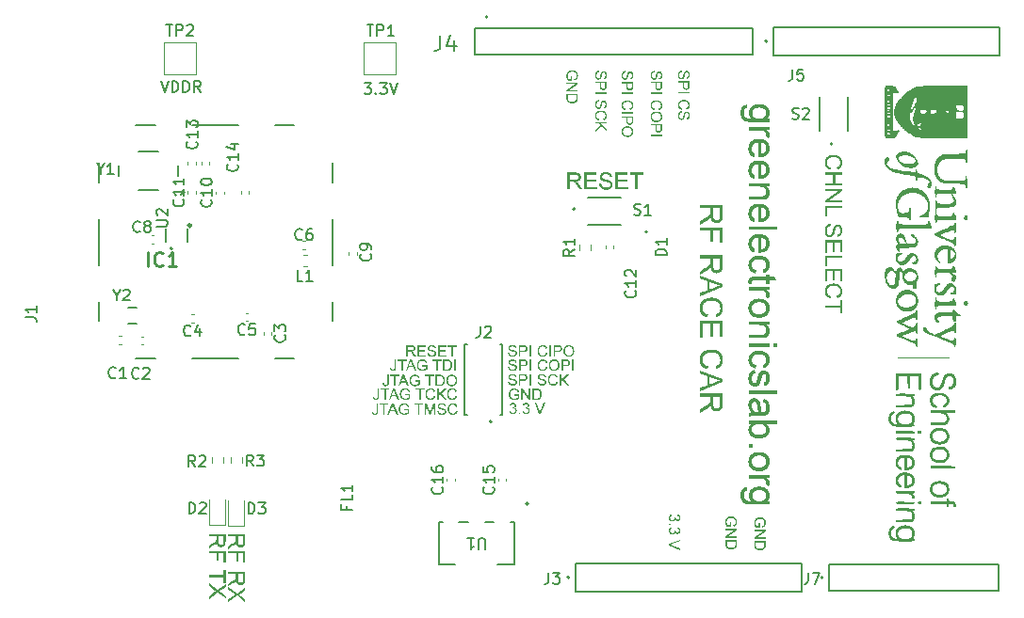
<source format=gbr>
%TF.GenerationSoftware,KiCad,Pcbnew,7.0.10*%
%TF.CreationDate,2024-05-16T11:59:50+01:00*%
%TF.ProjectId,RF_Race_Car,52465f52-6163-4655-9f43-61722e6b6963,rev?*%
%TF.SameCoordinates,Original*%
%TF.FileFunction,Legend,Top*%
%TF.FilePolarity,Positive*%
%FSLAX46Y46*%
G04 Gerber Fmt 4.6, Leading zero omitted, Abs format (unit mm)*
G04 Created by KiCad (PCBNEW 7.0.10) date 2024-05-16 11:59:50*
%MOMM*%
%LPD*%
G01*
G04 APERTURE LIST*
%ADD10C,0.000000*%
%ADD11C,0.200000*%
%ADD12C,0.150000*%
%ADD13C,0.254000*%
%ADD14C,0.120000*%
%ADD15C,0.127000*%
%ADD16C,0.250000*%
%ADD17C,0.152400*%
G04 APERTURE END LIST*
D10*
G36*
X178720189Y-106827286D02*
G01*
X178720190Y-106827285D01*
X178720191Y-106827285D01*
X178720191Y-106827284D01*
X178720192Y-106827284D01*
X178720193Y-106827284D01*
X178720194Y-106827284D01*
X178720189Y-106827286D01*
G37*
G36*
X183871105Y-88949783D02*
G01*
X183879144Y-88950826D01*
X183887315Y-88952606D01*
X183895580Y-88955121D01*
X183903905Y-88958373D01*
X183912255Y-88962361D01*
X183920592Y-88967087D01*
X183928884Y-88972549D01*
X183937092Y-88978750D01*
X183945183Y-88985687D01*
X183953120Y-88993363D01*
X183960868Y-89001777D01*
X183968391Y-89010930D01*
X183975655Y-89020821D01*
X183982623Y-89031452D01*
X183989259Y-89042822D01*
X183992270Y-89047927D01*
X183995827Y-89053301D01*
X184004505Y-89064797D01*
X184015152Y-89077192D01*
X184027623Y-89090372D01*
X184041777Y-89104222D01*
X184057469Y-89118625D01*
X184074558Y-89133467D01*
X184092900Y-89148632D01*
X184112353Y-89164004D01*
X184132773Y-89179468D01*
X184154017Y-89194908D01*
X184175944Y-89210210D01*
X184198408Y-89225257D01*
X184221269Y-89239933D01*
X184244382Y-89254125D01*
X184267605Y-89267715D01*
X184318172Y-89297663D01*
X184362222Y-89326113D01*
X184381801Y-89339758D01*
X184399749Y-89353007D01*
X184416066Y-89365851D01*
X184430750Y-89378283D01*
X184443801Y-89390297D01*
X184455219Y-89401883D01*
X184465002Y-89413035D01*
X184473151Y-89423746D01*
X184479663Y-89434007D01*
X184484540Y-89443812D01*
X184487780Y-89453152D01*
X184489383Y-89462020D01*
X184489347Y-89470409D01*
X184487673Y-89478311D01*
X184484360Y-89485719D01*
X184479407Y-89492625D01*
X184472813Y-89499022D01*
X184464578Y-89504902D01*
X184454702Y-89510258D01*
X184443183Y-89515081D01*
X184430021Y-89519366D01*
X184415215Y-89523103D01*
X184398765Y-89526286D01*
X184380670Y-89528907D01*
X184360930Y-89530959D01*
X184339543Y-89532434D01*
X184316510Y-89533324D01*
X184291829Y-89533623D01*
X184090707Y-89533623D01*
X184090707Y-89775316D01*
X184090129Y-89823066D01*
X184088343Y-89866043D01*
X184085266Y-89904349D01*
X184080817Y-89938086D01*
X184074913Y-89967354D01*
X184071390Y-89980344D01*
X184067473Y-89992255D01*
X184063151Y-90003100D01*
X184058415Y-90012890D01*
X184053253Y-90021640D01*
X184047657Y-90029361D01*
X184041615Y-90036067D01*
X184035118Y-90041769D01*
X184028155Y-90046481D01*
X184020715Y-90050215D01*
X184012790Y-90052984D01*
X184004368Y-90054800D01*
X183995439Y-90055677D01*
X183985994Y-90055626D01*
X183976021Y-90054661D01*
X183965510Y-90052795D01*
X183954453Y-90050039D01*
X183942837Y-90046406D01*
X183917891Y-90036563D01*
X183890592Y-90023365D01*
X183883378Y-90019463D01*
X183876485Y-90015425D01*
X183869906Y-90011237D01*
X183863636Y-90006881D01*
X183857669Y-90002342D01*
X183851998Y-89997604D01*
X183846618Y-89992651D01*
X183841522Y-89987467D01*
X183836705Y-89982035D01*
X183832161Y-89976340D01*
X183827883Y-89970366D01*
X183823866Y-89964096D01*
X183820103Y-89957516D01*
X183816588Y-89950607D01*
X183813316Y-89943356D01*
X183810281Y-89935745D01*
X183807476Y-89927758D01*
X183804896Y-89919380D01*
X183802534Y-89910595D01*
X183800385Y-89901386D01*
X183798442Y-89891737D01*
X183796699Y-89881633D01*
X183795151Y-89871057D01*
X183793792Y-89859994D01*
X183792615Y-89848427D01*
X183791614Y-89836340D01*
X183790118Y-89810543D01*
X183789256Y-89782475D01*
X183788979Y-89752008D01*
X183788979Y-89533623D01*
X183185475Y-89533623D01*
X183004852Y-89534260D01*
X182861691Y-89536680D01*
X182750492Y-89541649D01*
X182705160Y-89545328D01*
X182665755Y-89549930D01*
X182631590Y-89555552D01*
X182601979Y-89562289D01*
X182576232Y-89570236D01*
X182553663Y-89579489D01*
X182533584Y-89590144D01*
X182515307Y-89602296D01*
X182498146Y-89616041D01*
X182481412Y-89631474D01*
X182458753Y-89653933D01*
X182439200Y-89674437D01*
X182430596Y-89684048D01*
X182422777Y-89693282D01*
X182415747Y-89702177D01*
X182409508Y-89710770D01*
X182404063Y-89719098D01*
X182399416Y-89727198D01*
X182395570Y-89735109D01*
X182392526Y-89742866D01*
X182390290Y-89750509D01*
X182388862Y-89758074D01*
X182388247Y-89765598D01*
X182388448Y-89773120D01*
X182389467Y-89780675D01*
X182391307Y-89788303D01*
X182393972Y-89796040D01*
X182397465Y-89803923D01*
X182401787Y-89811990D01*
X182406944Y-89820278D01*
X182412936Y-89828826D01*
X182419769Y-89837669D01*
X182427443Y-89846846D01*
X182435963Y-89856394D01*
X182455552Y-89876752D01*
X182478559Y-89899043D01*
X182505007Y-89923565D01*
X182517520Y-89935342D01*
X182529411Y-89947215D01*
X182540631Y-89959104D01*
X182551129Y-89970929D01*
X182560855Y-89982610D01*
X182569760Y-89994068D01*
X182577794Y-90005224D01*
X182584905Y-90015996D01*
X182591045Y-90026306D01*
X182596164Y-90036075D01*
X182600210Y-90045221D01*
X182603135Y-90053667D01*
X182604889Y-90061331D01*
X182605310Y-90064845D01*
X182605420Y-90068134D01*
X182605213Y-90071188D01*
X182604680Y-90073997D01*
X182603818Y-90076551D01*
X182602619Y-90078840D01*
X182597102Y-90086634D01*
X182590985Y-90093622D01*
X182584295Y-90099814D01*
X182577059Y-90105216D01*
X182569303Y-90109839D01*
X182561053Y-90113689D01*
X182552335Y-90116775D01*
X182543177Y-90119106D01*
X182533603Y-90120690D01*
X182523641Y-90121535D01*
X182513317Y-90121650D01*
X182502657Y-90121043D01*
X182491688Y-90119722D01*
X182480436Y-90117696D01*
X182468927Y-90114973D01*
X182457188Y-90111561D01*
X182445245Y-90107469D01*
X182433125Y-90102704D01*
X182420853Y-90097277D01*
X182408456Y-90091194D01*
X182395960Y-90084464D01*
X182383393Y-90077095D01*
X182370779Y-90069096D01*
X182358146Y-90060475D01*
X182345520Y-90051241D01*
X182332928Y-90041401D01*
X182320394Y-90030964D01*
X182307947Y-90019939D01*
X182295612Y-90008334D01*
X182283416Y-89996156D01*
X182271384Y-89983415D01*
X182259544Y-89970119D01*
X182244500Y-89951955D01*
X182230362Y-89933326D01*
X182217131Y-89914270D01*
X182204809Y-89894824D01*
X182193396Y-89875026D01*
X182182896Y-89854914D01*
X182164635Y-89813894D01*
X182150038Y-89772065D01*
X182139117Y-89729726D01*
X182131883Y-89687176D01*
X182128348Y-89644715D01*
X182128524Y-89602642D01*
X182130007Y-89581845D01*
X182132422Y-89561258D01*
X182135771Y-89540917D01*
X182140054Y-89520861D01*
X182145274Y-89501126D01*
X182151432Y-89481750D01*
X182158530Y-89462771D01*
X182166568Y-89444227D01*
X182175548Y-89426153D01*
X182185473Y-89408589D01*
X182196342Y-89391571D01*
X182208158Y-89375137D01*
X182220923Y-89359324D01*
X182234636Y-89344170D01*
X182234636Y-89344099D01*
X182265293Y-89313600D01*
X182280690Y-89299537D01*
X182296260Y-89286238D01*
X182312099Y-89273683D01*
X182328301Y-89261851D01*
X182344962Y-89250724D01*
X182362176Y-89240280D01*
X182380038Y-89230499D01*
X182398644Y-89221361D01*
X182418090Y-89212847D01*
X182438469Y-89204935D01*
X182459877Y-89197605D01*
X182482409Y-89190838D01*
X182506161Y-89184614D01*
X182531227Y-89178911D01*
X182557703Y-89173710D01*
X182585683Y-89168991D01*
X182615263Y-89164734D01*
X182646538Y-89160918D01*
X182714553Y-89154529D01*
X182790489Y-89149664D01*
X182875107Y-89146161D01*
X182969167Y-89143858D01*
X183073430Y-89142595D01*
X183188658Y-89142210D01*
X183377142Y-89141795D01*
X183521501Y-89139913D01*
X183627591Y-89135610D01*
X183668114Y-89132252D01*
X183701265Y-89127931D01*
X183727775Y-89122527D01*
X183748376Y-89115921D01*
X183763801Y-89107994D01*
X183774780Y-89098626D01*
X183782045Y-89087699D01*
X183786329Y-89075092D01*
X183788362Y-89060686D01*
X183788878Y-89044363D01*
X183789257Y-89032939D01*
X183790371Y-89022246D01*
X183792185Y-89012284D01*
X183794662Y-89003055D01*
X183797768Y-88994557D01*
X183801466Y-88986792D01*
X183805721Y-88979759D01*
X183810499Y-88973459D01*
X183815762Y-88967892D01*
X183821476Y-88963059D01*
X183827605Y-88958959D01*
X183834113Y-88955593D01*
X183840966Y-88952962D01*
X183848127Y-88951064D01*
X183855561Y-88949902D01*
X183863232Y-88949475D01*
X183871105Y-88949783D01*
G37*
G36*
X180117617Y-83827897D02*
G01*
X180139556Y-83829004D01*
X180161981Y-83831170D01*
X180184941Y-83834368D01*
X180232669Y-83843761D01*
X180283141Y-83856976D01*
X180312899Y-83866627D01*
X180341662Y-83878006D01*
X180369406Y-83891050D01*
X180396106Y-83905697D01*
X180421739Y-83921885D01*
X180446279Y-83939551D01*
X180469701Y-83958633D01*
X180491982Y-83979069D01*
X180513097Y-84000797D01*
X180533020Y-84023755D01*
X180551729Y-84047879D01*
X180569198Y-84073109D01*
X180585402Y-84099381D01*
X180600317Y-84126633D01*
X180613919Y-84154804D01*
X180626182Y-84183831D01*
X180637083Y-84213651D01*
X180646597Y-84244203D01*
X180654700Y-84275424D01*
X180661366Y-84307252D01*
X180666572Y-84339625D01*
X180670292Y-84372480D01*
X180672502Y-84405755D01*
X180673179Y-84439389D01*
X180672296Y-84473318D01*
X180669830Y-84507480D01*
X180665756Y-84541814D01*
X180660049Y-84576257D01*
X180652686Y-84610746D01*
X180643641Y-84645220D01*
X180632890Y-84679617D01*
X180620408Y-84713873D01*
X180612186Y-84734111D01*
X180604082Y-84752076D01*
X180599996Y-84760240D01*
X180595844Y-84767879D01*
X180591594Y-84775004D01*
X180587214Y-84781631D01*
X180582673Y-84787772D01*
X180577938Y-84793443D01*
X180572978Y-84798657D01*
X180567761Y-84803427D01*
X180562254Y-84807768D01*
X180556427Y-84811693D01*
X180550246Y-84815217D01*
X180543680Y-84818353D01*
X180536697Y-84821116D01*
X180529266Y-84823518D01*
X180521354Y-84825575D01*
X180512929Y-84827299D01*
X180503959Y-84828705D01*
X180494414Y-84829807D01*
X180484259Y-84830618D01*
X180473465Y-84831153D01*
X180461998Y-84831425D01*
X180449827Y-84831449D01*
X180423245Y-84830805D01*
X180393464Y-84829332D01*
X180360227Y-84827143D01*
X180314293Y-84822911D01*
X180273520Y-84817233D01*
X180237957Y-84810206D01*
X180222142Y-84806216D01*
X180207647Y-84801925D01*
X180194477Y-84797345D01*
X180182638Y-84792488D01*
X180172135Y-84787366D01*
X180162974Y-84781991D01*
X180155162Y-84776375D01*
X180148703Y-84770530D01*
X180143604Y-84764468D01*
X180139871Y-84758202D01*
X180137508Y-84751743D01*
X180136522Y-84745103D01*
X180136919Y-84738294D01*
X180138703Y-84731330D01*
X180141882Y-84724220D01*
X180146461Y-84716979D01*
X180152445Y-84709616D01*
X180159840Y-84702146D01*
X180168653Y-84694580D01*
X180178888Y-84686929D01*
X180190551Y-84679206D01*
X180203649Y-84671423D01*
X180218187Y-84663592D01*
X180234171Y-84655726D01*
X180270498Y-84639933D01*
X180289281Y-84631923D01*
X180307297Y-84623351D01*
X180324536Y-84614239D01*
X180340988Y-84604610D01*
X180356646Y-84594487D01*
X180371498Y-84583893D01*
X180385537Y-84572851D01*
X180398751Y-84561383D01*
X180411132Y-84549514D01*
X180422671Y-84537266D01*
X180433358Y-84524662D01*
X180443184Y-84511725D01*
X180452139Y-84498478D01*
X180460214Y-84484943D01*
X180467400Y-84471145D01*
X180473687Y-84457105D01*
X180479065Y-84442848D01*
X180483526Y-84428395D01*
X180487059Y-84413770D01*
X180489657Y-84398996D01*
X180491308Y-84384096D01*
X180492004Y-84369093D01*
X180491735Y-84354010D01*
X180490493Y-84338869D01*
X180488266Y-84323695D01*
X180485047Y-84308509D01*
X180480826Y-84293335D01*
X180475593Y-84278196D01*
X180469339Y-84263114D01*
X180462055Y-84248114D01*
X180453731Y-84233217D01*
X180444357Y-84218447D01*
X180431539Y-84200132D01*
X180418751Y-84183366D01*
X180405956Y-84168167D01*
X180393114Y-84154552D01*
X180380187Y-84142539D01*
X180367136Y-84132145D01*
X180353925Y-84123389D01*
X180340513Y-84116288D01*
X180326862Y-84110860D01*
X180312935Y-84107122D01*
X180298692Y-84105093D01*
X180284096Y-84104790D01*
X180269108Y-84106230D01*
X180253690Y-84109431D01*
X180237802Y-84114412D01*
X180221407Y-84121189D01*
X180204467Y-84129781D01*
X180186943Y-84140205D01*
X180168796Y-84152479D01*
X180149988Y-84166621D01*
X180130481Y-84182648D01*
X180110236Y-84200578D01*
X180089216Y-84220428D01*
X180067381Y-84242218D01*
X180044693Y-84265963D01*
X180021114Y-84291682D01*
X179996605Y-84319393D01*
X179971128Y-84349113D01*
X179917117Y-84414652D01*
X179858772Y-84488440D01*
X179807033Y-84554134D01*
X179758993Y-84613238D01*
X179714167Y-84666083D01*
X179672071Y-84712996D01*
X179632220Y-84754305D01*
X179594128Y-84790339D01*
X179557310Y-84821427D01*
X179521283Y-84847896D01*
X179485560Y-84870074D01*
X179467661Y-84879658D01*
X179449656Y-84888291D01*
X179431485Y-84896017D01*
X179413087Y-84902875D01*
X179375368Y-84914153D01*
X179336013Y-84922454D01*
X179294538Y-84928107D01*
X179250458Y-84931439D01*
X179203287Y-84932779D01*
X179177582Y-84932584D01*
X179153135Y-84931463D01*
X179129805Y-84929356D01*
X179107449Y-84926199D01*
X179085928Y-84921931D01*
X179065098Y-84916491D01*
X179044819Y-84909815D01*
X179024950Y-84901844D01*
X179005348Y-84892514D01*
X178985872Y-84881763D01*
X178966381Y-84869531D01*
X178946733Y-84855755D01*
X178926787Y-84840372D01*
X178906401Y-84823322D01*
X178885434Y-84804543D01*
X178863744Y-84783972D01*
X178847938Y-84768212D01*
X178832491Y-84752060D01*
X178817486Y-84735637D01*
X178803007Y-84719060D01*
X178789137Y-84702450D01*
X178775961Y-84685924D01*
X178763562Y-84669602D01*
X178752023Y-84653603D01*
X178741429Y-84638046D01*
X178731863Y-84623049D01*
X178723408Y-84608733D01*
X178716148Y-84595215D01*
X178710167Y-84582615D01*
X178705549Y-84571051D01*
X178702376Y-84560644D01*
X178700734Y-84551511D01*
X178692316Y-84443432D01*
X178688052Y-84331176D01*
X178687663Y-84220281D01*
X178690874Y-84116290D01*
X178697408Y-84024741D01*
X178701835Y-83985364D01*
X178706990Y-83951176D01*
X178712837Y-83922869D01*
X178719342Y-83901135D01*
X178726470Y-83886668D01*
X178730258Y-83882376D01*
X178734188Y-83880159D01*
X178734144Y-83880241D01*
X178734122Y-83880282D01*
X178734099Y-83880323D01*
X178749080Y-83876974D01*
X178772486Y-83872969D01*
X178803128Y-83868459D01*
X178839818Y-83863595D01*
X178881367Y-83858527D01*
X178926588Y-83853405D01*
X178974292Y-83848381D01*
X179023291Y-83843604D01*
X179072082Y-83840061D01*
X179115617Y-83838925D01*
X179153796Y-83840040D01*
X179186516Y-83843248D01*
X179200798Y-83845588D01*
X179213678Y-83848393D01*
X179225143Y-83851644D01*
X179235180Y-83855319D01*
X179243777Y-83859401D01*
X179250921Y-83863869D01*
X179256599Y-83868704D01*
X179260799Y-83873886D01*
X179263508Y-83879395D01*
X179264713Y-83885213D01*
X179264403Y-83891319D01*
X179262563Y-83897694D01*
X179259182Y-83904318D01*
X179254247Y-83911172D01*
X179247745Y-83918236D01*
X179239664Y-83925491D01*
X179229990Y-83932917D01*
X179218712Y-83940494D01*
X179205817Y-83948202D01*
X179191291Y-83956023D01*
X179157299Y-83971923D01*
X179116636Y-83988037D01*
X179087813Y-83999636D01*
X179060386Y-84012689D01*
X179034375Y-84027100D01*
X179009800Y-84042772D01*
X178986682Y-84059610D01*
X178965041Y-84077515D01*
X178944896Y-84096393D01*
X178926270Y-84116145D01*
X178909181Y-84136676D01*
X178893651Y-84157889D01*
X178879699Y-84179688D01*
X178867346Y-84201976D01*
X178856613Y-84224656D01*
X178847520Y-84247632D01*
X178840086Y-84270807D01*
X178834333Y-84294085D01*
X178830281Y-84317369D01*
X178827950Y-84340563D01*
X178827360Y-84363570D01*
X178828533Y-84386294D01*
X178831487Y-84408638D01*
X178836244Y-84430505D01*
X178842824Y-84451799D01*
X178851248Y-84472424D01*
X178861535Y-84492282D01*
X178873706Y-84511278D01*
X178887781Y-84529314D01*
X178903781Y-84546295D01*
X178921726Y-84562123D01*
X178941636Y-84576702D01*
X178963533Y-84589936D01*
X178987435Y-84601727D01*
X179003967Y-84608651D01*
X179020230Y-84614614D01*
X179036263Y-84619593D01*
X179052107Y-84623560D01*
X179067801Y-84626491D01*
X179083386Y-84628359D01*
X179098901Y-84629140D01*
X179114386Y-84628806D01*
X179129881Y-84627333D01*
X179145427Y-84624695D01*
X179161062Y-84620867D01*
X179176827Y-84615821D01*
X179192762Y-84609534D01*
X179208906Y-84601978D01*
X179225300Y-84593130D01*
X179241983Y-84582961D01*
X179258996Y-84571448D01*
X179276378Y-84558565D01*
X179294169Y-84544285D01*
X179312409Y-84528583D01*
X179331138Y-84511433D01*
X179350396Y-84492810D01*
X179370222Y-84472688D01*
X179390658Y-84451041D01*
X179433514Y-84403070D01*
X179479284Y-84348693D01*
X179528287Y-84287702D01*
X179580842Y-84219893D01*
X179632154Y-84154081D01*
X179680611Y-84094984D01*
X179726613Y-84042395D01*
X179770559Y-83996108D01*
X179812849Y-83955916D01*
X179833499Y-83938041D01*
X179853884Y-83921612D01*
X179874055Y-83906604D01*
X179894063Y-83892991D01*
X179913956Y-83880746D01*
X179933785Y-83869844D01*
X179953601Y-83860259D01*
X179973452Y-83851966D01*
X179993389Y-83844938D01*
X180013462Y-83839149D01*
X180033722Y-83834575D01*
X180054217Y-83831188D01*
X180074998Y-83828964D01*
X180096115Y-83827875D01*
X180117617Y-83827897D01*
G37*
G36*
X182406912Y-94598466D02*
G01*
X182429497Y-94602324D01*
X182450142Y-94608241D01*
X182468650Y-94616272D01*
X182484826Y-94626470D01*
X182498474Y-94638886D01*
X182509400Y-94653575D01*
X182517408Y-94670589D01*
X182522302Y-94689982D01*
X182523886Y-94711805D01*
X182521966Y-94736113D01*
X182520853Y-94742896D01*
X182519533Y-94749468D01*
X182518003Y-94755830D01*
X182516260Y-94761983D01*
X182514302Y-94767930D01*
X182512128Y-94773672D01*
X182509734Y-94779212D01*
X182507119Y-94784550D01*
X182504281Y-94789689D01*
X182501216Y-94794631D01*
X182497923Y-94799378D01*
X182494400Y-94803930D01*
X182490644Y-94808291D01*
X182486653Y-94812461D01*
X182482425Y-94816444D01*
X182477958Y-94820240D01*
X182473249Y-94823851D01*
X182468296Y-94827280D01*
X182463096Y-94830527D01*
X182457649Y-94833596D01*
X182451950Y-94836487D01*
X182445999Y-94839203D01*
X182439793Y-94841745D01*
X182433329Y-94844116D01*
X182426605Y-94846316D01*
X182419620Y-94848348D01*
X182412370Y-94850214D01*
X182404854Y-94851916D01*
X182389013Y-94854832D01*
X182372080Y-94857113D01*
X182344705Y-94861215D01*
X182317941Y-94867253D01*
X182291823Y-94875158D01*
X182266388Y-94884860D01*
X182241673Y-94896289D01*
X182217714Y-94909377D01*
X182194547Y-94924053D01*
X182172209Y-94940250D01*
X182150736Y-94957896D01*
X182130165Y-94976922D01*
X182110532Y-94997260D01*
X182091873Y-95018840D01*
X182074226Y-95041592D01*
X182057627Y-95065446D01*
X182042112Y-95090335D01*
X182027717Y-95116187D01*
X182014479Y-95142934D01*
X182002434Y-95170506D01*
X181991620Y-95198834D01*
X181982072Y-95227848D01*
X181973827Y-95257480D01*
X181966921Y-95287658D01*
X181961390Y-95318315D01*
X181957273Y-95349381D01*
X181954603Y-95380786D01*
X181953419Y-95412460D01*
X181953757Y-95444335D01*
X181955652Y-95476341D01*
X181959142Y-95508409D01*
X181964264Y-95540468D01*
X181971052Y-95572451D01*
X181979545Y-95604286D01*
X181991085Y-95641481D01*
X182002955Y-95675641D01*
X182015301Y-95706918D01*
X182028270Y-95735460D01*
X182042008Y-95761419D01*
X182056661Y-95784946D01*
X182064376Y-95795844D01*
X182072374Y-95806190D01*
X182080674Y-95816004D01*
X182089294Y-95825303D01*
X182098253Y-95834107D01*
X182107568Y-95842435D01*
X182117258Y-95850305D01*
X182127341Y-95857736D01*
X182137835Y-95864748D01*
X182148760Y-95871358D01*
X182171970Y-95883450D01*
X182197117Y-95894163D01*
X182224349Y-95903647D01*
X182253811Y-95912054D01*
X182285649Y-95919533D01*
X182307939Y-95923842D01*
X182329629Y-95927106D01*
X182350736Y-95929309D01*
X182371276Y-95930437D01*
X182391265Y-95930476D01*
X182410719Y-95929409D01*
X182429654Y-95927224D01*
X182448086Y-95923905D01*
X182466031Y-95919437D01*
X182483505Y-95913806D01*
X182500525Y-95906997D01*
X182517105Y-95898996D01*
X182533263Y-95889787D01*
X182549014Y-95879357D01*
X182564375Y-95867690D01*
X182579360Y-95854773D01*
X182593988Y-95840589D01*
X182608272Y-95825125D01*
X182622230Y-95808365D01*
X182635878Y-95790296D01*
X182649231Y-95770902D01*
X182662306Y-95750170D01*
X182675118Y-95728083D01*
X182687684Y-95704628D01*
X182700020Y-95679789D01*
X182712142Y-95653553D01*
X182735806Y-95596829D01*
X182758806Y-95534338D01*
X182781270Y-95465961D01*
X182840215Y-95282802D01*
X182867448Y-95203580D01*
X182893535Y-95131976D01*
X182918737Y-95067526D01*
X182943314Y-95009765D01*
X182967526Y-94958227D01*
X182991635Y-94912448D01*
X183015901Y-94871963D01*
X183040584Y-94836308D01*
X183065945Y-94805016D01*
X183092245Y-94777624D01*
X183119743Y-94753666D01*
X183148700Y-94732678D01*
X183179378Y-94714194D01*
X183212035Y-94697750D01*
X183250159Y-94680891D01*
X183286728Y-94666278D01*
X183321935Y-94653911D01*
X183355971Y-94643790D01*
X183389031Y-94635916D01*
X183421307Y-94630287D01*
X183452992Y-94626904D01*
X183484279Y-94625767D01*
X183515359Y-94626876D01*
X183546427Y-94630231D01*
X183577675Y-94635831D01*
X183609296Y-94643676D01*
X183641482Y-94653767D01*
X183674427Y-94666103D01*
X183708322Y-94680684D01*
X183743362Y-94697510D01*
X183764884Y-94708823D01*
X183785706Y-94720762D01*
X183805830Y-94733327D01*
X183825256Y-94746521D01*
X183843985Y-94760347D01*
X183862019Y-94774806D01*
X183879358Y-94789900D01*
X183896004Y-94805632D01*
X183911958Y-94822004D01*
X183927221Y-94839018D01*
X183941793Y-94856675D01*
X183955677Y-94874979D01*
X183968873Y-94893932D01*
X183981382Y-94913535D01*
X183993205Y-94933790D01*
X184004344Y-94954700D01*
X184014799Y-94976267D01*
X184024572Y-94998493D01*
X184033664Y-95021381D01*
X184042075Y-95044932D01*
X184049807Y-95069148D01*
X184056861Y-95094032D01*
X184063238Y-95119585D01*
X184068939Y-95145811D01*
X184073966Y-95172710D01*
X184078318Y-95200286D01*
X184081998Y-95228540D01*
X184085007Y-95257474D01*
X184087345Y-95287092D01*
X184089014Y-95317394D01*
X184090347Y-95380060D01*
X184088516Y-95460223D01*
X184082947Y-95535091D01*
X184073530Y-95604818D01*
X184060152Y-95669553D01*
X184051944Y-95700096D01*
X184042703Y-95729449D01*
X184032416Y-95757629D01*
X184021069Y-95784655D01*
X184008648Y-95810548D01*
X183995140Y-95835324D01*
X183980530Y-95859005D01*
X183964804Y-95881607D01*
X183947948Y-95903151D01*
X183929949Y-95923654D01*
X183910792Y-95943137D01*
X183890464Y-95961618D01*
X183868950Y-95979115D01*
X183846236Y-95995649D01*
X183822310Y-96011236D01*
X183797155Y-96025897D01*
X183770760Y-96039651D01*
X183743109Y-96052516D01*
X183683985Y-96075655D01*
X183619673Y-96095466D01*
X183550060Y-96112101D01*
X183522421Y-96117768D01*
X183498083Y-96122406D01*
X183476836Y-96125864D01*
X183458471Y-96127994D01*
X183450304Y-96128514D01*
X183442779Y-96128646D01*
X183435869Y-96128371D01*
X183429549Y-96127670D01*
X183423793Y-96126526D01*
X183418574Y-96124918D01*
X183413866Y-96122829D01*
X183409643Y-96120240D01*
X183405878Y-96117133D01*
X183402546Y-96113487D01*
X183399621Y-96109286D01*
X183397076Y-96104510D01*
X183394884Y-96099141D01*
X183393021Y-96093159D01*
X183391459Y-96086547D01*
X183390173Y-96079285D01*
X183388323Y-96062739D01*
X183387260Y-96043371D01*
X183386776Y-96021032D01*
X183386661Y-95995573D01*
X183386908Y-95973271D01*
X183387705Y-95953192D01*
X183389135Y-95935229D01*
X183391282Y-95919272D01*
X183394232Y-95905213D01*
X183396033Y-95898862D01*
X183398067Y-95892945D01*
X183400343Y-95887449D01*
X183402872Y-95882359D01*
X183405664Y-95877663D01*
X183408731Y-95873347D01*
X183412082Y-95869397D01*
X183415727Y-95865800D01*
X183419679Y-95862543D01*
X183423946Y-95859611D01*
X183428540Y-95856991D01*
X183433471Y-95854671D01*
X183438749Y-95852635D01*
X183444386Y-95850872D01*
X183450390Y-95849366D01*
X183456774Y-95848105D01*
X183470721Y-95846263D01*
X183486310Y-95845237D01*
X183503626Y-95844919D01*
X183522328Y-95844360D01*
X183540622Y-95842695D01*
X183558495Y-95839942D01*
X183575936Y-95836117D01*
X183592931Y-95831238D01*
X183609470Y-95825322D01*
X183625540Y-95818387D01*
X183641128Y-95810451D01*
X183656223Y-95801531D01*
X183670812Y-95791643D01*
X183684884Y-95780806D01*
X183698425Y-95769037D01*
X183711425Y-95756353D01*
X183723870Y-95742772D01*
X183735749Y-95728311D01*
X183747049Y-95712987D01*
X183757759Y-95696819D01*
X183767866Y-95679823D01*
X183777358Y-95662016D01*
X183786222Y-95643417D01*
X183794447Y-95624042D01*
X183802021Y-95603909D01*
X183808931Y-95583035D01*
X183815166Y-95561438D01*
X183820712Y-95539135D01*
X183825559Y-95516144D01*
X183829693Y-95492482D01*
X183833103Y-95468166D01*
X183835776Y-95443214D01*
X183837700Y-95417643D01*
X183838864Y-95391470D01*
X183839254Y-95364714D01*
X183837831Y-95305808D01*
X183833534Y-95251308D01*
X183826321Y-95201167D01*
X183821608Y-95177716D01*
X183816151Y-95155337D01*
X183809944Y-95134025D01*
X183802981Y-95113773D01*
X183795259Y-95094576D01*
X183786771Y-95076428D01*
X183777512Y-95059322D01*
X183767478Y-95043254D01*
X183756662Y-95028218D01*
X183745060Y-95014207D01*
X183732667Y-95001216D01*
X183719477Y-94989239D01*
X183705485Y-94978270D01*
X183690685Y-94968303D01*
X183675074Y-94959333D01*
X183658644Y-94951353D01*
X183641392Y-94944359D01*
X183623312Y-94938343D01*
X183604399Y-94933301D01*
X183584647Y-94929226D01*
X183564051Y-94926112D01*
X183542607Y-94923954D01*
X183520308Y-94922747D01*
X183497150Y-94922483D01*
X183448235Y-94924765D01*
X183409918Y-94928665D01*
X183392158Y-94931196D01*
X183375258Y-94934221D01*
X183359164Y-94937821D01*
X183343823Y-94942077D01*
X183329181Y-94947069D01*
X183315185Y-94952877D01*
X183301779Y-94959582D01*
X183288912Y-94967264D01*
X183276528Y-94976004D01*
X183264574Y-94985883D01*
X183252997Y-94996980D01*
X183241742Y-95009377D01*
X183230756Y-95023154D01*
X183219984Y-95038391D01*
X183209374Y-95055169D01*
X183198871Y-95073569D01*
X183188422Y-95093670D01*
X183177973Y-95115553D01*
X183167470Y-95139299D01*
X183156858Y-95164989D01*
X183146086Y-95192702D01*
X183135098Y-95222520D01*
X183112261Y-95288790D01*
X183087917Y-95364443D01*
X183061637Y-95450123D01*
X183032989Y-95546474D01*
X183006089Y-95633430D01*
X182978596Y-95712966D01*
X182950260Y-95785333D01*
X182920832Y-95850780D01*
X182890062Y-95909556D01*
X182857698Y-95961912D01*
X182840842Y-95985761D01*
X182823493Y-96008098D01*
X182805621Y-96028954D01*
X182787195Y-96048361D01*
X182768184Y-96066351D01*
X182748556Y-96082953D01*
X182728280Y-96098200D01*
X182707324Y-96112123D01*
X182685658Y-96124753D01*
X182663250Y-96136120D01*
X182640070Y-96146257D01*
X182616085Y-96155195D01*
X182591265Y-96162964D01*
X182565578Y-96169596D01*
X182511479Y-96179573D01*
X182453539Y-96185377D01*
X182391507Y-96187256D01*
X182340386Y-96185976D01*
X182291374Y-96182119D01*
X182244425Y-96175659D01*
X182199494Y-96166569D01*
X182156538Y-96154825D01*
X182115511Y-96140399D01*
X182076368Y-96123266D01*
X182039065Y-96103400D01*
X182003557Y-96080775D01*
X181969799Y-96055364D01*
X181937747Y-96027142D01*
X181907356Y-95996083D01*
X181878581Y-95962161D01*
X181851377Y-95925349D01*
X181825700Y-95885623D01*
X181801505Y-95842955D01*
X181784152Y-95804175D01*
X181769289Y-95758453D01*
X181756902Y-95706751D01*
X181746977Y-95650029D01*
X181739500Y-95589248D01*
X181734456Y-95525369D01*
X181731832Y-95459354D01*
X181731615Y-95392163D01*
X181733789Y-95324758D01*
X181738341Y-95258099D01*
X181745257Y-95193147D01*
X181754523Y-95130865D01*
X181766125Y-95072211D01*
X181780050Y-95018148D01*
X181796282Y-94969637D01*
X181814808Y-94927639D01*
X181814784Y-94927649D01*
X181814761Y-94927658D01*
X181814714Y-94927677D01*
X181814622Y-94927711D01*
X181830452Y-94899637D01*
X181848642Y-94872459D01*
X181868996Y-94846228D01*
X181891318Y-94820999D01*
X181915413Y-94796824D01*
X181941087Y-94773756D01*
X181968142Y-94751849D01*
X181996384Y-94731154D01*
X182025618Y-94711726D01*
X182055647Y-94693617D01*
X182117311Y-94661567D01*
X182179811Y-94635429D01*
X182241586Y-94615627D01*
X182271712Y-94608233D01*
X182301070Y-94602583D01*
X182329464Y-94598728D01*
X182356700Y-94596721D01*
X182382581Y-94596617D01*
X182406912Y-94598466D01*
G37*
G36*
X179867035Y-94682150D02*
G01*
X180947104Y-94695383D01*
X180947104Y-95429239D01*
X180946819Y-95668644D01*
X180945118Y-95849572D01*
X180940727Y-95980444D01*
X180937126Y-96029740D01*
X180932376Y-96069680D01*
X180926318Y-96101316D01*
X180918793Y-96125701D01*
X180909642Y-96143887D01*
X180898706Y-96156928D01*
X180885826Y-96165875D01*
X180870844Y-96171781D01*
X180833935Y-96178682D01*
X180814175Y-96181205D01*
X180805222Y-96182019D01*
X180796861Y-96182391D01*
X180789070Y-96182214D01*
X180781830Y-96181382D01*
X180778410Y-96180687D01*
X180775120Y-96179788D01*
X180771958Y-96178672D01*
X180768921Y-96177325D01*
X180766006Y-96175734D01*
X180763212Y-96173886D01*
X180760535Y-96171767D01*
X180757973Y-96169363D01*
X180755523Y-96166663D01*
X180753184Y-96163651D01*
X180750951Y-96160315D01*
X180748824Y-96156641D01*
X180746799Y-96152617D01*
X180744874Y-96148228D01*
X180741313Y-96138303D01*
X180738121Y-96126761D01*
X180735278Y-96113494D01*
X180732764Y-96098395D01*
X180730558Y-96081357D01*
X180728640Y-96062274D01*
X180726991Y-96041038D01*
X180725589Y-96017543D01*
X180724416Y-95991681D01*
X180723450Y-95963345D01*
X180722671Y-95932429D01*
X180721595Y-95862428D01*
X180721026Y-95780822D01*
X180720765Y-95579372D01*
X180720765Y-94964319D01*
X179969762Y-94964319D01*
X179955542Y-95514749D01*
X179950649Y-95685745D01*
X179945199Y-95817260D01*
X179941929Y-95869819D01*
X179938119Y-95914436D01*
X179933632Y-95951753D01*
X179928337Y-95982414D01*
X179922097Y-96007060D01*
X179914780Y-96026335D01*
X179906251Y-96040882D01*
X179896377Y-96051342D01*
X179885023Y-96058359D01*
X179872055Y-96062576D01*
X179857339Y-96064634D01*
X179840742Y-96065178D01*
X179832198Y-96065055D01*
X179824142Y-96064634D01*
X179816557Y-96063835D01*
X179809425Y-96062576D01*
X179802730Y-96060778D01*
X179796455Y-96058359D01*
X179793470Y-96056893D01*
X179790584Y-96055241D01*
X179787795Y-96053394D01*
X179785100Y-96051342D01*
X179782498Y-96049075D01*
X179779986Y-96046583D01*
X179777562Y-96043855D01*
X179775225Y-96040882D01*
X179772971Y-96037653D01*
X179770800Y-96034160D01*
X179766695Y-96026335D01*
X179762894Y-96017329D01*
X179759378Y-96007060D01*
X179756132Y-95995449D01*
X179753139Y-95982414D01*
X179750381Y-95967876D01*
X179747843Y-95951753D01*
X179745507Y-95933967D01*
X179743357Y-95914436D01*
X179741376Y-95893080D01*
X179739547Y-95869819D01*
X179737854Y-95844573D01*
X179736279Y-95817260D01*
X179733419Y-95756117D01*
X179730832Y-95685745D01*
X179728385Y-95605504D01*
X179725944Y-95514749D01*
X179711723Y-94964319D01*
X178913259Y-94964319D01*
X178898957Y-95588150D01*
X178894110Y-95783374D01*
X178888759Y-95933096D01*
X178881802Y-96043318D01*
X178877376Y-96085492D01*
X178872135Y-96120042D01*
X178865941Y-96147717D01*
X178858656Y-96169268D01*
X178850141Y-96185446D01*
X178840260Y-96197000D01*
X178828874Y-96204680D01*
X178815844Y-96209237D01*
X178801035Y-96211421D01*
X178784306Y-96211983D01*
X178775605Y-96211855D01*
X178767412Y-96211392D01*
X178759710Y-96210480D01*
X178752482Y-96209001D01*
X178749040Y-96208012D01*
X178745709Y-96206838D01*
X178742488Y-96205464D01*
X178739374Y-96203876D01*
X178736365Y-96202059D01*
X178733458Y-96199998D01*
X178730652Y-96197679D01*
X178727945Y-96195087D01*
X178725333Y-96192209D01*
X178722815Y-96189028D01*
X178720389Y-96185531D01*
X178718052Y-96181703D01*
X178715802Y-96177530D01*
X178713637Y-96172997D01*
X178711555Y-96168089D01*
X178709553Y-96162792D01*
X178705782Y-96150973D01*
X178702305Y-96137423D01*
X178699106Y-96122026D01*
X178696166Y-96104664D01*
X178693467Y-96085223D01*
X178690992Y-96063585D01*
X178688723Y-96039633D01*
X178686642Y-96013253D01*
X178684731Y-95984326D01*
X178682972Y-95952737D01*
X178681347Y-95918370D01*
X178679840Y-95881107D01*
X178677102Y-95797430D01*
X178674618Y-95700776D01*
X178672243Y-95590213D01*
X178669835Y-95464809D01*
X178666888Y-95266491D01*
X178666238Y-95103084D01*
X178668079Y-94971685D01*
X178672607Y-94869394D01*
X178680016Y-94793308D01*
X178684862Y-94764185D01*
X178690502Y-94740526D01*
X178696960Y-94721967D01*
X178704260Y-94708146D01*
X178712427Y-94698701D01*
X178721485Y-94693268D01*
X178721484Y-94693277D01*
X178721483Y-94693286D01*
X178721481Y-94693304D01*
X178721480Y-94693312D01*
X178721479Y-94693320D01*
X178721478Y-94693328D01*
X178721477Y-94693336D01*
X178733745Y-94690918D01*
X178756664Y-94688701D01*
X178832111Y-94684899D01*
X178943116Y-94681976D01*
X179084981Y-94679977D01*
X179442489Y-94678938D01*
X179867035Y-94682150D01*
G37*
G36*
X177895401Y-75210105D02*
G01*
X177902088Y-75210664D01*
X177908889Y-75211504D01*
X177915812Y-75212622D01*
X177930048Y-75215680D01*
X177944855Y-75219816D01*
X177957725Y-75224346D01*
X177969791Y-75229717D01*
X177981053Y-75235898D01*
X177991510Y-75242858D01*
X178001161Y-75250565D01*
X178010005Y-75258987D01*
X178018042Y-75268092D01*
X178025271Y-75277849D01*
X178031691Y-75288226D01*
X178037302Y-75299192D01*
X178042102Y-75310714D01*
X178046090Y-75322762D01*
X178049267Y-75335303D01*
X178051631Y-75348306D01*
X178053181Y-75361740D01*
X178053917Y-75375572D01*
X178053837Y-75389771D01*
X178052942Y-75404305D01*
X178051230Y-75419143D01*
X178048701Y-75434252D01*
X178045354Y-75449602D01*
X178041187Y-75465161D01*
X178036201Y-75480897D01*
X178030394Y-75496778D01*
X178023766Y-75512773D01*
X178016316Y-75528850D01*
X178008042Y-75544977D01*
X177998946Y-75561123D01*
X177989024Y-75577256D01*
X177978278Y-75593344D01*
X177966705Y-75609356D01*
X177954306Y-75625261D01*
X177931480Y-75654295D01*
X177911799Y-75681261D01*
X177903143Y-75694067D01*
X177895279Y-75706474D01*
X177888211Y-75718520D01*
X177881940Y-75730247D01*
X177876468Y-75741692D01*
X177871798Y-75752895D01*
X177867932Y-75763895D01*
X177864873Y-75774732D01*
X177862622Y-75785444D01*
X177861182Y-75796072D01*
X177860555Y-75806654D01*
X177860743Y-75817230D01*
X177861749Y-75827839D01*
X177863575Y-75838521D01*
X177866223Y-75849313D01*
X177869695Y-75860257D01*
X177873993Y-75871391D01*
X177879121Y-75882754D01*
X177885079Y-75894386D01*
X177891871Y-75906326D01*
X177899498Y-75918613D01*
X177907964Y-75931286D01*
X177927417Y-75957950D01*
X177950248Y-75986632D01*
X177976476Y-76017645D01*
X178003286Y-76046427D01*
X178017606Y-76060164D01*
X178032604Y-76073487D01*
X178048331Y-76086416D01*
X178064838Y-76098968D01*
X178082177Y-76111160D01*
X178100397Y-76123011D01*
X178119551Y-76134537D01*
X178139689Y-76145757D01*
X178183122Y-76167349D01*
X178231104Y-76187929D01*
X178284045Y-76207639D01*
X178342351Y-76226620D01*
X178406431Y-76245014D01*
X178476694Y-76262964D01*
X178553548Y-76280610D01*
X178637401Y-76298096D01*
X178728661Y-76315562D01*
X178827737Y-76333152D01*
X178935036Y-76351006D01*
X179447992Y-76435475D01*
X179872626Y-76508422D01*
X180177378Y-76564276D01*
X180274936Y-76584052D01*
X180330687Y-76597465D01*
X180337147Y-76599303D01*
X180343303Y-76600864D01*
X180349160Y-76602139D01*
X180354726Y-76603120D01*
X180360007Y-76603797D01*
X180365009Y-76604161D01*
X180369740Y-76604203D01*
X180374205Y-76603913D01*
X180378410Y-76603283D01*
X180382364Y-76602302D01*
X180386072Y-76600963D01*
X180389540Y-76599256D01*
X180392776Y-76597171D01*
X180395785Y-76594699D01*
X180398574Y-76591832D01*
X180401150Y-76588560D01*
X180403520Y-76584874D01*
X180405689Y-76580764D01*
X180407665Y-76576222D01*
X180409453Y-76571238D01*
X180411061Y-76565804D01*
X180412495Y-76559909D01*
X180413762Y-76553546D01*
X180414867Y-76546703D01*
X180415818Y-76539374D01*
X180416621Y-76531547D01*
X180417809Y-76514367D01*
X180418483Y-76495089D01*
X180418697Y-76473641D01*
X180418987Y-76455347D01*
X180419860Y-76438257D01*
X180421317Y-76422366D01*
X180423360Y-76407673D01*
X180425990Y-76394174D01*
X180429209Y-76381865D01*
X180433019Y-76370744D01*
X180437420Y-76360808D01*
X180442415Y-76352052D01*
X180448006Y-76344474D01*
X180451025Y-76341126D01*
X180454194Y-76338071D01*
X180457512Y-76335309D01*
X180460980Y-76332839D01*
X180464598Y-76330661D01*
X180468367Y-76328775D01*
X180472286Y-76327181D01*
X180476355Y-76325877D01*
X180480576Y-76324863D01*
X180484947Y-76324140D01*
X180494144Y-76323562D01*
X180498399Y-76323694D01*
X180502556Y-76324090D01*
X180506612Y-76324746D01*
X180510565Y-76325657D01*
X180514412Y-76326820D01*
X180518152Y-76328231D01*
X180521781Y-76329887D01*
X180525297Y-76331784D01*
X180528699Y-76333918D01*
X180531982Y-76336285D01*
X180535146Y-76338882D01*
X180538188Y-76341705D01*
X180541104Y-76344751D01*
X180543894Y-76348014D01*
X180546553Y-76351493D01*
X180549081Y-76355183D01*
X180551474Y-76359080D01*
X180553730Y-76363180D01*
X180555847Y-76367481D01*
X180557822Y-76371978D01*
X180559654Y-76376667D01*
X180561338Y-76381545D01*
X180562874Y-76386608D01*
X180564258Y-76391852D01*
X180565488Y-76397274D01*
X180566562Y-76402870D01*
X180567478Y-76408636D01*
X180568232Y-76414569D01*
X180568824Y-76420664D01*
X180569249Y-76426919D01*
X180569505Y-76433328D01*
X180569592Y-76439889D01*
X180569770Y-76453799D01*
X180570339Y-76467089D01*
X180571356Y-76479795D01*
X180572873Y-76491957D01*
X180574946Y-76503610D01*
X180577629Y-76514793D01*
X180580976Y-76525543D01*
X180585042Y-76535898D01*
X180589882Y-76545894D01*
X180595550Y-76555570D01*
X180602100Y-76564962D01*
X180609586Y-76574108D01*
X180618065Y-76583047D01*
X180627589Y-76591814D01*
X180638213Y-76600447D01*
X180649992Y-76608985D01*
X180662981Y-76617464D01*
X180677233Y-76625921D01*
X180692804Y-76634395D01*
X180709747Y-76642923D01*
X180728117Y-76651541D01*
X180747970Y-76660288D01*
X180769358Y-76669201D01*
X180792337Y-76678318D01*
X180843286Y-76697310D01*
X180901251Y-76717566D01*
X180966668Y-76739384D01*
X181039974Y-76763063D01*
X181096998Y-76782308D01*
X181152488Y-76803110D01*
X181258667Y-76849117D01*
X181358103Y-76900554D01*
X181450392Y-76956893D01*
X181493729Y-76986734D01*
X181535126Y-77017603D01*
X181574533Y-77049431D01*
X181611900Y-77082154D01*
X181647174Y-77115705D01*
X181680306Y-77150018D01*
X181711245Y-77185027D01*
X181739940Y-77220664D01*
X181766340Y-77256865D01*
X181790394Y-77293563D01*
X181812052Y-77330692D01*
X181831263Y-77368185D01*
X181847976Y-77405977D01*
X181862140Y-77444001D01*
X181873704Y-77482190D01*
X181882618Y-77520480D01*
X181888831Y-77558803D01*
X181892293Y-77597093D01*
X181892951Y-77635284D01*
X181890756Y-77673310D01*
X181885657Y-77711105D01*
X181877603Y-77748603D01*
X181866543Y-77785736D01*
X181852427Y-77822440D01*
X181842310Y-77845154D01*
X181832292Y-77865865D01*
X181822283Y-77884648D01*
X181812191Y-77901576D01*
X181801927Y-77916724D01*
X181791401Y-77930165D01*
X181786010Y-77936269D01*
X181780521Y-77941975D01*
X181774920Y-77947291D01*
X181769198Y-77952227D01*
X181763341Y-77956792D01*
X181757341Y-77960995D01*
X181751184Y-77964846D01*
X181744860Y-77968353D01*
X181738357Y-77971527D01*
X181731664Y-77974376D01*
X181724770Y-77976910D01*
X181717664Y-77979138D01*
X181710334Y-77981069D01*
X181702769Y-77982712D01*
X181686888Y-77985174D01*
X181669931Y-77986596D01*
X181651809Y-77987054D01*
X181634821Y-77986683D01*
X181618777Y-77985572D01*
X181603678Y-77983723D01*
X181589524Y-77981136D01*
X181576315Y-77977813D01*
X181564051Y-77973756D01*
X181552734Y-77968967D01*
X181542363Y-77963446D01*
X181532938Y-77957195D01*
X181524459Y-77950216D01*
X181516928Y-77942511D01*
X181510343Y-77934080D01*
X181504706Y-77924925D01*
X181500017Y-77915048D01*
X181496275Y-77904451D01*
X181493482Y-77893134D01*
X181491637Y-77881100D01*
X181490741Y-77868349D01*
X181490794Y-77854884D01*
X181491796Y-77840705D01*
X181493748Y-77825815D01*
X181496650Y-77810215D01*
X181500501Y-77793905D01*
X181505303Y-77776889D01*
X181511056Y-77759167D01*
X181517759Y-77740741D01*
X181525414Y-77721612D01*
X181534019Y-77701782D01*
X181543577Y-77681252D01*
X181554086Y-77660025D01*
X181565548Y-77638100D01*
X181577962Y-77615480D01*
X181696970Y-77403557D01*
X181581903Y-77284419D01*
X181567442Y-77270570D01*
X181550857Y-77256731D01*
X181532237Y-77242943D01*
X181511673Y-77229246D01*
X181489255Y-77215682D01*
X181465073Y-77202292D01*
X181439217Y-77189116D01*
X181411779Y-77176194D01*
X181382846Y-77163570D01*
X181352511Y-77151282D01*
X181320863Y-77139371D01*
X181287993Y-77127880D01*
X181253990Y-77116848D01*
X181218945Y-77106316D01*
X181182948Y-77096326D01*
X181146089Y-77086918D01*
X180984324Y-77048564D01*
X180917543Y-77034088D01*
X180859379Y-77022890D01*
X180809244Y-77015078D01*
X180766552Y-77010758D01*
X180730715Y-77010040D01*
X180715183Y-77011064D01*
X180701144Y-77013029D01*
X180688526Y-77015949D01*
X180677253Y-77019835D01*
X180667254Y-77024703D01*
X180658454Y-77030565D01*
X180650781Y-77037435D01*
X180644159Y-77045327D01*
X180638517Y-77054253D01*
X180633781Y-77064227D01*
X180626732Y-77087374D01*
X180622424Y-77114876D01*
X180620271Y-77146840D01*
X180619683Y-77183374D01*
X180619470Y-77208380D01*
X180618794Y-77230937D01*
X180617604Y-77251137D01*
X180615847Y-77269075D01*
X180613472Y-77284844D01*
X180610428Y-77298538D01*
X180606660Y-77310251D01*
X180604490Y-77315394D01*
X180602119Y-77320077D01*
X180599542Y-77324311D01*
X180596751Y-77328109D01*
X180593741Y-77331481D01*
X180590505Y-77334441D01*
X180587037Y-77336998D01*
X180583329Y-77339166D01*
X180579376Y-77340956D01*
X180575170Y-77342379D01*
X180570706Y-77343448D01*
X180565977Y-77344174D01*
X180555698Y-77344643D01*
X180544280Y-77343881D01*
X180531672Y-77341981D01*
X180525967Y-77340769D01*
X180520442Y-77339268D01*
X180515093Y-77337474D01*
X180509919Y-77335381D01*
X180504918Y-77332987D01*
X180500088Y-77330288D01*
X180495428Y-77327279D01*
X180490934Y-77323956D01*
X180486605Y-77320317D01*
X180482439Y-77316356D01*
X180478433Y-77312070D01*
X180474587Y-77307454D01*
X180470897Y-77302506D01*
X180467362Y-77297221D01*
X180463980Y-77291594D01*
X180460749Y-77285623D01*
X180457666Y-77279303D01*
X180454730Y-77272630D01*
X180451939Y-77265600D01*
X180449290Y-77258209D01*
X180446782Y-77250454D01*
X180444412Y-77242330D01*
X180442180Y-77233834D01*
X180440081Y-77224961D01*
X180438115Y-77215708D01*
X180436280Y-77206071D01*
X180434573Y-77196045D01*
X180432993Y-77185627D01*
X180430203Y-77163598D01*
X180427895Y-77139954D01*
X180425979Y-77120921D01*
X180423509Y-77102216D01*
X180420524Y-77083944D01*
X180417063Y-77066211D01*
X180413164Y-77049121D01*
X180408867Y-77032781D01*
X180404210Y-77017297D01*
X180399230Y-77002774D01*
X180393968Y-76989318D01*
X180388461Y-76977035D01*
X180382749Y-76966029D01*
X180376869Y-76956408D01*
X180370860Y-76948275D01*
X180364762Y-76941738D01*
X180358612Y-76936902D01*
X180355530Y-76935155D01*
X180352450Y-76933872D01*
X180325536Y-76927334D01*
X180271561Y-76916471D01*
X180095413Y-76884086D01*
X179849970Y-76841345D01*
X179561199Y-76792871D01*
X179408212Y-76766428D01*
X179253839Y-76737516D01*
X179102291Y-76707074D01*
X178957777Y-76676035D01*
X178824505Y-76645338D01*
X178706687Y-76615917D01*
X178608532Y-76588708D01*
X178534249Y-76564649D01*
X178472428Y-76540643D01*
X178412150Y-76514260D01*
X178353501Y-76485637D01*
X178296565Y-76454911D01*
X178241427Y-76422219D01*
X178188172Y-76387696D01*
X178136887Y-76351480D01*
X178087654Y-76313707D01*
X178040561Y-76274514D01*
X177995692Y-76234037D01*
X177953132Y-76192413D01*
X177912966Y-76149779D01*
X177875279Y-76106271D01*
X177840157Y-76062026D01*
X177807684Y-76017181D01*
X177777946Y-75971871D01*
X177751028Y-75926235D01*
X177727014Y-75880407D01*
X177705991Y-75834526D01*
X177688043Y-75788727D01*
X177673254Y-75743148D01*
X177661712Y-75697924D01*
X177653499Y-75653193D01*
X177648702Y-75609091D01*
X177647406Y-75565754D01*
X177649696Y-75523320D01*
X177655656Y-75481925D01*
X177665372Y-75441706D01*
X177678930Y-75402798D01*
X177696414Y-75365340D01*
X177717909Y-75329466D01*
X177743500Y-75295315D01*
X177743618Y-75295323D01*
X177743676Y-75295328D01*
X177743735Y-75295331D01*
X177756115Y-75280987D01*
X177768248Y-75268028D01*
X177780191Y-75256433D01*
X177792004Y-75246180D01*
X177797879Y-75241549D01*
X177803744Y-75237247D01*
X177809606Y-75233268D01*
X177815471Y-75229612D01*
X177821347Y-75226274D01*
X177827242Y-75223253D01*
X177833163Y-75220545D01*
X177839117Y-75218148D01*
X177845111Y-75216059D01*
X177851154Y-75214275D01*
X177857251Y-75212794D01*
X177863411Y-75211612D01*
X177869640Y-75210728D01*
X177875946Y-75210137D01*
X177882337Y-75209839D01*
X177888819Y-75209829D01*
X177895401Y-75210105D01*
G37*
G36*
X182258857Y-80139901D02*
G01*
X182262706Y-80140276D01*
X182266498Y-80140894D01*
X182270226Y-80141749D01*
X182273887Y-80142835D01*
X182277476Y-80144146D01*
X182280989Y-80145676D01*
X182284420Y-80147419D01*
X182287765Y-80149369D01*
X182291020Y-80151520D01*
X182294180Y-80153866D01*
X182297240Y-80156402D01*
X182300196Y-80159120D01*
X182303043Y-80162016D01*
X182305776Y-80165083D01*
X182308391Y-80168315D01*
X182310883Y-80171707D01*
X182313248Y-80175251D01*
X182315481Y-80178943D01*
X182317578Y-80182777D01*
X182319533Y-80186746D01*
X182321342Y-80190844D01*
X182323001Y-80195065D01*
X182324505Y-80199405D01*
X182325850Y-80203855D01*
X182327030Y-80208411D01*
X182328041Y-80213067D01*
X182328878Y-80217816D01*
X182329538Y-80222653D01*
X182330015Y-80227572D01*
X182330304Y-80232566D01*
X182330402Y-80237630D01*
X182330932Y-80248113D01*
X182332487Y-80259314D01*
X182335016Y-80271131D01*
X182338465Y-80283465D01*
X182342783Y-80296213D01*
X182347916Y-80309274D01*
X182353812Y-80322548D01*
X182360420Y-80335932D01*
X182367686Y-80349327D01*
X182375557Y-80362630D01*
X182383983Y-80375742D01*
X182392909Y-80388559D01*
X182402284Y-80400983D01*
X182412055Y-80412910D01*
X182422171Y-80424241D01*
X182432577Y-80434874D01*
X182449754Y-80450857D01*
X182458306Y-80458152D01*
X182466956Y-80464997D01*
X182475795Y-80471405D01*
X182484914Y-80477386D01*
X182494405Y-80482952D01*
X182504360Y-80488115D01*
X182514868Y-80492885D01*
X182526023Y-80497274D01*
X182537914Y-80501293D01*
X182550635Y-80504955D01*
X182564275Y-80508269D01*
X182578926Y-80511248D01*
X182594680Y-80513903D01*
X182611628Y-80516246D01*
X182629862Y-80518287D01*
X182649472Y-80520038D01*
X182670550Y-80521511D01*
X182693188Y-80522717D01*
X182743508Y-80524372D01*
X182801162Y-80525096D01*
X182866880Y-80524980D01*
X182941395Y-80524113D01*
X183025437Y-80522589D01*
X183119737Y-80520496D01*
X183704687Y-80506721D01*
X183763865Y-80335479D01*
X183770130Y-80318073D01*
X183776685Y-80301233D01*
X183783478Y-80285040D01*
X183790455Y-80269580D01*
X183797561Y-80254936D01*
X183804743Y-80241193D01*
X183811946Y-80228434D01*
X183819117Y-80216742D01*
X183826202Y-80206204D01*
X183833147Y-80196901D01*
X183839898Y-80188918D01*
X183846401Y-80182339D01*
X183852603Y-80177248D01*
X183858448Y-80173729D01*
X183861221Y-80172586D01*
X183863885Y-80171866D01*
X183866432Y-80171582D01*
X183868857Y-80171743D01*
X183874405Y-80173946D01*
X183880810Y-80178781D01*
X183888004Y-80186096D01*
X183895920Y-80195738D01*
X183913652Y-80221387D01*
X183933467Y-80254503D01*
X183954831Y-80293859D01*
X183977206Y-80338229D01*
X184000057Y-80386389D01*
X184022847Y-80437111D01*
X184045040Y-80489169D01*
X184066099Y-80541338D01*
X184085488Y-80592392D01*
X184102670Y-80641104D01*
X184117110Y-80686250D01*
X184128271Y-80726601D01*
X184135616Y-80760934D01*
X184138610Y-80788021D01*
X184138570Y-80795155D01*
X184137971Y-80801886D01*
X184137426Y-80805103D01*
X184136697Y-80808223D01*
X184135770Y-80811248D01*
X184134630Y-80814180D01*
X184133264Y-80817019D01*
X184131655Y-80819767D01*
X184129790Y-80822426D01*
X184127654Y-80824997D01*
X184125232Y-80827482D01*
X184122511Y-80829881D01*
X184119475Y-80832197D01*
X184116109Y-80834431D01*
X184112400Y-80836584D01*
X184108332Y-80838658D01*
X184103891Y-80840655D01*
X184099063Y-80842575D01*
X184093832Y-80844420D01*
X184088185Y-80846191D01*
X184082107Y-80847891D01*
X184075582Y-80849521D01*
X184061137Y-80852574D01*
X184044734Y-80855363D01*
X184026256Y-80857899D01*
X184005585Y-80860194D01*
X183982607Y-80862260D01*
X183957203Y-80864108D01*
X183929258Y-80865750D01*
X183898655Y-80867198D01*
X183865277Y-80868462D01*
X183829007Y-80869556D01*
X183789729Y-80870490D01*
X183747326Y-80871277D01*
X183652680Y-80872452D01*
X183544136Y-80873177D01*
X183420760Y-80873543D01*
X183281619Y-80873645D01*
X182422232Y-80873645D01*
X182365277Y-81020420D01*
X182359141Y-81035373D01*
X182352522Y-81049906D01*
X182345481Y-81063944D01*
X182338081Y-81077413D01*
X182330384Y-81090237D01*
X182322452Y-81102340D01*
X182314348Y-81113648D01*
X182306133Y-81124085D01*
X182297869Y-81133576D01*
X182289620Y-81142046D01*
X182281447Y-81149419D01*
X182273412Y-81155620D01*
X182265577Y-81160574D01*
X182258006Y-81164206D01*
X182254338Y-81165503D01*
X182250759Y-81166440D01*
X182247277Y-81167010D01*
X182243900Y-81167202D01*
X182239468Y-81166821D01*
X182235221Y-81165662D01*
X182231157Y-81163701D01*
X182227272Y-81160916D01*
X182223564Y-81157284D01*
X182220029Y-81152780D01*
X182216665Y-81147381D01*
X182213468Y-81141065D01*
X182210437Y-81133807D01*
X182207567Y-81125585D01*
X182204857Y-81116375D01*
X182202302Y-81106154D01*
X182199901Y-81094898D01*
X182197649Y-81082585D01*
X182195545Y-81069190D01*
X182193586Y-81054691D01*
X182191767Y-81039065D01*
X182190088Y-81022287D01*
X182187132Y-80985185D01*
X182184695Y-80943198D01*
X182182754Y-80896141D01*
X182181285Y-80843827D01*
X182180264Y-80786068D01*
X182179669Y-80722679D01*
X182179476Y-80653473D01*
X182180164Y-80509656D01*
X182182507Y-80394316D01*
X182186927Y-80304586D01*
X182190048Y-80268430D01*
X182193846Y-80237601D01*
X182198374Y-80211742D01*
X182203684Y-80190494D01*
X182209829Y-80173498D01*
X182216862Y-80160398D01*
X182224835Y-80150833D01*
X182233801Y-80144447D01*
X182243813Y-80140880D01*
X182254923Y-80139774D01*
X182254954Y-80139774D01*
X182258857Y-80139901D01*
G37*
G36*
X179649447Y-99857993D02*
G01*
X179806723Y-99860596D01*
X179950357Y-99864712D01*
X180076829Y-99870158D01*
X180182618Y-99876751D01*
X180264203Y-99884310D01*
X180318064Y-99892651D01*
X180333498Y-99897058D01*
X180340681Y-99901592D01*
X180342090Y-99903977D01*
X180343400Y-99906536D01*
X180345725Y-99912146D01*
X180347659Y-99918358D01*
X180349202Y-99925108D01*
X180350356Y-99932333D01*
X180351122Y-99939971D01*
X180351503Y-99947958D01*
X180351499Y-99956230D01*
X180351112Y-99964724D01*
X180350343Y-99973377D01*
X180349194Y-99982126D01*
X180347667Y-99990907D01*
X180345762Y-99999657D01*
X180343481Y-100008313D01*
X180340827Y-100016812D01*
X180337799Y-100025089D01*
X180334999Y-100031379D01*
X180331637Y-100037321D01*
X180327617Y-100042923D01*
X180322844Y-100048191D01*
X180317223Y-100053134D01*
X180310657Y-100057758D01*
X180303051Y-100062072D01*
X180294309Y-100066082D01*
X180284336Y-100069797D01*
X180273036Y-100073222D01*
X180260314Y-100076367D01*
X180246073Y-100079238D01*
X180230219Y-100081843D01*
X180212655Y-100084189D01*
X180193287Y-100086284D01*
X180172017Y-100088135D01*
X180148752Y-100089750D01*
X180123394Y-100091136D01*
X180095849Y-100092300D01*
X180066021Y-100093250D01*
X179999133Y-100094538D01*
X179921965Y-100095059D01*
X179833752Y-100094873D01*
X179733728Y-100094038D01*
X179621130Y-100092615D01*
X179495192Y-100090664D01*
X179231044Y-100086009D01*
X179031276Y-100081030D01*
X178886657Y-100074346D01*
X178832145Y-100069936D01*
X178787958Y-100064583D01*
X178752943Y-100058115D01*
X178725946Y-100050360D01*
X178705813Y-100041146D01*
X178691390Y-100030301D01*
X178681524Y-100017652D01*
X178675061Y-100003028D01*
X178667725Y-99967163D01*
X178651653Y-99857084D01*
X179482049Y-99857084D01*
X179649447Y-99857993D01*
G37*
G36*
X184040318Y-98120052D02*
G01*
X184040148Y-98141262D01*
X184039829Y-98150879D01*
X184039260Y-98159867D01*
X184038370Y-98168245D01*
X184037088Y-98176037D01*
X184035343Y-98183263D01*
X184033065Y-98189944D01*
X184030182Y-98196102D01*
X184026625Y-98201758D01*
X184022322Y-98206933D01*
X184017202Y-98211650D01*
X184011194Y-98215928D01*
X184004229Y-98219789D01*
X183996234Y-98223256D01*
X183987140Y-98226348D01*
X183976875Y-98229088D01*
X183965368Y-98231496D01*
X183952549Y-98233595D01*
X183938348Y-98235404D01*
X183922692Y-98236947D01*
X183905512Y-98238243D01*
X183886737Y-98239315D01*
X183866295Y-98240183D01*
X183820130Y-98241395D01*
X183766450Y-98242050D01*
X183634282Y-98242369D01*
X183228247Y-98242369D01*
X183329002Y-98366978D01*
X183348217Y-98392027D01*
X183365979Y-98417787D01*
X183382292Y-98444197D01*
X183397162Y-98471196D01*
X183410596Y-98498724D01*
X183422597Y-98526720D01*
X183433173Y-98555124D01*
X183442328Y-98583874D01*
X183450067Y-98612910D01*
X183456398Y-98642172D01*
X183461324Y-98671598D01*
X183464852Y-98701128D01*
X183466987Y-98730701D01*
X183467734Y-98760257D01*
X183467100Y-98789734D01*
X183465090Y-98819073D01*
X183461708Y-98848212D01*
X183456962Y-98877091D01*
X183450856Y-98905650D01*
X183443395Y-98933826D01*
X183434586Y-98961560D01*
X183424435Y-98988792D01*
X183412945Y-99015459D01*
X183400124Y-99041503D01*
X183385976Y-99066861D01*
X183370507Y-99091474D01*
X183353723Y-99115280D01*
X183335629Y-99138219D01*
X183316231Y-99160230D01*
X183295534Y-99181253D01*
X183273544Y-99201227D01*
X183250266Y-99220091D01*
X183228948Y-99235651D01*
X183218272Y-99242787D01*
X183207455Y-99249508D01*
X183196397Y-99255828D01*
X183185002Y-99261759D01*
X183173171Y-99267312D01*
X183160806Y-99272499D01*
X183147810Y-99277333D01*
X183134084Y-99281826D01*
X183119530Y-99285989D01*
X183104050Y-99289835D01*
X183087547Y-99293376D01*
X183069922Y-99296624D01*
X183051077Y-99299591D01*
X183030915Y-99302289D01*
X182986245Y-99306925D01*
X182935130Y-99310631D01*
X182876784Y-99313502D01*
X182810425Y-99315634D01*
X182735267Y-99317125D01*
X182650528Y-99318070D01*
X182449170Y-99318710D01*
X181777025Y-99318710D01*
X181777025Y-99074188D01*
X182394535Y-99074188D01*
X182640499Y-99071738D01*
X182743534Y-99068230D01*
X182834267Y-99062804D01*
X182913447Y-99055161D01*
X182981820Y-99045007D01*
X183040134Y-99032042D01*
X183089136Y-99015970D01*
X183110379Y-99006676D01*
X183129574Y-98996493D01*
X183146815Y-98985386D01*
X183162195Y-98973316D01*
X183175808Y-98960246D01*
X183187747Y-98946139D01*
X183198105Y-98930959D01*
X183206977Y-98914667D01*
X183220632Y-98878602D01*
X183229461Y-98837646D01*
X183234210Y-98791503D01*
X183235627Y-98739876D01*
X183234952Y-98704763D01*
X183232889Y-98671199D01*
X183229382Y-98639154D01*
X183224372Y-98608600D01*
X183217803Y-98579509D01*
X183209618Y-98551852D01*
X183199759Y-98525601D01*
X183188170Y-98500726D01*
X183174793Y-98477201D01*
X183159571Y-98454995D01*
X183142448Y-98434080D01*
X183123365Y-98414429D01*
X183102267Y-98396012D01*
X183079095Y-98378802D01*
X183053793Y-98362768D01*
X183026303Y-98347884D01*
X182996569Y-98334120D01*
X182964533Y-98321447D01*
X182930138Y-98309839D01*
X182893327Y-98299265D01*
X182854044Y-98289697D01*
X182812230Y-98281107D01*
X182767829Y-98273467D01*
X182720783Y-98266747D01*
X182671036Y-98260920D01*
X182618530Y-98255957D01*
X182505014Y-98248507D01*
X182379778Y-98244170D01*
X182242366Y-98242718D01*
X182089534Y-98242355D01*
X181974479Y-98240545D01*
X181929443Y-98238655D01*
X181891839Y-98235873D01*
X181860999Y-98232023D01*
X181836250Y-98226927D01*
X181816924Y-98220409D01*
X181802350Y-98212293D01*
X181796635Y-98207580D01*
X181791857Y-98202401D01*
X181784775Y-98190558D01*
X181780434Y-98176586D01*
X181778163Y-98160308D01*
X181777151Y-98120130D01*
X181777151Y-97997816D01*
X182908765Y-97997738D01*
X184040318Y-97997738D01*
X184040318Y-98120052D01*
G37*
G36*
X180548983Y-88941606D02*
G01*
X180552721Y-88942635D01*
X180559877Y-88946404D01*
X180566609Y-88952457D01*
X180572921Y-88960802D01*
X180578817Y-88971443D01*
X180584302Y-88984389D01*
X180589381Y-88999646D01*
X180594056Y-89017220D01*
X180598333Y-89037118D01*
X180602216Y-89059346D01*
X180605709Y-89083911D01*
X180608816Y-89110819D01*
X180611542Y-89140077D01*
X180613890Y-89171692D01*
X180617472Y-89242017D01*
X180619597Y-89321846D01*
X180620297Y-89411232D01*
X180619665Y-89494711D01*
X180617779Y-89570096D01*
X180614658Y-89637347D01*
X180610318Y-89696426D01*
X180604776Y-89747293D01*
X180598049Y-89789910D01*
X180590155Y-89824238D01*
X180581111Y-89850237D01*
X180576162Y-89860101D01*
X180570933Y-89867868D01*
X180565425Y-89873534D01*
X180559640Y-89877093D01*
X180553580Y-89878541D01*
X180547247Y-89877872D01*
X180540645Y-89875082D01*
X180533774Y-89870167D01*
X180526636Y-89863120D01*
X180519235Y-89853938D01*
X180503649Y-89829146D01*
X180487033Y-89795753D01*
X180469404Y-89753719D01*
X180464312Y-89741260D01*
X180458926Y-89729150D01*
X180453294Y-89717451D01*
X180447461Y-89706228D01*
X180441474Y-89695542D01*
X180435379Y-89685456D01*
X180429224Y-89676033D01*
X180423054Y-89667336D01*
X180416916Y-89659427D01*
X180410857Y-89652369D01*
X180404923Y-89646224D01*
X180399160Y-89641057D01*
X180393615Y-89636928D01*
X180388335Y-89633901D01*
X180385809Y-89632821D01*
X180383366Y-89632039D01*
X180381012Y-89631565D01*
X180378754Y-89631405D01*
X180357773Y-89636369D01*
X180316905Y-89650444D01*
X180186880Y-89701031D01*
X180011421Y-89773369D01*
X179813271Y-89857660D01*
X179615171Y-89944108D01*
X179439863Y-90022915D01*
X179310090Y-90084285D01*
X179269385Y-90105370D01*
X179248593Y-90118422D01*
X179247219Y-90120414D01*
X179247084Y-90122891D01*
X179248160Y-90125839D01*
X179250420Y-90129242D01*
X179253836Y-90133086D01*
X179258380Y-90137356D01*
X179270742Y-90147115D01*
X179287283Y-90158400D01*
X179307780Y-90171092D01*
X179332013Y-90185073D01*
X179359758Y-90200225D01*
X179390793Y-90216429D01*
X179424897Y-90233567D01*
X179461846Y-90251520D01*
X179501419Y-90270170D01*
X179543394Y-90289398D01*
X179587548Y-90309086D01*
X179633658Y-90329115D01*
X179681504Y-90349367D01*
X179827692Y-90409805D01*
X179942777Y-90455234D01*
X179990373Y-90472685D01*
X180032255Y-90486821D01*
X180069110Y-90497787D01*
X180101623Y-90505729D01*
X180130483Y-90510794D01*
X180156376Y-90513127D01*
X180179990Y-90512873D01*
X180202010Y-90510179D01*
X180223126Y-90505189D01*
X180244022Y-90498051D01*
X180265387Y-90488909D01*
X180287907Y-90477909D01*
X180303185Y-90469542D01*
X180317969Y-90460289D01*
X180332222Y-90450199D01*
X180345906Y-90439321D01*
X180358984Y-90427703D01*
X180371419Y-90415393D01*
X180383173Y-90402441D01*
X180394210Y-90388894D01*
X180404492Y-90374802D01*
X180413981Y-90360214D01*
X180422641Y-90345177D01*
X180430434Y-90329740D01*
X180437324Y-90313953D01*
X180443272Y-90297863D01*
X180448241Y-90281519D01*
X180452195Y-90264971D01*
X180455577Y-90250270D01*
X180459567Y-90235981D01*
X180464115Y-90222178D01*
X180469171Y-90208936D01*
X180474684Y-90196328D01*
X180480604Y-90184427D01*
X180486879Y-90173309D01*
X180493460Y-90163047D01*
X180500295Y-90153715D01*
X180507334Y-90145388D01*
X180514527Y-90138138D01*
X180521823Y-90132041D01*
X180529171Y-90127170D01*
X180532849Y-90125217D01*
X180536520Y-90123599D01*
X180540180Y-90122324D01*
X180543821Y-90121402D01*
X180547437Y-90120842D01*
X180551022Y-90120653D01*
X180555976Y-90120971D01*
X180560706Y-90121945D01*
X180565217Y-90123607D01*
X180569512Y-90125987D01*
X180573597Y-90129116D01*
X180577476Y-90133026D01*
X180581153Y-90137747D01*
X180584632Y-90143310D01*
X180587917Y-90149746D01*
X180591014Y-90157086D01*
X180593927Y-90165361D01*
X180596659Y-90174602D01*
X180599215Y-90184840D01*
X180601600Y-90196106D01*
X180603818Y-90208430D01*
X180605873Y-90221845D01*
X180607770Y-90236380D01*
X180609513Y-90252067D01*
X180611106Y-90268936D01*
X180612554Y-90287019D01*
X180613861Y-90306347D01*
X180615031Y-90326950D01*
X180616980Y-90372106D01*
X180618435Y-90422736D01*
X180619431Y-90479087D01*
X180620003Y-90541406D01*
X180620186Y-90609941D01*
X180619489Y-90746460D01*
X180617121Y-90856099D01*
X180612671Y-90941532D01*
X180609536Y-90976008D01*
X180605726Y-91005435D01*
X180601188Y-91030148D01*
X180595872Y-91050482D01*
X180589726Y-91066770D01*
X180582699Y-91079347D01*
X180574737Y-91088547D01*
X180565791Y-91094705D01*
X180555809Y-91098154D01*
X180544738Y-91099230D01*
X180540872Y-91099106D01*
X180537054Y-91098737D01*
X180533291Y-91098130D01*
X180529586Y-91097291D01*
X180525944Y-91096226D01*
X180522371Y-91094942D01*
X180518870Y-91093443D01*
X180515448Y-91091736D01*
X180512109Y-91089828D01*
X180508857Y-91087724D01*
X180505698Y-91085430D01*
X180502636Y-91082953D01*
X180499676Y-91080299D01*
X180496823Y-91077473D01*
X180494082Y-91074482D01*
X180491458Y-91071332D01*
X180488956Y-91068029D01*
X180486579Y-91064579D01*
X180484334Y-91060989D01*
X180482225Y-91057263D01*
X180480257Y-91053409D01*
X180478435Y-91049432D01*
X180476763Y-91045339D01*
X180475247Y-91041135D01*
X180473891Y-91036827D01*
X180472700Y-91032420D01*
X180471679Y-91027922D01*
X180470833Y-91023337D01*
X180470166Y-91018672D01*
X180469684Y-91013934D01*
X180469391Y-91009127D01*
X180469293Y-91004259D01*
X180469037Y-90994432D01*
X180468285Y-90984578D01*
X180467064Y-90974762D01*
X180465398Y-90965046D01*
X180463312Y-90955496D01*
X180460833Y-90946175D01*
X180457984Y-90937147D01*
X180454792Y-90928476D01*
X180451282Y-90920225D01*
X180447478Y-90912459D01*
X180443408Y-90905242D01*
X180439094Y-90898637D01*
X180434564Y-90892709D01*
X180429842Y-90887521D01*
X180424954Y-90883137D01*
X180419924Y-90879621D01*
X180413616Y-90878293D01*
X180402597Y-90878882D01*
X180367548Y-90885413D01*
X180317022Y-90898411D01*
X180253262Y-90917072D01*
X180095020Y-90968168D01*
X179910775Y-91032273D01*
X179718482Y-91102958D01*
X179536094Y-91173795D01*
X179381567Y-91238356D01*
X179320361Y-91266273D01*
X179272853Y-91290211D01*
X179268494Y-91295381D01*
X179270265Y-91302592D01*
X179277798Y-91311694D01*
X179290724Y-91322537D01*
X179331286Y-91348851D01*
X179389011Y-91380341D01*
X179460955Y-91415812D01*
X179544178Y-91454071D01*
X179732693Y-91534175D01*
X179931018Y-91611100D01*
X180115621Y-91675295D01*
X180195421Y-91699633D01*
X180262965Y-91717207D01*
X180315311Y-91726822D01*
X180334865Y-91728271D01*
X180349517Y-91727283D01*
X180354176Y-91726271D01*
X180358846Y-91724979D01*
X180363521Y-91723416D01*
X180368193Y-91721591D01*
X180372854Y-91719512D01*
X180377496Y-91717186D01*
X180382112Y-91714624D01*
X180386695Y-91711832D01*
X180395730Y-91705594D01*
X180404541Y-91698540D01*
X180413067Y-91690734D01*
X180421248Y-91682245D01*
X180429024Y-91673137D01*
X180436334Y-91663479D01*
X180443118Y-91653335D01*
X180449316Y-91642774D01*
X180454868Y-91631860D01*
X180459713Y-91620661D01*
X180463791Y-91609244D01*
X180465524Y-91603473D01*
X180467042Y-91597673D01*
X180472688Y-91575608D01*
X180478372Y-91555735D01*
X180484083Y-91538033D01*
X180489809Y-91522480D01*
X180495539Y-91509054D01*
X180501262Y-91497732D01*
X180506965Y-91488493D01*
X180512637Y-91481316D01*
X180518267Y-91476176D01*
X180523844Y-91473053D01*
X180529355Y-91471925D01*
X180534789Y-91472770D01*
X180540135Y-91475565D01*
X180545381Y-91480288D01*
X180550515Y-91486917D01*
X180555527Y-91495431D01*
X180560404Y-91505808D01*
X180565136Y-91518024D01*
X180569710Y-91532059D01*
X180574115Y-91547890D01*
X180578340Y-91565495D01*
X180582372Y-91584852D01*
X180586202Y-91605939D01*
X180589816Y-91628734D01*
X180596353Y-91679360D01*
X180601893Y-91736553D01*
X180606342Y-91800137D01*
X180609608Y-91869936D01*
X180611775Y-91946378D01*
X180612426Y-92014609D01*
X180611534Y-92074674D01*
X180609071Y-92126617D01*
X180605010Y-92170481D01*
X180599325Y-92206311D01*
X180591987Y-92234150D01*
X180587690Y-92245087D01*
X180582969Y-92254042D01*
X180577822Y-92261022D01*
X180572245Y-92266032D01*
X180566235Y-92269077D01*
X180559787Y-92270162D01*
X180552899Y-92269294D01*
X180545568Y-92266477D01*
X180537789Y-92261718D01*
X180529560Y-92255022D01*
X180511736Y-92235838D01*
X180492069Y-92208972D01*
X180470533Y-92174466D01*
X180447098Y-92132364D01*
X180439930Y-92119189D01*
X180432627Y-92106573D01*
X180424981Y-92094415D01*
X180416786Y-92082615D01*
X180407834Y-92071072D01*
X180397917Y-92059686D01*
X180386828Y-92048354D01*
X180374360Y-92036977D01*
X180360305Y-92025454D01*
X180344455Y-92013684D01*
X180326603Y-92001566D01*
X180306542Y-91989000D01*
X180284064Y-91975884D01*
X180258962Y-91962118D01*
X180231028Y-91947601D01*
X180200054Y-91932233D01*
X180165834Y-91915911D01*
X180128160Y-91898537D01*
X180086823Y-91880008D01*
X180041618Y-91860225D01*
X179938771Y-91816490D01*
X179817957Y-91766526D01*
X179677517Y-91709527D01*
X179515791Y-91644686D01*
X179121844Y-91488254D01*
X179022411Y-91447956D01*
X178936683Y-91410870D01*
X178864769Y-91376463D01*
X178834027Y-91360098D01*
X178806780Y-91344203D01*
X178783042Y-91328711D01*
X178762826Y-91313556D01*
X178746146Y-91298670D01*
X178733017Y-91283988D01*
X178723450Y-91269443D01*
X178717462Y-91254967D01*
X178715064Y-91240495D01*
X178716272Y-91225960D01*
X178721098Y-91211294D01*
X178729557Y-91196433D01*
X178741661Y-91181308D01*
X178757426Y-91165853D01*
X178776865Y-91150002D01*
X178799991Y-91133687D01*
X178826818Y-91116843D01*
X178857360Y-91099402D01*
X178929645Y-91062465D01*
X179016955Y-91022343D01*
X179119399Y-90978501D01*
X179237089Y-90930408D01*
X179489444Y-90829610D01*
X179588729Y-90789134D01*
X179670298Y-90753954D01*
X179734312Y-90723084D01*
X179759787Y-90708957D01*
X179780932Y-90695536D01*
X179797769Y-90682699D01*
X179810318Y-90670322D01*
X179818598Y-90658282D01*
X179822629Y-90646455D01*
X179822432Y-90634717D01*
X179818027Y-90622945D01*
X179809433Y-90611016D01*
X179796671Y-90598806D01*
X179779761Y-90586191D01*
X179758723Y-90573049D01*
X179704341Y-90544687D01*
X179633687Y-90512731D01*
X179546920Y-90476195D01*
X179325691Y-90385427D01*
X179054076Y-90271177D01*
X178948172Y-90223119D01*
X178862585Y-90179595D01*
X178827500Y-90159180D01*
X178797601Y-90139474D01*
X178772925Y-90120336D01*
X178753506Y-90101623D01*
X178739382Y-90083195D01*
X178730587Y-90064911D01*
X178727158Y-90046627D01*
X178729129Y-90028204D01*
X178736538Y-90009499D01*
X178749419Y-89990371D01*
X178767809Y-89970679D01*
X178791743Y-89950280D01*
X178821256Y-89929034D01*
X178856386Y-89906798D01*
X178943635Y-89858794D01*
X179053776Y-89805135D01*
X179187096Y-89744688D01*
X179524414Y-89598906D01*
X179524435Y-89598885D01*
X179524456Y-89598865D01*
X179524499Y-89598825D01*
X179524543Y-89598786D01*
X179524564Y-89598766D01*
X179524585Y-89598745D01*
X179761867Y-89496359D01*
X179951349Y-89412052D01*
X180099011Y-89342479D01*
X180210827Y-89284295D01*
X180255160Y-89258430D01*
X180292774Y-89234157D01*
X180324415Y-89211059D01*
X180350830Y-89188718D01*
X180372767Y-89166716D01*
X180390972Y-89144634D01*
X180406192Y-89122055D01*
X180419175Y-89098560D01*
X180432230Y-89073225D01*
X180444806Y-89050089D01*
X180456906Y-89029160D01*
X180468536Y-89010443D01*
X180479700Y-88993945D01*
X180490401Y-88979673D01*
X180500644Y-88967633D01*
X180510433Y-88957831D01*
X180519773Y-88950275D01*
X180528667Y-88944971D01*
X180537120Y-88941926D01*
X180545137Y-88941145D01*
X180548983Y-88941606D01*
G37*
G36*
X179119989Y-106223123D02*
G01*
X179230237Y-106224285D01*
X179356771Y-106226041D01*
X179500711Y-106228277D01*
X179753836Y-106232838D01*
X179951381Y-106238027D01*
X180100310Y-106244648D01*
X180207583Y-106253502D01*
X180247774Y-106259018D01*
X180280161Y-106265393D01*
X180305615Y-106272728D01*
X180325006Y-106281124D01*
X180339204Y-106290681D01*
X180349080Y-106301498D01*
X180355503Y-106313677D01*
X180359343Y-106327318D01*
X180360542Y-106334500D01*
X180361141Y-106341272D01*
X180361179Y-106344508D01*
X180361024Y-106347645D01*
X180360660Y-106350686D01*
X180360072Y-106353632D01*
X180359247Y-106356484D01*
X180358169Y-106359245D01*
X180356823Y-106361914D01*
X180355196Y-106364495D01*
X180353272Y-106366987D01*
X180351037Y-106369394D01*
X180348475Y-106371716D01*
X180345573Y-106373955D01*
X180342315Y-106376112D01*
X180338687Y-106378190D01*
X180334674Y-106380188D01*
X180330262Y-106382109D01*
X180325436Y-106383955D01*
X180320180Y-106385726D01*
X180314481Y-106387425D01*
X180308324Y-106389052D01*
X180301694Y-106390610D01*
X180294576Y-106392100D01*
X180278819Y-106394881D01*
X180260935Y-106397406D01*
X180240806Y-106399689D01*
X180218315Y-106401741D01*
X180193345Y-106403574D01*
X180165779Y-106405200D01*
X180135497Y-106406630D01*
X180102384Y-106407878D01*
X180066321Y-106408954D01*
X180027191Y-106409871D01*
X179984877Y-106410641D01*
X179890225Y-106411786D01*
X179781425Y-106412486D01*
X179657537Y-106412836D01*
X179517621Y-106412931D01*
X179033894Y-106410896D01*
X178881813Y-106406795D01*
X178824278Y-106403518D01*
X178777579Y-106399252D01*
X178740591Y-106393866D01*
X178712186Y-106387229D01*
X178691241Y-106379214D01*
X178676628Y-106369689D01*
X178667222Y-106358525D01*
X178661897Y-106345591D01*
X178659528Y-106330759D01*
X178658989Y-106313898D01*
X178659087Y-106305168D01*
X178659476Y-106296971D01*
X178660295Y-106289292D01*
X178661684Y-106282119D01*
X178662636Y-106278717D01*
X178663784Y-106275435D01*
X178665144Y-106272273D01*
X178666734Y-106269228D01*
X178668572Y-106266299D01*
X178670675Y-106263483D01*
X178673060Y-106260779D01*
X178675746Y-106258185D01*
X178678749Y-106255699D01*
X178682087Y-106253320D01*
X178685778Y-106251046D01*
X178689840Y-106248875D01*
X178694288Y-106246805D01*
X178699142Y-106244835D01*
X178704419Y-106242962D01*
X178710136Y-106241185D01*
X178716311Y-106239502D01*
X178722960Y-106237911D01*
X178737755Y-106235000D01*
X178754661Y-106232436D01*
X178773818Y-106230206D01*
X178795365Y-106228296D01*
X178819444Y-106226691D01*
X178846193Y-106225376D01*
X178875753Y-106224338D01*
X178908265Y-106223563D01*
X178943867Y-106223036D01*
X178982701Y-106222742D01*
X179024906Y-106222669D01*
X179119989Y-106223123D01*
G37*
G36*
X179728567Y-87144232D02*
G01*
X179783252Y-87148521D01*
X179786812Y-87148979D01*
X179836955Y-87155441D01*
X179889609Y-87164933D01*
X179941145Y-87176938D01*
X179991496Y-87191398D01*
X180040595Y-87208253D01*
X180088375Y-87227443D01*
X180134769Y-87248911D01*
X180179707Y-87272596D01*
X180223124Y-87298440D01*
X180264953Y-87326383D01*
X180305124Y-87356367D01*
X180343572Y-87388332D01*
X180380228Y-87422220D01*
X180415025Y-87457970D01*
X180447897Y-87495525D01*
X180478774Y-87534825D01*
X180507591Y-87575811D01*
X180534279Y-87618423D01*
X180558772Y-87662603D01*
X180581001Y-87708292D01*
X180600899Y-87755430D01*
X180618400Y-87803959D01*
X180633434Y-87853819D01*
X180645936Y-87904951D01*
X180655838Y-87957297D01*
X180663072Y-88010796D01*
X180667570Y-88065391D01*
X180669266Y-88121021D01*
X180668286Y-88174121D01*
X180664854Y-88226268D01*
X180659020Y-88277413D01*
X180650834Y-88327509D01*
X180640342Y-88376508D01*
X180627596Y-88424360D01*
X180612642Y-88471020D01*
X180595531Y-88516437D01*
X180576311Y-88560566D01*
X180555031Y-88603356D01*
X180531740Y-88644761D01*
X180506486Y-88684732D01*
X180479318Y-88723222D01*
X180450286Y-88760182D01*
X180419438Y-88795564D01*
X180386823Y-88829320D01*
X180352490Y-88861403D01*
X180316487Y-88891764D01*
X180278864Y-88920355D01*
X180239669Y-88947128D01*
X180198952Y-88972035D01*
X180156760Y-88995029D01*
X180113144Y-89016060D01*
X180068151Y-89035082D01*
X180021830Y-89052045D01*
X179974232Y-89066903D01*
X179925403Y-89079606D01*
X179875393Y-89090108D01*
X179824252Y-89098359D01*
X179772027Y-89104312D01*
X179718768Y-89107920D01*
X179664523Y-89109133D01*
X179592854Y-89106830D01*
X179522550Y-89099985D01*
X179453769Y-89088692D01*
X179386670Y-89073042D01*
X179321411Y-89053132D01*
X179258150Y-89029052D01*
X179197046Y-89000898D01*
X179138258Y-88968763D01*
X179081943Y-88932741D01*
X179028261Y-88892924D01*
X178977369Y-88849407D01*
X178929425Y-88802283D01*
X178884590Y-88751645D01*
X178843020Y-88697588D01*
X178804874Y-88640204D01*
X178770311Y-88579588D01*
X178756718Y-88550274D01*
X178744096Y-88516198D01*
X178732505Y-88477993D01*
X178722008Y-88436296D01*
X178712666Y-88391742D01*
X178704542Y-88344964D01*
X178697696Y-88296598D01*
X178692190Y-88247280D01*
X178688087Y-88197643D01*
X178688003Y-88196070D01*
X178852394Y-88196070D01*
X178852926Y-88217543D01*
X178854813Y-88238919D01*
X178858054Y-88260193D01*
X178862650Y-88281361D01*
X178868602Y-88302417D01*
X178875908Y-88323359D01*
X178884571Y-88344182D01*
X178894589Y-88364882D01*
X178905964Y-88385453D01*
X178918696Y-88405893D01*
X178932785Y-88426196D01*
X178948231Y-88446358D01*
X178965035Y-88466376D01*
X178983197Y-88486244D01*
X179002718Y-88505958D01*
X179002720Y-88505978D01*
X179002723Y-88505998D01*
X179002725Y-88506017D01*
X179002727Y-88506026D01*
X179002728Y-88506035D01*
X179053794Y-88550958D01*
X179108364Y-88590148D01*
X179166050Y-88623767D01*
X179226463Y-88651978D01*
X179289217Y-88674940D01*
X179353922Y-88692817D01*
X179420192Y-88705770D01*
X179487638Y-88713961D01*
X179555871Y-88717551D01*
X179624506Y-88716703D01*
X179693152Y-88711577D01*
X179761423Y-88702336D01*
X179828931Y-88689141D01*
X179895287Y-88672154D01*
X179960104Y-88651537D01*
X180022993Y-88627452D01*
X180083568Y-88600059D01*
X180141439Y-88569522D01*
X180196220Y-88536002D01*
X180247521Y-88499659D01*
X180294956Y-88460657D01*
X180338135Y-88419157D01*
X180376672Y-88375320D01*
X180410179Y-88329309D01*
X180438267Y-88281285D01*
X180460548Y-88231409D01*
X180476635Y-88179844D01*
X180486140Y-88126751D01*
X180488674Y-88072292D01*
X180483850Y-88016629D01*
X180471280Y-87959923D01*
X180450576Y-87902336D01*
X180430626Y-87860983D01*
X180407439Y-87822033D01*
X180381184Y-87785495D01*
X180352031Y-87751380D01*
X180320152Y-87719697D01*
X180285716Y-87690456D01*
X180248893Y-87663668D01*
X180209853Y-87639343D01*
X180168766Y-87617489D01*
X180125803Y-87598119D01*
X180081134Y-87581240D01*
X180034928Y-87566864D01*
X179987356Y-87555001D01*
X179938589Y-87545659D01*
X179888796Y-87538850D01*
X179838147Y-87534584D01*
X179786812Y-87532870D01*
X179734962Y-87533718D01*
X179682767Y-87537138D01*
X179630397Y-87543141D01*
X179578022Y-87551736D01*
X179525811Y-87562933D01*
X179473937Y-87576743D01*
X179422567Y-87593175D01*
X179371873Y-87612239D01*
X179322025Y-87633945D01*
X179273192Y-87658304D01*
X179225546Y-87685325D01*
X179179256Y-87715018D01*
X179134491Y-87747393D01*
X179091423Y-87782461D01*
X179050222Y-87820230D01*
X179006691Y-87865161D01*
X178986949Y-87887585D01*
X178968557Y-87909976D01*
X178951514Y-87932329D01*
X178935821Y-87954640D01*
X178921479Y-87976905D01*
X178908487Y-87999119D01*
X178896846Y-88021279D01*
X178886557Y-88043380D01*
X178877619Y-88065417D01*
X178870033Y-88087387D01*
X178863799Y-88109284D01*
X178858918Y-88131106D01*
X178855390Y-88152847D01*
X178853215Y-88174503D01*
X178852394Y-88196070D01*
X178688003Y-88196070D01*
X178685448Y-88148323D01*
X178684335Y-88099955D01*
X178684809Y-88053174D01*
X178686932Y-88008614D01*
X178690766Y-87966911D01*
X178696373Y-87928700D01*
X178703814Y-87894615D01*
X178703816Y-87894615D01*
X178727388Y-87815833D01*
X178755613Y-87740747D01*
X178788349Y-87669483D01*
X178806363Y-87635324D01*
X178825452Y-87602167D01*
X178845597Y-87570028D01*
X178866780Y-87538922D01*
X178888984Y-87508866D01*
X178912190Y-87479875D01*
X178936380Y-87451964D01*
X178961537Y-87425149D01*
X178987644Y-87399446D01*
X179014681Y-87374871D01*
X179042631Y-87351439D01*
X179071476Y-87329165D01*
X179101199Y-87308065D01*
X179131781Y-87288156D01*
X179163204Y-87269452D01*
X179195452Y-87251969D01*
X179228505Y-87235723D01*
X179262346Y-87220730D01*
X179296956Y-87207004D01*
X179332320Y-87194563D01*
X179368417Y-87183420D01*
X179405230Y-87173593D01*
X179442743Y-87165096D01*
X179480935Y-87157945D01*
X179519791Y-87152156D01*
X179559291Y-87147745D01*
X179616519Y-87143785D01*
X179672967Y-87142634D01*
X179728567Y-87144232D01*
G37*
G36*
X179563879Y-103589458D02*
G01*
X179616490Y-103593503D01*
X179668828Y-103599698D01*
X179719244Y-103607816D01*
X179720716Y-103608053D01*
X179771978Y-103618581D01*
X179822437Y-103631292D01*
X179871918Y-103646199D01*
X179920242Y-103663312D01*
X179967235Y-103682644D01*
X180012720Y-103704204D01*
X180056519Y-103728006D01*
X180098457Y-103754060D01*
X180138357Y-103782378D01*
X180176043Y-103812971D01*
X180194552Y-103830050D01*
X180212194Y-103848328D01*
X180228961Y-103867741D01*
X180244844Y-103888224D01*
X180259833Y-103909712D01*
X180273919Y-103932141D01*
X180287093Y-103955447D01*
X180299345Y-103979564D01*
X180321050Y-104029975D01*
X180338958Y-104082857D01*
X180352997Y-104137696D01*
X180363092Y-104193973D01*
X180369171Y-104251172D01*
X180371160Y-104308777D01*
X180368984Y-104366271D01*
X180362570Y-104423137D01*
X180357751Y-104451174D01*
X180351845Y-104478860D01*
X180344843Y-104506130D01*
X180336735Y-104532921D01*
X180327512Y-104559168D01*
X180317166Y-104584806D01*
X180305686Y-104609770D01*
X180293064Y-104633997D01*
X180282115Y-104652483D01*
X180269857Y-104670805D01*
X180256351Y-104688930D01*
X180241662Y-104706825D01*
X180225851Y-104724460D01*
X180208982Y-104741802D01*
X180172317Y-104775479D01*
X180132170Y-104807600D01*
X180089042Y-104837910D01*
X180043434Y-104866154D01*
X179995848Y-104892074D01*
X179946786Y-104915416D01*
X179896749Y-104935923D01*
X179846239Y-104953340D01*
X179795757Y-104967410D01*
X179745804Y-104977878D01*
X179721183Y-104981682D01*
X179696883Y-104984489D01*
X179672966Y-104986268D01*
X179649495Y-104986986D01*
X179626532Y-104986612D01*
X179604140Y-104985113D01*
X179438104Y-104969606D01*
X179423935Y-104394655D01*
X179420244Y-104281481D01*
X179664759Y-104281481D01*
X179665305Y-104375506D01*
X179666870Y-104463226D01*
X179669344Y-104542720D01*
X179672616Y-104612068D01*
X179676576Y-104669348D01*
X179681115Y-104712640D01*
X179686123Y-104740024D01*
X179688767Y-104747150D01*
X179691488Y-104749578D01*
X179691488Y-104749521D01*
X179695090Y-104749165D01*
X179700311Y-104748120D01*
X179707050Y-104746421D01*
X179715207Y-104744104D01*
X179735373Y-104737755D01*
X179760008Y-104729354D01*
X179788308Y-104719184D01*
X179819473Y-104707526D01*
X179852700Y-104694661D01*
X179887186Y-104680872D01*
X179922446Y-104664872D01*
X179955015Y-104646738D01*
X179984913Y-104626618D01*
X180012161Y-104604662D01*
X180036777Y-104581017D01*
X180058781Y-104555831D01*
X180078192Y-104529255D01*
X180095030Y-104501435D01*
X180109315Y-104472521D01*
X180121065Y-104442660D01*
X180130301Y-104412003D01*
X180137042Y-104380696D01*
X180141307Y-104348889D01*
X180143117Y-104316729D01*
X180142489Y-104284367D01*
X180139445Y-104251949D01*
X180134003Y-104219625D01*
X180126183Y-104187543D01*
X180116005Y-104155852D01*
X180103487Y-104124700D01*
X180088650Y-104094235D01*
X180071513Y-104064607D01*
X180052095Y-104035963D01*
X180030416Y-104008452D01*
X180006496Y-103982223D01*
X179980353Y-103957424D01*
X179952009Y-103934203D01*
X179921481Y-103912710D01*
X179888789Y-103893093D01*
X179853954Y-103875499D01*
X179816994Y-103860079D01*
X179777929Y-103846979D01*
X179758223Y-103841310D01*
X179749292Y-103839003D01*
X179740948Y-103837150D01*
X179733172Y-103835827D01*
X179725944Y-103835112D01*
X179719244Y-103835081D01*
X179713052Y-103835811D01*
X179710140Y-103836486D01*
X179707348Y-103837380D01*
X179704672Y-103838502D01*
X179702111Y-103839863D01*
X179699662Y-103841472D01*
X179697322Y-103843338D01*
X179695089Y-103845471D01*
X179692961Y-103847881D01*
X179690934Y-103850578D01*
X179689007Y-103853570D01*
X179687177Y-103856868D01*
X179685442Y-103860481D01*
X179682244Y-103868692D01*
X179679394Y-103878278D01*
X179676871Y-103889317D01*
X179674657Y-103901885D01*
X179672730Y-103916060D01*
X179671071Y-103931918D01*
X179669659Y-103949536D01*
X179668475Y-103968992D01*
X179667499Y-103990361D01*
X179666711Y-104013720D01*
X179665617Y-104066719D01*
X179665034Y-104128602D01*
X179664759Y-104281481D01*
X179420244Y-104281481D01*
X179416655Y-104171444D01*
X179407307Y-103988625D01*
X179402234Y-103918265D01*
X179397094Y-103865085D01*
X179392039Y-103831445D01*
X179389590Y-103822691D01*
X179387219Y-103819708D01*
X179375330Y-103820218D01*
X179362454Y-103821718D01*
X179334061Y-103827500D01*
X179302685Y-103836675D01*
X179268971Y-103848869D01*
X179233564Y-103863706D01*
X179197109Y-103880810D01*
X179160251Y-103899803D01*
X179123636Y-103920312D01*
X179087908Y-103941959D01*
X179053712Y-103964369D01*
X179021693Y-103987165D01*
X178992496Y-104009972D01*
X178966767Y-104032414D01*
X178945151Y-104054114D01*
X178928291Y-104074697D01*
X178921847Y-104084452D01*
X178916834Y-104093786D01*
X178906958Y-104116152D01*
X178898184Y-104138674D01*
X178890501Y-104161312D01*
X178883899Y-104184028D01*
X178878365Y-104206783D01*
X178873889Y-104229538D01*
X178868063Y-104274893D01*
X178866332Y-104319782D01*
X178868603Y-104363895D01*
X178874788Y-104406922D01*
X178884794Y-104448551D01*
X178891203Y-104468744D01*
X178898533Y-104488472D01*
X178906773Y-104507695D01*
X178915912Y-104526375D01*
X178925939Y-104544472D01*
X178936842Y-104561948D01*
X178948610Y-104578765D01*
X178961232Y-104594882D01*
X178974696Y-104610262D01*
X178988991Y-104624866D01*
X179004106Y-104638655D01*
X179020030Y-104651589D01*
X179036750Y-104663631D01*
X179054257Y-104674740D01*
X179072537Y-104684880D01*
X179091581Y-104694010D01*
X179104304Y-104700136D01*
X179116561Y-104707002D01*
X179128301Y-104714546D01*
X179139477Y-104722705D01*
X179150040Y-104731418D01*
X179159940Y-104740623D01*
X179169129Y-104750257D01*
X179177558Y-104760260D01*
X179185179Y-104770569D01*
X179191942Y-104781122D01*
X179197798Y-104791858D01*
X179202699Y-104802714D01*
X179204776Y-104808168D01*
X179206596Y-104813628D01*
X179208152Y-104819089D01*
X179209440Y-104824540D01*
X179210452Y-104829975D01*
X179211182Y-104835386D01*
X179211625Y-104840766D01*
X179211774Y-104846106D01*
X179211229Y-104860084D01*
X179209619Y-104872967D01*
X179206975Y-104884760D01*
X179203331Y-104895469D01*
X179198720Y-104905099D01*
X179193175Y-104913657D01*
X179186729Y-104921148D01*
X179179415Y-104927577D01*
X179171267Y-104932952D01*
X179162317Y-104937277D01*
X179152599Y-104940559D01*
X179142145Y-104942802D01*
X179130988Y-104944014D01*
X179119163Y-104944200D01*
X179106701Y-104943365D01*
X179093636Y-104941515D01*
X179080001Y-104938657D01*
X179065830Y-104934795D01*
X179051154Y-104929936D01*
X179036008Y-104924086D01*
X179020424Y-104917251D01*
X179004436Y-104909435D01*
X178988076Y-104900645D01*
X178971378Y-104890888D01*
X178954375Y-104880167D01*
X178937099Y-104868491D01*
X178919585Y-104855863D01*
X178901864Y-104842290D01*
X178883971Y-104827778D01*
X178865937Y-104812333D01*
X178847797Y-104795960D01*
X178829584Y-104778666D01*
X178801964Y-104751436D01*
X178777468Y-104726347D01*
X178755912Y-104702908D01*
X178737112Y-104680633D01*
X178728689Y-104669778D01*
X178720887Y-104659031D01*
X178713682Y-104648330D01*
X178707052Y-104637615D01*
X178700974Y-104626823D01*
X178695424Y-104615895D01*
X178690381Y-104604769D01*
X178685821Y-104593384D01*
X178681721Y-104581678D01*
X178678058Y-104569592D01*
X178674810Y-104557063D01*
X178671953Y-104544031D01*
X178669465Y-104530434D01*
X178667322Y-104516212D01*
X178663983Y-104485647D01*
X178661751Y-104451847D01*
X178660445Y-104414323D01*
X178659880Y-104372588D01*
X178659873Y-104326151D01*
X178660391Y-104292341D01*
X178661618Y-104259278D01*
X178663542Y-104227017D01*
X178666151Y-104195613D01*
X178669434Y-104165121D01*
X178673381Y-104135597D01*
X178677978Y-104107096D01*
X178683216Y-104079673D01*
X178689082Y-104053384D01*
X178695565Y-104028282D01*
X178702654Y-104004425D01*
X178710338Y-103981866D01*
X178718604Y-103960662D01*
X178727443Y-103940867D01*
X178736841Y-103922536D01*
X178746789Y-103905725D01*
X178747057Y-103905790D01*
X178771330Y-103871168D01*
X178798684Y-103838478D01*
X178828940Y-103807732D01*
X178861924Y-103778941D01*
X178897457Y-103752117D01*
X178935364Y-103727270D01*
X178975469Y-103704413D01*
X179017594Y-103683556D01*
X179061564Y-103664712D01*
X179107201Y-103647891D01*
X179154330Y-103633106D01*
X179202774Y-103620367D01*
X179252357Y-103609686D01*
X179302901Y-103601075D01*
X179354232Y-103594544D01*
X179406171Y-103590105D01*
X179458543Y-103587771D01*
X179511171Y-103587551D01*
X179563879Y-103589458D01*
G37*
G36*
X180827816Y-99857115D02*
G01*
X180852687Y-99857710D01*
X180874641Y-99858827D01*
X180893827Y-99860566D01*
X180910398Y-99863030D01*
X180924504Y-99866319D01*
X180930680Y-99868306D01*
X180936296Y-99870537D01*
X180941372Y-99873025D01*
X180945927Y-99875784D01*
X180949978Y-99878825D01*
X180953546Y-99882162D01*
X180956649Y-99885807D01*
X180959306Y-99889773D01*
X180961535Y-99894072D01*
X180963357Y-99898718D01*
X180964789Y-99903723D01*
X180965850Y-99909099D01*
X180966560Y-99914860D01*
X180966938Y-99921018D01*
X180966770Y-99934576D01*
X180965499Y-99949876D01*
X180963275Y-99967018D01*
X180962032Y-99974768D01*
X180960605Y-99982202D01*
X180958985Y-99989327D01*
X180957162Y-99996150D01*
X180955126Y-100002678D01*
X180952867Y-100008917D01*
X180950376Y-100014875D01*
X180947642Y-100020558D01*
X180944656Y-100025973D01*
X180941408Y-100031128D01*
X180937888Y-100036028D01*
X180934086Y-100040682D01*
X180929992Y-100045095D01*
X180925598Y-100049274D01*
X180920891Y-100053227D01*
X180915864Y-100056961D01*
X180910506Y-100060481D01*
X180904807Y-100063796D01*
X180898757Y-100066912D01*
X180892347Y-100069836D01*
X180885566Y-100072574D01*
X180878405Y-100075134D01*
X180870855Y-100077522D01*
X180862904Y-100079746D01*
X180854544Y-100081812D01*
X180845764Y-100083727D01*
X180826907Y-100087132D01*
X180806254Y-100090016D01*
X180783726Y-100092434D01*
X180757835Y-100094685D01*
X180734794Y-100096230D01*
X180714441Y-100096960D01*
X180696612Y-100096764D01*
X180681145Y-100095533D01*
X180674246Y-100094496D01*
X180667877Y-100093158D01*
X180662017Y-100091507D01*
X180656645Y-100089529D01*
X180651742Y-100087210D01*
X180647286Y-100084537D01*
X180643259Y-100081494D01*
X180639638Y-100078070D01*
X180636405Y-100074251D01*
X180633538Y-100070022D01*
X180631018Y-100065369D01*
X180628823Y-100060280D01*
X180626934Y-100054741D01*
X180625331Y-100048737D01*
X180623992Y-100042255D01*
X180622897Y-100035282D01*
X180621361Y-100019806D01*
X180620558Y-100002199D01*
X180620327Y-99982351D01*
X180620595Y-99962621D01*
X180621514Y-99945042D01*
X180622271Y-99937021D01*
X180623257Y-99929493D01*
X180624492Y-99922441D01*
X180625998Y-99915852D01*
X180627797Y-99909710D01*
X180629911Y-99903999D01*
X180632361Y-99898705D01*
X180635169Y-99893813D01*
X180638356Y-99889306D01*
X180641945Y-99885171D01*
X180645956Y-99881392D01*
X180650412Y-99877954D01*
X180655335Y-99874841D01*
X180660745Y-99872040D01*
X180666666Y-99869533D01*
X180673117Y-99867307D01*
X180680122Y-99865346D01*
X180687701Y-99863635D01*
X180695877Y-99862158D01*
X180704671Y-99860902D01*
X180714105Y-99859850D01*
X180724200Y-99858987D01*
X180746461Y-99857770D01*
X180771628Y-99857128D01*
X180799875Y-99856941D01*
X180799875Y-99856939D01*
X180827816Y-99857115D01*
G37*
G36*
X179408007Y-96489888D02*
G01*
X179565452Y-96492088D01*
X179798002Y-96496691D01*
X179979851Y-96501945D01*
X180117298Y-96508638D01*
X180216648Y-96517559D01*
X180254005Y-96523101D01*
X180284200Y-96529495D01*
X180308022Y-96536839D01*
X180326258Y-96545233D01*
X180339696Y-96554774D01*
X180349124Y-96565561D01*
X180355329Y-96577692D01*
X180359099Y-96591267D01*
X180360080Y-96596715D01*
X180360835Y-96601974D01*
X180361362Y-96607044D01*
X180361660Y-96611925D01*
X180361728Y-96616620D01*
X180361565Y-96621129D01*
X180361170Y-96625454D01*
X180360541Y-96629595D01*
X180359678Y-96633554D01*
X180358579Y-96637331D01*
X180357243Y-96640929D01*
X180355670Y-96644348D01*
X180353857Y-96647589D01*
X180351804Y-96650653D01*
X180349509Y-96653542D01*
X180346972Y-96656256D01*
X180344191Y-96658797D01*
X180341165Y-96661166D01*
X180337893Y-96663364D01*
X180334374Y-96665392D01*
X180330607Y-96667252D01*
X180326590Y-96668944D01*
X180322323Y-96670469D01*
X180317804Y-96671829D01*
X180313032Y-96673025D01*
X180308006Y-96674057D01*
X180302725Y-96674928D01*
X180297187Y-96675638D01*
X180291392Y-96676188D01*
X180285338Y-96676579D01*
X180272450Y-96676891D01*
X180168912Y-96676891D01*
X180268568Y-96835951D01*
X180279855Y-96854971D01*
X180290567Y-96875063D01*
X180300682Y-96896146D01*
X180310179Y-96918140D01*
X180319038Y-96940962D01*
X180327238Y-96964532D01*
X180334758Y-96988770D01*
X180341577Y-97013593D01*
X180347675Y-97038920D01*
X180353030Y-97064672D01*
X180357622Y-97090766D01*
X180361429Y-97117121D01*
X180364432Y-97143657D01*
X180366609Y-97170292D01*
X180367940Y-97196945D01*
X180368403Y-97223536D01*
X180368107Y-97257842D01*
X180367085Y-97289438D01*
X180365224Y-97318604D01*
X180362408Y-97345619D01*
X180358522Y-97370765D01*
X180353453Y-97394320D01*
X180347086Y-97416565D01*
X180339306Y-97437780D01*
X180329998Y-97458245D01*
X180319047Y-97478239D01*
X180306340Y-97498043D01*
X180291762Y-97517937D01*
X180275198Y-97538201D01*
X180256533Y-97559114D01*
X180235653Y-97580957D01*
X180212443Y-97604010D01*
X180056364Y-97755957D01*
X179370091Y-97742376D01*
X179154543Y-97737697D01*
X178989468Y-97732551D01*
X178868166Y-97725850D01*
X178821837Y-97721577D01*
X178783939Y-97716506D01*
X178753636Y-97710503D01*
X178730089Y-97703432D01*
X178712463Y-97695155D01*
X178699918Y-97685538D01*
X178691619Y-97674445D01*
X178686728Y-97661739D01*
X178684407Y-97647284D01*
X178683819Y-97630945D01*
X178683959Y-97622594D01*
X178684442Y-97614716D01*
X178685368Y-97607294D01*
X178686835Y-97600309D01*
X178688942Y-97593744D01*
X178690266Y-97590613D01*
X178691787Y-97587580D01*
X178693518Y-97584642D01*
X178695470Y-97581798D01*
X178697656Y-97579045D01*
X178700088Y-97576382D01*
X178702778Y-97573805D01*
X178705740Y-97571312D01*
X178708984Y-97568901D01*
X178712525Y-97566570D01*
X178716372Y-97564317D01*
X178720541Y-97562139D01*
X178725041Y-97560035D01*
X178729887Y-97558001D01*
X178740661Y-97554136D01*
X178752962Y-97550527D01*
X178766889Y-97547156D01*
X178782540Y-97544004D01*
X178800014Y-97541054D01*
X178819409Y-97538287D01*
X178840824Y-97535686D01*
X178864358Y-97533231D01*
X178890109Y-97530905D01*
X178918175Y-97528690D01*
X178948655Y-97526567D01*
X178981649Y-97524519D01*
X179055568Y-97520573D01*
X179140721Y-97516706D01*
X179237897Y-97512774D01*
X179347884Y-97508631D01*
X179504325Y-97501925D01*
X179642130Y-97494024D01*
X179761272Y-97484930D01*
X179861722Y-97474645D01*
X179943453Y-97463174D01*
X180006437Y-97450520D01*
X180030890Y-97443750D01*
X180050645Y-97436685D01*
X180065699Y-97429326D01*
X180076049Y-97421673D01*
X180085778Y-97411141D01*
X180094711Y-97399369D01*
X180102855Y-97386436D01*
X180110216Y-97372420D01*
X180116803Y-97357400D01*
X180122621Y-97341456D01*
X180127677Y-97324665D01*
X180131980Y-97307108D01*
X180138349Y-97270007D01*
X180141783Y-97230785D01*
X180142337Y-97190071D01*
X180140068Y-97148497D01*
X180135030Y-97106694D01*
X180127278Y-97065293D01*
X180116869Y-97024924D01*
X180103857Y-96986219D01*
X180088297Y-96949807D01*
X180079580Y-96932659D01*
X180070246Y-96916322D01*
X180060303Y-96900873D01*
X180049758Y-96886392D01*
X180038617Y-96872958D01*
X180026888Y-96860649D01*
X180008019Y-96843035D01*
X179998599Y-96834937D01*
X179989065Y-96827288D01*
X179979325Y-96820072D01*
X179969285Y-96813271D01*
X179958853Y-96806867D01*
X179947937Y-96800845D01*
X179936443Y-96795186D01*
X179924278Y-96789873D01*
X179911351Y-96784890D01*
X179897568Y-96780219D01*
X179882836Y-96775843D01*
X179867063Y-96771744D01*
X179850156Y-96767906D01*
X179832022Y-96764311D01*
X179812569Y-96760942D01*
X179791703Y-96757782D01*
X179769332Y-96754814D01*
X179745364Y-96752020D01*
X179692262Y-96746888D01*
X179631657Y-96742248D01*
X179562805Y-96737962D01*
X179484965Y-96733893D01*
X179397395Y-96729904D01*
X179299353Y-96725857D01*
X179119554Y-96718074D01*
X178977557Y-96710145D01*
X178868873Y-96701286D01*
X178825622Y-96696263D01*
X178789016Y-96690714D01*
X178758494Y-96684541D01*
X178733496Y-96677645D01*
X178713461Y-96669930D01*
X178697828Y-96661297D01*
X178686035Y-96651647D01*
X178677522Y-96640884D01*
X178671728Y-96628910D01*
X178668092Y-96615625D01*
X178666734Y-96606755D01*
X178666113Y-96597872D01*
X178666204Y-96589034D01*
X178666978Y-96580298D01*
X178668410Y-96571721D01*
X178670473Y-96563360D01*
X178673140Y-96555271D01*
X178676385Y-96547513D01*
X178680181Y-96540142D01*
X178684502Y-96533214D01*
X178689320Y-96526788D01*
X178694610Y-96520920D01*
X178700345Y-96515668D01*
X178703371Y-96513290D01*
X178706498Y-96511087D01*
X178709723Y-96509067D01*
X178713042Y-96507236D01*
X178716453Y-96505602D01*
X178719951Y-96504171D01*
X178719950Y-96504171D01*
X178719949Y-96504171D01*
X178719948Y-96504171D01*
X178719947Y-96504171D01*
X178719946Y-96504170D01*
X178719943Y-96504170D01*
X178719942Y-96504169D01*
X178719941Y-96504169D01*
X178730969Y-96501628D01*
X178749596Y-96499295D01*
X178807912Y-96495284D01*
X178891420Y-96492183D01*
X178996652Y-96490044D01*
X179120139Y-96488916D01*
X179258414Y-96488847D01*
X179408007Y-96489888D01*
G37*
G36*
X179593547Y-102012557D02*
G01*
X179692433Y-102020875D01*
X179762398Y-102031362D01*
X179784716Y-102034707D01*
X179870362Y-102054028D01*
X179910686Y-102065738D01*
X179949339Y-102078811D01*
X179986316Y-102093242D01*
X180021613Y-102109030D01*
X180055227Y-102126171D01*
X180087153Y-102144661D01*
X180117387Y-102164497D01*
X180145925Y-102185677D01*
X180172764Y-102208196D01*
X180197897Y-102232053D01*
X180221323Y-102257242D01*
X180243037Y-102283762D01*
X180263034Y-102311609D01*
X180281310Y-102340780D01*
X180297862Y-102371272D01*
X180312685Y-102403080D01*
X180325775Y-102436203D01*
X180337129Y-102470637D01*
X180346741Y-102506379D01*
X180354609Y-102543425D01*
X180360727Y-102581773D01*
X180365092Y-102621419D01*
X180367700Y-102662359D01*
X180368546Y-102704592D01*
X180367646Y-102742427D01*
X180365029Y-102779413D01*
X180360720Y-102815527D01*
X180354746Y-102850747D01*
X180347132Y-102885048D01*
X180337904Y-102918409D01*
X180327088Y-102950805D01*
X180314710Y-102982214D01*
X180300795Y-103012612D01*
X180285368Y-103041977D01*
X180268457Y-103070285D01*
X180250087Y-103097513D01*
X180230282Y-103123639D01*
X180209070Y-103148638D01*
X180186476Y-103172488D01*
X180162526Y-103195166D01*
X180137245Y-103216649D01*
X180110660Y-103236913D01*
X180082796Y-103255935D01*
X180053678Y-103273693D01*
X180023333Y-103290163D01*
X179991787Y-103305322D01*
X179959065Y-103319147D01*
X179925192Y-103331615D01*
X179890196Y-103342703D01*
X179854100Y-103352387D01*
X179816933Y-103360645D01*
X179778718Y-103367454D01*
X179739482Y-103372789D01*
X179699251Y-103376629D01*
X179658050Y-103378950D01*
X179615905Y-103379728D01*
X179413154Y-103379728D01*
X179413154Y-102694788D01*
X179664606Y-102694788D01*
X179665133Y-102829553D01*
X179667285Y-102933818D01*
X179669238Y-102975719D01*
X179671920Y-103011443D01*
X179675438Y-103041474D01*
X179679898Y-103066293D01*
X179685409Y-103086384D01*
X179692076Y-103102230D01*
X179700009Y-103114313D01*
X179709313Y-103123117D01*
X179720097Y-103129124D01*
X179732468Y-103132816D01*
X179746532Y-103134678D01*
X179762398Y-103135191D01*
X179762398Y-103135008D01*
X179773085Y-103134400D01*
X179784898Y-103132617D01*
X179797713Y-103129719D01*
X179811409Y-103125766D01*
X179825864Y-103120818D01*
X179840957Y-103114935D01*
X179856565Y-103108177D01*
X179872566Y-103100604D01*
X179888839Y-103092275D01*
X179905262Y-103083253D01*
X179921713Y-103073595D01*
X179938069Y-103063362D01*
X179954209Y-103052615D01*
X179970012Y-103041413D01*
X179985355Y-103029816D01*
X180000116Y-103017885D01*
X180018233Y-103001818D01*
X180035182Y-102984952D01*
X180050962Y-102967339D01*
X180065574Y-102949033D01*
X180079016Y-102930087D01*
X180091289Y-102910554D01*
X180102394Y-102890488D01*
X180112329Y-102869943D01*
X180121096Y-102848970D01*
X180128694Y-102827625D01*
X180135123Y-102805959D01*
X180140383Y-102784027D01*
X180144474Y-102761882D01*
X180147396Y-102739577D01*
X180149149Y-102717165D01*
X180149734Y-102694699D01*
X180149149Y-102672234D01*
X180147396Y-102649822D01*
X180144474Y-102627516D01*
X180140383Y-102605371D01*
X180135123Y-102583439D01*
X180128694Y-102561773D01*
X180121096Y-102540427D01*
X180112329Y-102519455D01*
X180102394Y-102498909D01*
X180091289Y-102478842D01*
X180079016Y-102459309D01*
X180065574Y-102440363D01*
X180050962Y-102422056D01*
X180035182Y-102404442D01*
X180018233Y-102387575D01*
X180000116Y-102371508D01*
X179985350Y-102359577D01*
X179970003Y-102347981D01*
X179954196Y-102336779D01*
X179938053Y-102326032D01*
X179921694Y-102315800D01*
X179905242Y-102306142D01*
X179888819Y-102297119D01*
X179872545Y-102288791D01*
X179856544Y-102281217D01*
X179840937Y-102274459D01*
X179825846Y-102268575D01*
X179811393Y-102263627D01*
X179797700Y-102259674D01*
X179784888Y-102256776D01*
X179773080Y-102254993D01*
X179762398Y-102254385D01*
X179754233Y-102254503D01*
X179746532Y-102254897D01*
X179739282Y-102255628D01*
X179732468Y-102256756D01*
X179726078Y-102258341D01*
X179720097Y-102260444D01*
X179714514Y-102263126D01*
X179709313Y-102266446D01*
X179706853Y-102268364D01*
X179704483Y-102270465D01*
X179702202Y-102272755D01*
X179700009Y-102275243D01*
X179695878Y-102280842D01*
X179692076Y-102287321D01*
X179688591Y-102294740D01*
X179685409Y-102303161D01*
X179682515Y-102312643D01*
X179679898Y-102323247D01*
X179677543Y-102335033D01*
X179675438Y-102348062D01*
X179673568Y-102362395D01*
X179671920Y-102378091D01*
X179670482Y-102395210D01*
X179669238Y-102413815D01*
X179668177Y-102433964D01*
X179667285Y-102455718D01*
X179665952Y-102504284D01*
X179665133Y-102559995D01*
X179664720Y-102623335D01*
X179664606Y-102694788D01*
X179413154Y-102694788D01*
X179413154Y-102254351D01*
X179283567Y-102254351D01*
X179264868Y-102255063D01*
X179246062Y-102257166D01*
X179227194Y-102260609D01*
X179208312Y-102265342D01*
X179189460Y-102271316D01*
X179170684Y-102278479D01*
X179152031Y-102286781D01*
X179133547Y-102296173D01*
X179115278Y-102306603D01*
X179097269Y-102318022D01*
X179079566Y-102330380D01*
X179062216Y-102343625D01*
X179045264Y-102357708D01*
X179028756Y-102372579D01*
X179012739Y-102388187D01*
X178997258Y-102404481D01*
X178982359Y-102421413D01*
X178968088Y-102438931D01*
X178954491Y-102456985D01*
X178941615Y-102475525D01*
X178929504Y-102494501D01*
X178918206Y-102513862D01*
X178907765Y-102533558D01*
X178898228Y-102553539D01*
X178889642Y-102573754D01*
X178882051Y-102594154D01*
X178875501Y-102614688D01*
X178870040Y-102635305D01*
X178865712Y-102655956D01*
X178862564Y-102676590D01*
X178860641Y-102697158D01*
X178859990Y-102717607D01*
X178860493Y-102734157D01*
X178861977Y-102751051D01*
X178864400Y-102768232D01*
X178867721Y-102785642D01*
X178876895Y-102820924D01*
X178889171Y-102856442D01*
X178904223Y-102891738D01*
X178921723Y-102926358D01*
X178941344Y-102959845D01*
X178962759Y-102991744D01*
X178985641Y-103021597D01*
X179009662Y-103048949D01*
X179034497Y-103073345D01*
X179059817Y-103094327D01*
X179072556Y-103103396D01*
X179085295Y-103111441D01*
X179097991Y-103118405D01*
X179110604Y-103124230D01*
X179123093Y-103128860D01*
X179135418Y-103132237D01*
X179147536Y-103134306D01*
X179159408Y-103135008D01*
X179162104Y-103135168D01*
X179164765Y-103135642D01*
X179167388Y-103136424D01*
X179169971Y-103137504D01*
X179172509Y-103138876D01*
X179174999Y-103140531D01*
X179177439Y-103142461D01*
X179179824Y-103144659D01*
X179182151Y-103147117D01*
X179184417Y-103149827D01*
X179186618Y-103152781D01*
X179188752Y-103155971D01*
X179190814Y-103159390D01*
X179192801Y-103163029D01*
X179194711Y-103166881D01*
X179196539Y-103170938D01*
X179198283Y-103175192D01*
X179199938Y-103179635D01*
X179201502Y-103184260D01*
X179202971Y-103189058D01*
X179204342Y-103194022D01*
X179205612Y-103199144D01*
X179206776Y-103204416D01*
X179207832Y-103209830D01*
X179208777Y-103215379D01*
X179209606Y-103221054D01*
X179210317Y-103226847D01*
X179210907Y-103232752D01*
X179211371Y-103238760D01*
X179211707Y-103244863D01*
X179211911Y-103251053D01*
X179211980Y-103257322D01*
X179211758Y-103270661D01*
X179211087Y-103283185D01*
X179209958Y-103294895D01*
X179208362Y-103305792D01*
X179206291Y-103315877D01*
X179203736Y-103325151D01*
X179200688Y-103333615D01*
X179197139Y-103341269D01*
X179193079Y-103348115D01*
X179188500Y-103354153D01*
X179183394Y-103359384D01*
X179177751Y-103363809D01*
X179171563Y-103367429D01*
X179164821Y-103370245D01*
X179157517Y-103372258D01*
X179149641Y-103373468D01*
X179141185Y-103373876D01*
X179132141Y-103373484D01*
X179122499Y-103372292D01*
X179112251Y-103370301D01*
X179101388Y-103367512D01*
X179089901Y-103363926D01*
X179077782Y-103359543D01*
X179065022Y-103354365D01*
X179051613Y-103348392D01*
X179037544Y-103341626D01*
X179022809Y-103334066D01*
X179007398Y-103325715D01*
X178991302Y-103316572D01*
X178974512Y-103306640D01*
X178938819Y-103284407D01*
X178901449Y-103259215D01*
X178883958Y-103246437D01*
X178867246Y-103233500D01*
X178851297Y-103220373D01*
X178836100Y-103207029D01*
X178821641Y-103193439D01*
X178807906Y-103179573D01*
X178794881Y-103165402D01*
X178782554Y-103150899D01*
X178770911Y-103136033D01*
X178759939Y-103120777D01*
X178749623Y-103105100D01*
X178739952Y-103088975D01*
X178730910Y-103072372D01*
X178722485Y-103055262D01*
X178714663Y-103037617D01*
X178707432Y-103019407D01*
X178700776Y-103000605D01*
X178694684Y-102981180D01*
X178689141Y-102961104D01*
X178684134Y-102940347D01*
X178679650Y-102918883D01*
X178675675Y-102896680D01*
X178672196Y-102873711D01*
X178669199Y-102849946D01*
X178664598Y-102799914D01*
X178661766Y-102746353D01*
X178660594Y-102689032D01*
X178660666Y-102651541D01*
X178661409Y-102616379D01*
X178662863Y-102583396D01*
X178665065Y-102552442D01*
X178668053Y-102523365D01*
X178671865Y-102496017D01*
X178676540Y-102470246D01*
X178682115Y-102445902D01*
X178688629Y-102422835D01*
X178696120Y-102400895D01*
X178704627Y-102379931D01*
X178714186Y-102359793D01*
X178724836Y-102340330D01*
X178736616Y-102321393D01*
X178749563Y-102302831D01*
X178763716Y-102284494D01*
X178763716Y-102284493D01*
X178763716Y-102284491D01*
X178763716Y-102284490D01*
X178763716Y-102284489D01*
X178763715Y-102284487D01*
X178763715Y-102284486D01*
X178763714Y-102284482D01*
X178763713Y-102284479D01*
X178763712Y-102284476D01*
X178763712Y-102284474D01*
X178763711Y-102284472D01*
X178763711Y-102284470D01*
X178763711Y-102284468D01*
X178794556Y-102248312D01*
X178826377Y-102215048D01*
X178842716Y-102199476D01*
X178859375Y-102184598D01*
X178876380Y-102170404D01*
X178893755Y-102156886D01*
X178911527Y-102144032D01*
X178929720Y-102131834D01*
X178948360Y-102120281D01*
X178967473Y-102109365D01*
X178987084Y-102099075D01*
X179007217Y-102089402D01*
X179027900Y-102080337D01*
X179049157Y-102071868D01*
X179071013Y-102063988D01*
X179093494Y-102056686D01*
X179116626Y-102049953D01*
X179140434Y-102043779D01*
X179190178Y-102033068D01*
X179242930Y-102024478D01*
X179298894Y-102017932D01*
X179358273Y-102013351D01*
X179421270Y-102010659D01*
X179488089Y-102009779D01*
X179593547Y-102012557D01*
G37*
G36*
X182660975Y-96433274D02*
G01*
X182738790Y-96436843D01*
X182811376Y-96442922D01*
X182878969Y-96451619D01*
X182941805Y-96463040D01*
X183000120Y-96477293D01*
X183054151Y-96494485D01*
X183104134Y-96514722D01*
X183150305Y-96538111D01*
X183192901Y-96564761D01*
X183232157Y-96594777D01*
X183268309Y-96628268D01*
X183301595Y-96665339D01*
X183332250Y-96706099D01*
X183360510Y-96750653D01*
X183386611Y-96799110D01*
X183406807Y-96841920D01*
X183425649Y-96886139D01*
X183442724Y-96930493D01*
X183457619Y-96973707D01*
X183469923Y-97014506D01*
X183474974Y-97033601D01*
X183479222Y-97051615D01*
X183482616Y-97068388D01*
X183485104Y-97083760D01*
X183486634Y-97097572D01*
X183487156Y-97109665D01*
X183486318Y-97135945D01*
X183483849Y-97162657D01*
X183479814Y-97189720D01*
X183474278Y-97217049D01*
X183467309Y-97244562D01*
X183458971Y-97272176D01*
X183438453Y-97327372D01*
X183413250Y-97381974D01*
X183383890Y-97435315D01*
X183350898Y-97486732D01*
X183314802Y-97535559D01*
X183276126Y-97581132D01*
X183235398Y-97622786D01*
X183193143Y-97659855D01*
X183149890Y-97691676D01*
X183128052Y-97705410D01*
X183106162Y-97717582D01*
X183084286Y-97728110D01*
X183062488Y-97736910D01*
X183040835Y-97743899D01*
X183019393Y-97748994D01*
X182998228Y-97752112D01*
X182977404Y-97753170D01*
X182963718Y-97752709D01*
X182951163Y-97751347D01*
X182939732Y-97749116D01*
X182929415Y-97746045D01*
X182920205Y-97742166D01*
X182912094Y-97737510D01*
X182905073Y-97732109D01*
X182899133Y-97725992D01*
X182894267Y-97719192D01*
X182890466Y-97711739D01*
X182887723Y-97703663D01*
X182886028Y-97694997D01*
X182885373Y-97685771D01*
X182885751Y-97676016D01*
X182887153Y-97665764D01*
X182889571Y-97655044D01*
X182892996Y-97643889D01*
X182897420Y-97632328D01*
X182902835Y-97620394D01*
X182909232Y-97608117D01*
X182916604Y-97595528D01*
X182924942Y-97582659D01*
X182934238Y-97569540D01*
X182944483Y-97556201D01*
X182955670Y-97542675D01*
X182967789Y-97528993D01*
X182980834Y-97515184D01*
X182994795Y-97501281D01*
X183009663Y-97487314D01*
X183025432Y-97473315D01*
X183042093Y-97459313D01*
X183059637Y-97445341D01*
X183076956Y-97431493D01*
X183093384Y-97417524D01*
X183108921Y-97403426D01*
X183123570Y-97389192D01*
X183137331Y-97374814D01*
X183150208Y-97360285D01*
X183162200Y-97345597D01*
X183173311Y-97330743D01*
X183183542Y-97315715D01*
X183192894Y-97300505D01*
X183201370Y-97285106D01*
X183208970Y-97269511D01*
X183215697Y-97253712D01*
X183221552Y-97237701D01*
X183226537Y-97221471D01*
X183230654Y-97205015D01*
X183233904Y-97188324D01*
X183236289Y-97171392D01*
X183237811Y-97154211D01*
X183238471Y-97136772D01*
X183238271Y-97119070D01*
X183237213Y-97101096D01*
X183235298Y-97082842D01*
X183232529Y-97064302D01*
X183228906Y-97045467D01*
X183224432Y-97026330D01*
X183219108Y-97006884D01*
X183212936Y-96987121D01*
X183205917Y-96967034D01*
X183198054Y-96946614D01*
X183189348Y-96925855D01*
X183179800Y-96904749D01*
X183165306Y-96877663D01*
X183147955Y-96851976D01*
X183127910Y-96827703D01*
X183105333Y-96804858D01*
X183080385Y-96783458D01*
X183053227Y-96763515D01*
X183024023Y-96745046D01*
X182992933Y-96728065D01*
X182960120Y-96712588D01*
X182925745Y-96698627D01*
X182889969Y-96686200D01*
X182852956Y-96675320D01*
X182814865Y-96666002D01*
X182775860Y-96658262D01*
X182736102Y-96652113D01*
X182695753Y-96647571D01*
X182654974Y-96644651D01*
X182613927Y-96643368D01*
X182572774Y-96643735D01*
X182531677Y-96645769D01*
X182490798Y-96649484D01*
X182450298Y-96654895D01*
X182410339Y-96662016D01*
X182371083Y-96670863D01*
X182332691Y-96681451D01*
X182295326Y-96693793D01*
X182259149Y-96707906D01*
X182224322Y-96723803D01*
X182191007Y-96741500D01*
X182159365Y-96761012D01*
X182129559Y-96782353D01*
X182101749Y-96805538D01*
X182082300Y-96823544D01*
X182064919Y-96840755D01*
X182049517Y-96857449D01*
X182042530Y-96865689D01*
X182036003Y-96873904D01*
X182029925Y-96882130D01*
X182024285Y-96890400D01*
X182019072Y-96898750D01*
X182014274Y-96907214D01*
X182009880Y-96915827D01*
X182005879Y-96924624D01*
X182002259Y-96933639D01*
X181999010Y-96942909D01*
X181996119Y-96952466D01*
X181993575Y-96962347D01*
X181991367Y-96972585D01*
X181989485Y-96983216D01*
X181987915Y-96994275D01*
X181986648Y-97005796D01*
X181985672Y-97017813D01*
X181984975Y-97030363D01*
X181984374Y-97057197D01*
X181984756Y-97086575D01*
X181986029Y-97118777D01*
X181988104Y-97154079D01*
X181990811Y-97191893D01*
X181993816Y-97225724D01*
X181997344Y-97255935D01*
X182001621Y-97282888D01*
X182006872Y-97306946D01*
X182009933Y-97318002D01*
X182013323Y-97328471D01*
X182017068Y-97338396D01*
X182021198Y-97347825D01*
X182025741Y-97356802D01*
X182030724Y-97365372D01*
X182036177Y-97373580D01*
X182042126Y-97381473D01*
X182048601Y-97389095D01*
X182055629Y-97396491D01*
X182063240Y-97403707D01*
X182071460Y-97410789D01*
X182089842Y-97424728D01*
X182111002Y-97438672D01*
X182135166Y-97452983D01*
X182162558Y-97468024D01*
X182193404Y-97484156D01*
X182217925Y-97497140D01*
X182240462Y-97509823D01*
X182261055Y-97522247D01*
X182279741Y-97534457D01*
X182296560Y-97546494D01*
X182311550Y-97558402D01*
X182324751Y-97570223D01*
X182336201Y-97582002D01*
X182345938Y-97593780D01*
X182354003Y-97605601D01*
X182360433Y-97617508D01*
X182363048Y-97623508D01*
X182365268Y-97629544D01*
X182367099Y-97635624D01*
X182368546Y-97641752D01*
X182369613Y-97647934D01*
X182370306Y-97654175D01*
X182370587Y-97666856D01*
X182369427Y-97679838D01*
X182368379Y-97686539D01*
X182367183Y-97692935D01*
X182365834Y-97699030D01*
X182364326Y-97704827D01*
X182362653Y-97710330D01*
X182360808Y-97715543D01*
X182358786Y-97720468D01*
X182356581Y-97725110D01*
X182354186Y-97729473D01*
X182351595Y-97733559D01*
X182348803Y-97737373D01*
X182345804Y-97740918D01*
X182342590Y-97744197D01*
X182339157Y-97747215D01*
X182335499Y-97749974D01*
X182331608Y-97752478D01*
X182327480Y-97754732D01*
X182323108Y-97756738D01*
X182318485Y-97758500D01*
X182313607Y-97760021D01*
X182308467Y-97761306D01*
X182303059Y-97762358D01*
X182297377Y-97763180D01*
X182291415Y-97763775D01*
X182285166Y-97764149D01*
X182278626Y-97764304D01*
X182271787Y-97764243D01*
X182264643Y-97763971D01*
X182249420Y-97762805D01*
X182232906Y-97760836D01*
X182194489Y-97753966D01*
X182157201Y-97744162D01*
X182121096Y-97731556D01*
X182086226Y-97716279D01*
X182052645Y-97698465D01*
X182020404Y-97678244D01*
X181989556Y-97655749D01*
X181960155Y-97631111D01*
X181932253Y-97604463D01*
X181905902Y-97575936D01*
X181881155Y-97545663D01*
X181858066Y-97513776D01*
X181836686Y-97480406D01*
X181817069Y-97445685D01*
X181799267Y-97409745D01*
X181783333Y-97372719D01*
X181769319Y-97334738D01*
X181757279Y-97295935D01*
X181747265Y-97256440D01*
X181739329Y-97216387D01*
X181733525Y-97175906D01*
X181729906Y-97135131D01*
X181728523Y-97094193D01*
X181729429Y-97053224D01*
X181732678Y-97012356D01*
X181738322Y-96971720D01*
X181746414Y-96931450D01*
X181757006Y-96891676D01*
X181770152Y-96852531D01*
X181785903Y-96814147D01*
X181804313Y-96776655D01*
X181825434Y-96740189D01*
X181825434Y-96740240D01*
X181838945Y-96719383D01*
X181852813Y-96699369D01*
X181867064Y-96680187D01*
X181881730Y-96661823D01*
X181896837Y-96644267D01*
X181912417Y-96627506D01*
X181928496Y-96611529D01*
X181945105Y-96596324D01*
X181962272Y-96581879D01*
X181980026Y-96568182D01*
X181998396Y-96555221D01*
X182017411Y-96542985D01*
X182037100Y-96531461D01*
X182057491Y-96520637D01*
X182078615Y-96510503D01*
X182100499Y-96501045D01*
X182123172Y-96492252D01*
X182146665Y-96484113D01*
X182171004Y-96476615D01*
X182196220Y-96469746D01*
X182222341Y-96463496D01*
X182249397Y-96457850D01*
X182277415Y-96452799D01*
X182306426Y-96448330D01*
X182367539Y-96441091D01*
X182432967Y-96436037D01*
X182502942Y-96433074D01*
X182577695Y-96432108D01*
X182660975Y-96433274D01*
G37*
G36*
X182262754Y-87836607D02*
G01*
X182266708Y-87837369D01*
X182270561Y-87838656D01*
X182274323Y-87840481D01*
X182278004Y-87842860D01*
X182281612Y-87845806D01*
X182285159Y-87849333D01*
X182288652Y-87853456D01*
X182292103Y-87858189D01*
X182295520Y-87863546D01*
X182298914Y-87869540D01*
X182302294Y-87876187D01*
X182305669Y-87883501D01*
X182309049Y-87891495D01*
X182312445Y-87900184D01*
X182315864Y-87909582D01*
X182319319Y-87919703D01*
X182322817Y-87930562D01*
X182326368Y-87942172D01*
X182333670Y-87967703D01*
X182341302Y-87996410D01*
X182349340Y-88028406D01*
X182353464Y-88044134D01*
X182357957Y-88058984D01*
X182362918Y-88072976D01*
X182368448Y-88086133D01*
X182374645Y-88098476D01*
X182381610Y-88110026D01*
X182389441Y-88120804D01*
X182398239Y-88130833D01*
X182408104Y-88140134D01*
X182419134Y-88148728D01*
X182431430Y-88156637D01*
X182445091Y-88163882D01*
X182460217Y-88170484D01*
X182476906Y-88176466D01*
X182495260Y-88181848D01*
X182515378Y-88186652D01*
X182537358Y-88190900D01*
X182561301Y-88194613D01*
X182587307Y-88197812D01*
X182615475Y-88200520D01*
X182645904Y-88202756D01*
X182678695Y-88204544D01*
X182713946Y-88205904D01*
X182751758Y-88206858D01*
X182792230Y-88207428D01*
X182835461Y-88207634D01*
X182930602Y-88207043D01*
X183037977Y-88205257D01*
X183158383Y-88202448D01*
X183709772Y-88188217D01*
X183756562Y-88029160D01*
X183761657Y-88012961D01*
X183767257Y-87997215D01*
X183773304Y-87982004D01*
X183779742Y-87967410D01*
X183786514Y-87953514D01*
X183793564Y-87940398D01*
X183800835Y-87928143D01*
X183808271Y-87916832D01*
X183815815Y-87906546D01*
X183823410Y-87897366D01*
X183831000Y-87889374D01*
X183838528Y-87882653D01*
X183845938Y-87877283D01*
X183853172Y-87873346D01*
X183856706Y-87871940D01*
X183860175Y-87870924D01*
X183863571Y-87870306D01*
X183866889Y-87870098D01*
X183872357Y-87871594D01*
X183878736Y-87875970D01*
X183885954Y-87883059D01*
X183893939Y-87892694D01*
X183911931Y-87918928D01*
X183932143Y-87953334D01*
X183954005Y-87994570D01*
X183976950Y-88041297D01*
X184000408Y-88092174D01*
X184023811Y-88145862D01*
X184046591Y-88201020D01*
X184068178Y-88256308D01*
X184088005Y-88310386D01*
X184105501Y-88361914D01*
X184120100Y-88409552D01*
X184131231Y-88451959D01*
X184138327Y-88487796D01*
X184140818Y-88515722D01*
X184139738Y-88517743D01*
X184136532Y-88519738D01*
X184123954Y-88523641D01*
X184103508Y-88527412D01*
X184075619Y-88531029D01*
X184040710Y-88534474D01*
X183999205Y-88537725D01*
X183898103Y-88543566D01*
X183775702Y-88548391D01*
X183635394Y-88552037D01*
X183480568Y-88554344D01*
X183314615Y-88555149D01*
X183020040Y-88556726D01*
X182790119Y-88562769D01*
X182696960Y-88568082D01*
X182617031Y-88575250D01*
X182549354Y-88584520D01*
X182492953Y-88596139D01*
X182446849Y-88610353D01*
X182410064Y-88627408D01*
X182381621Y-88647551D01*
X182360542Y-88671027D01*
X182345849Y-88698083D01*
X182336565Y-88728967D01*
X182331711Y-88763923D01*
X182330310Y-88803198D01*
X182330212Y-88808034D01*
X182329919Y-88812810D01*
X182329437Y-88817517D01*
X182328770Y-88822152D01*
X182326903Y-88831176D01*
X182324356Y-88839834D01*
X182321168Y-88848077D01*
X182317378Y-88855858D01*
X182313024Y-88863127D01*
X182308145Y-88869836D01*
X182305521Y-88872965D01*
X182302780Y-88875937D01*
X182299928Y-88878744D01*
X182296968Y-88881381D01*
X182293906Y-88883842D01*
X182290747Y-88886121D01*
X182287495Y-88888211D01*
X182284155Y-88890107D01*
X182280733Y-88891803D01*
X182277233Y-88893292D01*
X182273660Y-88894569D01*
X182270018Y-88895627D01*
X182266313Y-88896460D01*
X182262549Y-88897063D01*
X182258731Y-88897429D01*
X182254865Y-88897552D01*
X182249173Y-88897283D01*
X182243762Y-88896446D01*
X182238626Y-88894996D01*
X182236158Y-88894027D01*
X182233756Y-88892889D01*
X182231420Y-88891575D01*
X182229148Y-88890081D01*
X182226940Y-88888400D01*
X182224794Y-88886527D01*
X182222710Y-88884456D01*
X182220688Y-88882182D01*
X182216823Y-88877003D01*
X182213193Y-88870945D01*
X182209791Y-88863963D01*
X182206611Y-88856013D01*
X182203646Y-88847051D01*
X182200889Y-88837032D01*
X182198335Y-88825911D01*
X182195975Y-88813645D01*
X182193805Y-88800189D01*
X182191817Y-88785498D01*
X182190005Y-88769529D01*
X182188362Y-88752235D01*
X182186881Y-88733574D01*
X182185557Y-88713501D01*
X182184382Y-88691971D01*
X182183350Y-88668940D01*
X182182455Y-88644363D01*
X182181047Y-88590395D01*
X182180107Y-88529711D01*
X182179581Y-88461957D01*
X182179417Y-88386776D01*
X182180373Y-88283606D01*
X182183112Y-88186236D01*
X182187445Y-88096880D01*
X182193178Y-88017748D01*
X182200121Y-87951051D01*
X182208083Y-87899003D01*
X182212386Y-87879163D01*
X182216872Y-87863814D01*
X182221517Y-87853233D01*
X182226298Y-87847696D01*
X182226302Y-87847697D01*
X182226307Y-87847698D01*
X182226311Y-87847699D01*
X182226315Y-87847700D01*
X182226324Y-87847702D01*
X182226328Y-87847703D01*
X182226332Y-87847704D01*
X182231440Y-87844778D01*
X182236371Y-87842263D01*
X182241133Y-87840174D01*
X182245736Y-87838524D01*
X182250190Y-87837329D01*
X182254504Y-87836601D01*
X182258689Y-87836356D01*
X182262754Y-87836607D01*
G37*
G36*
X182258820Y-77840391D02*
G01*
X182262638Y-77840733D01*
X182266401Y-77841295D01*
X182270107Y-77842073D01*
X182273748Y-77843061D01*
X182277322Y-77844252D01*
X182280822Y-77845642D01*
X182284245Y-77847225D01*
X182287584Y-77848994D01*
X182290836Y-77850945D01*
X182293995Y-77853072D01*
X182297057Y-77855369D01*
X182300017Y-77857830D01*
X182302870Y-77860451D01*
X182305611Y-77863224D01*
X182308235Y-77866145D01*
X182310738Y-77869208D01*
X182313114Y-77872407D01*
X182315359Y-77875737D01*
X182317468Y-77879191D01*
X182319436Y-77882765D01*
X182321259Y-77886453D01*
X182322931Y-77890249D01*
X182324447Y-77894147D01*
X182325803Y-77898142D01*
X182326994Y-77902227D01*
X182328015Y-77906399D01*
X182328861Y-77910650D01*
X182329528Y-77914975D01*
X182330010Y-77919369D01*
X182330303Y-77923826D01*
X182330402Y-77928340D01*
X182330709Y-77944628D01*
X182331688Y-77960052D01*
X182333423Y-77974635D01*
X182335997Y-77988399D01*
X182339496Y-78001367D01*
X182344003Y-78013562D01*
X182349604Y-78025007D01*
X182356381Y-78035724D01*
X182364420Y-78045736D01*
X182373804Y-78055066D01*
X182384619Y-78063737D01*
X182396948Y-78071771D01*
X182410876Y-78079192D01*
X182426486Y-78086021D01*
X182443864Y-78092282D01*
X182463094Y-78097998D01*
X182484259Y-78103191D01*
X182507445Y-78107884D01*
X182532735Y-78112099D01*
X182560214Y-78115860D01*
X182589966Y-78119190D01*
X182622075Y-78122110D01*
X182656626Y-78124645D01*
X182693703Y-78126816D01*
X182733390Y-78128646D01*
X182775772Y-78130158D01*
X182868957Y-78132321D01*
X182973932Y-78133484D01*
X183091371Y-78133832D01*
X183298321Y-78133509D01*
X183455309Y-78131747D01*
X183569473Y-78127355D01*
X183612727Y-78123800D01*
X183647951Y-78119141D01*
X183676037Y-78113229D01*
X183697879Y-78105915D01*
X183714367Y-78097049D01*
X183726395Y-78086484D01*
X183734854Y-78074070D01*
X183740637Y-78059658D01*
X183744635Y-78043100D01*
X183747740Y-78024246D01*
X183750989Y-78005077D01*
X183754857Y-77987476D01*
X183759316Y-77971430D01*
X183764333Y-77956929D01*
X183769880Y-77943959D01*
X183775926Y-77932508D01*
X183782440Y-77922565D01*
X183789392Y-77914118D01*
X183796752Y-77907153D01*
X183804489Y-77901659D01*
X183812573Y-77897625D01*
X183820973Y-77895037D01*
X183829659Y-77893884D01*
X183838601Y-77894153D01*
X183847769Y-77895833D01*
X183857131Y-77898911D01*
X183866658Y-77903375D01*
X183876319Y-77909214D01*
X183886085Y-77916414D01*
X183895923Y-77924964D01*
X183905805Y-77934852D01*
X183915699Y-77946065D01*
X183925576Y-77958592D01*
X183935405Y-77972420D01*
X183945155Y-77987537D01*
X183954796Y-78003932D01*
X183964299Y-78021591D01*
X183973632Y-78040503D01*
X183982765Y-78060656D01*
X183991667Y-78082038D01*
X184000309Y-78104636D01*
X184008660Y-78128438D01*
X184029163Y-78190364D01*
X184046656Y-78245614D01*
X184061076Y-78294557D01*
X184072356Y-78337562D01*
X184080433Y-78375001D01*
X184085243Y-78407243D01*
X184086719Y-78434658D01*
X184086188Y-78446671D01*
X184084799Y-78457616D01*
X184082544Y-78467539D01*
X184079416Y-78476488D01*
X184075407Y-78484506D01*
X184070507Y-78491642D01*
X184064710Y-78497941D01*
X184058007Y-78503450D01*
X184050390Y-78508215D01*
X184041851Y-78512282D01*
X184032382Y-78515697D01*
X184021975Y-78518506D01*
X183998313Y-78522494D01*
X183970802Y-78524616D01*
X183939377Y-78525241D01*
X183788098Y-78525241D01*
X183946313Y-78797882D01*
X183976657Y-78852920D01*
X184003879Y-78907936D01*
X184027948Y-78962670D01*
X184048830Y-79016860D01*
X184066493Y-79070247D01*
X184080903Y-79122571D01*
X184092028Y-79173572D01*
X184099835Y-79222988D01*
X184104291Y-79270560D01*
X184105363Y-79316027D01*
X184103018Y-79359130D01*
X184097223Y-79399607D01*
X184087945Y-79437199D01*
X184075152Y-79471645D01*
X184067426Y-79487607D01*
X184058810Y-79502685D01*
X184049298Y-79516846D01*
X184038887Y-79530059D01*
X184025964Y-79544774D01*
X184012872Y-79558763D01*
X183999515Y-79572048D01*
X183985794Y-79584650D01*
X183971614Y-79596592D01*
X183956877Y-79607895D01*
X183941486Y-79618580D01*
X183925344Y-79628670D01*
X183908353Y-79638185D01*
X183890417Y-79647148D01*
X183871439Y-79655580D01*
X183851321Y-79663503D01*
X183829966Y-79670938D01*
X183807278Y-79677907D01*
X183783159Y-79684432D01*
X183757512Y-79690535D01*
X183730240Y-79696236D01*
X183701245Y-79701559D01*
X183670432Y-79706523D01*
X183637703Y-79711152D01*
X183566106Y-79719488D01*
X183485680Y-79726739D01*
X183395646Y-79733080D01*
X183295229Y-79738683D01*
X183183652Y-79743721D01*
X183060137Y-79748368D01*
X182356452Y-79772832D01*
X182330444Y-79919611D01*
X182325232Y-79947344D01*
X182319941Y-79972235D01*
X182314584Y-79994317D01*
X182309175Y-80013624D01*
X182303726Y-80030191D01*
X182298251Y-80044050D01*
X182292764Y-80055236D01*
X182287277Y-80063783D01*
X182281804Y-80069723D01*
X182276359Y-80073092D01*
X182270955Y-80073923D01*
X182265604Y-80072249D01*
X182260321Y-80068104D01*
X182255119Y-80061523D01*
X182250011Y-80052539D01*
X182245011Y-80041186D01*
X182240131Y-80027497D01*
X182235386Y-80011506D01*
X182230788Y-79993248D01*
X182226351Y-79972756D01*
X182218013Y-79925205D01*
X182210479Y-79869123D01*
X182203855Y-79804781D01*
X182198249Y-79732449D01*
X182193767Y-79652397D01*
X182190516Y-79564897D01*
X182187238Y-79426151D01*
X182186352Y-79314331D01*
X182188157Y-79226840D01*
X182190161Y-79191406D01*
X182192949Y-79161080D01*
X182196559Y-79135537D01*
X182201027Y-79114454D01*
X182206390Y-79097505D01*
X182212686Y-79084366D01*
X182219953Y-79074711D01*
X182228226Y-79068217D01*
X182237544Y-79064559D01*
X182247943Y-79063412D01*
X182251664Y-79063574D01*
X182255420Y-79064055D01*
X182259205Y-79064848D01*
X182263012Y-79065943D01*
X182266835Y-79067334D01*
X182270666Y-79069013D01*
X182274501Y-79070970D01*
X182278330Y-79073200D01*
X182282149Y-79075692D01*
X182285951Y-79078440D01*
X182289728Y-79081436D01*
X182293474Y-79084671D01*
X182297183Y-79088138D01*
X182300847Y-79091829D01*
X182304461Y-79095736D01*
X182308018Y-79099850D01*
X182311510Y-79104164D01*
X182314931Y-79108670D01*
X182321536Y-79118227D01*
X182327778Y-79128455D01*
X182333604Y-79139293D01*
X182338961Y-79150676D01*
X182343797Y-79162540D01*
X182346002Y-79168633D01*
X182348057Y-79174822D01*
X182349955Y-79181100D01*
X182351689Y-79187459D01*
X182356235Y-79203328D01*
X182361531Y-79218461D01*
X182367631Y-79232875D01*
X182374590Y-79246584D01*
X182382463Y-79259603D01*
X182391305Y-79271948D01*
X182401170Y-79283634D01*
X182412114Y-79294675D01*
X182424191Y-79305088D01*
X182437455Y-79314886D01*
X182451963Y-79324086D01*
X182467769Y-79332703D01*
X182484927Y-79340752D01*
X182503492Y-79348247D01*
X182523519Y-79355205D01*
X182545063Y-79361640D01*
X182568179Y-79367567D01*
X182592922Y-79373002D01*
X182619346Y-79377960D01*
X182647506Y-79382456D01*
X182677457Y-79386505D01*
X182709253Y-79390122D01*
X182742951Y-79393322D01*
X182778604Y-79396122D01*
X182816267Y-79398535D01*
X182855995Y-79400577D01*
X182941865Y-79403609D01*
X183036654Y-79405340D01*
X183140799Y-79405889D01*
X183296718Y-79405301D01*
X183418926Y-79402799D01*
X183469185Y-79400486D01*
X183513172Y-79397280D01*
X183551607Y-79393044D01*
X183585208Y-79387640D01*
X183614694Y-79380930D01*
X183640784Y-79372776D01*
X183664196Y-79363039D01*
X183685650Y-79351583D01*
X183705864Y-79338268D01*
X183725556Y-79322957D01*
X183745446Y-79305512D01*
X183766253Y-79285795D01*
X183793395Y-79258791D01*
X183816898Y-79233761D01*
X183827282Y-79221812D01*
X183836754Y-79210148D01*
X183845312Y-79198700D01*
X183852955Y-79187398D01*
X183859682Y-79176172D01*
X183865493Y-79164954D01*
X183870386Y-79153674D01*
X183874361Y-79142262D01*
X183877416Y-79130649D01*
X183879550Y-79118766D01*
X183880764Y-79106542D01*
X183881054Y-79093910D01*
X183880422Y-79080798D01*
X183878865Y-79067139D01*
X183876383Y-79052861D01*
X183872974Y-79037897D01*
X183868638Y-79022176D01*
X183863374Y-79005629D01*
X183857181Y-78988186D01*
X183850058Y-78969779D01*
X183842003Y-78950337D01*
X183833017Y-78929792D01*
X183812244Y-78885112D01*
X183787731Y-78835184D01*
X183759471Y-78779452D01*
X183629260Y-78525228D01*
X182390705Y-78525228D01*
X182338106Y-78672004D01*
X182328706Y-78697411D01*
X182319571Y-78720442D01*
X182310704Y-78741101D01*
X182302105Y-78759393D01*
X182293779Y-78775323D01*
X182285726Y-78788894D01*
X182277949Y-78800113D01*
X182270450Y-78808983D01*
X182263232Y-78815509D01*
X182256296Y-78819697D01*
X182249645Y-78821549D01*
X182246427Y-78821602D01*
X182243281Y-78821073D01*
X182237206Y-78818271D01*
X182231423Y-78813148D01*
X182225933Y-78805711D01*
X182220738Y-78795962D01*
X182215842Y-78783907D01*
X182211245Y-78769550D01*
X182206951Y-78752897D01*
X182202961Y-78733951D01*
X182199278Y-78712718D01*
X182195904Y-78689202D01*
X182190090Y-78635340D01*
X182185538Y-78572403D01*
X182182265Y-78500429D01*
X182180288Y-78419454D01*
X182179625Y-78329517D01*
X182180322Y-78192996D01*
X182182688Y-78083359D01*
X182187134Y-77997930D01*
X182190265Y-77963458D01*
X182194071Y-77934035D01*
X182198602Y-77909326D01*
X182203910Y-77888998D01*
X182210046Y-77872714D01*
X182217062Y-77860142D01*
X182225010Y-77850947D01*
X182233940Y-77844793D01*
X182243904Y-77841348D01*
X182254954Y-77840276D01*
X182258820Y-77840391D01*
G37*
G36*
X183998662Y-90120758D02*
G01*
X184006687Y-90121123D01*
X184014234Y-90121814D01*
X184021318Y-90122897D01*
X184027954Y-90124440D01*
X184034155Y-90126510D01*
X184039937Y-90129175D01*
X184045315Y-90132501D01*
X184047856Y-90134433D01*
X184050302Y-90136555D01*
X184052654Y-90138877D01*
X184054913Y-90141405D01*
X184057082Y-90144150D01*
X184059163Y-90147119D01*
X184063067Y-90153762D01*
X184066638Y-90161403D01*
X184069891Y-90170108D01*
X184072842Y-90179945D01*
X184075504Y-90190980D01*
X184077892Y-90203282D01*
X184080020Y-90216917D01*
X184081904Y-90231953D01*
X184083557Y-90248456D01*
X184084995Y-90266494D01*
X184086231Y-90286134D01*
X184087280Y-90307443D01*
X184088157Y-90330488D01*
X184089453Y-90382056D01*
X184090235Y-90441376D01*
X184090619Y-90508985D01*
X184090721Y-90585421D01*
X184090235Y-90729489D01*
X184088156Y-90840389D01*
X184086229Y-90884745D01*
X184083556Y-90922423D01*
X184080018Y-90953959D01*
X184075502Y-90979893D01*
X184069889Y-91000762D01*
X184063064Y-91017103D01*
X184054911Y-91029454D01*
X184045312Y-91038354D01*
X184034153Y-91044340D01*
X184021316Y-91047949D01*
X184006686Y-91049721D01*
X183990145Y-91050192D01*
X183983367Y-91050096D01*
X183976861Y-91049804D01*
X183970622Y-91049312D01*
X183964647Y-91048615D01*
X183958932Y-91047709D01*
X183953474Y-91046590D01*
X183948269Y-91045253D01*
X183943313Y-91043693D01*
X183938603Y-91041906D01*
X183934135Y-91039888D01*
X183929905Y-91037634D01*
X183925909Y-91035139D01*
X183922144Y-91032400D01*
X183918606Y-91029411D01*
X183915292Y-91026169D01*
X183912197Y-91022668D01*
X183909319Y-91018904D01*
X183906653Y-91014874D01*
X183904196Y-91010571D01*
X183901943Y-91005992D01*
X183899892Y-91001133D01*
X183898039Y-90995988D01*
X183896380Y-90990554D01*
X183894911Y-90984825D01*
X183893629Y-90978798D01*
X183892529Y-90972468D01*
X183891609Y-90965830D01*
X183890864Y-90958880D01*
X183889887Y-90944027D01*
X183889568Y-90927872D01*
X183889316Y-90915412D01*
X183888576Y-90903302D01*
X183887373Y-90891603D01*
X183885733Y-90880380D01*
X183883680Y-90869694D01*
X183881238Y-90859608D01*
X183878434Y-90850185D01*
X183875291Y-90841488D01*
X183871836Y-90833580D01*
X183868092Y-90826522D01*
X183864084Y-90820378D01*
X183859839Y-90815210D01*
X183855379Y-90811082D01*
X183853077Y-90809427D01*
X183850732Y-90808056D01*
X183848345Y-90806975D01*
X183845920Y-90806194D01*
X183843461Y-90805719D01*
X183840970Y-90805559D01*
X183813617Y-90811014D01*
X183766802Y-90826468D01*
X183626559Y-90881909D01*
X183443785Y-90960956D01*
X183242023Y-91052681D01*
X183044818Y-91146159D01*
X182875713Y-91230463D01*
X182758253Y-91294665D01*
X182726246Y-91315813D01*
X182718212Y-91323052D01*
X182715980Y-91327839D01*
X182719856Y-91334220D01*
X182728755Y-91342182D01*
X182760353Y-91362370D01*
X182808243Y-91387447D01*
X182869894Y-91416455D01*
X183024354Y-91482439D01*
X183203485Y-91552670D01*
X183387038Y-91619494D01*
X183554762Y-91675258D01*
X183626361Y-91696601D01*
X183686410Y-91712308D01*
X183732377Y-91721424D01*
X183761732Y-91722992D01*
X183767165Y-91722174D01*
X183772559Y-91721082D01*
X183777909Y-91719720D01*
X183783210Y-91718094D01*
X183788456Y-91716210D01*
X183793642Y-91714073D01*
X183798762Y-91711690D01*
X183803811Y-91709065D01*
X183808783Y-91706205D01*
X183813674Y-91703115D01*
X183818478Y-91699801D01*
X183823189Y-91696268D01*
X183827802Y-91692522D01*
X183832312Y-91688569D01*
X183841000Y-91680064D01*
X183849211Y-91670798D01*
X183856900Y-91660815D01*
X183864026Y-91650162D01*
X183870545Y-91638884D01*
X183876413Y-91627025D01*
X183881588Y-91614631D01*
X183886027Y-91601747D01*
X183889687Y-91588419D01*
X183893069Y-91575959D01*
X183897102Y-91563848D01*
X183901732Y-91552150D01*
X183906906Y-91540926D01*
X183912573Y-91530240D01*
X183918680Y-91520155D01*
X183925173Y-91510732D01*
X183932001Y-91502035D01*
X183939110Y-91494126D01*
X183946448Y-91487069D01*
X183953962Y-91480925D01*
X183961601Y-91475757D01*
X183969310Y-91471629D01*
X183973175Y-91469974D01*
X183977038Y-91468603D01*
X183980892Y-91467522D01*
X183984731Y-91466741D01*
X183988548Y-91466266D01*
X183992338Y-91466106D01*
X183997639Y-91466348D01*
X184002697Y-91467091D01*
X184007514Y-91468361D01*
X184012097Y-91470184D01*
X184016451Y-91472589D01*
X184020580Y-91475599D01*
X184024490Y-91479243D01*
X184028185Y-91483546D01*
X184031670Y-91488536D01*
X184034952Y-91494237D01*
X184038033Y-91500678D01*
X184040920Y-91507883D01*
X184043617Y-91515881D01*
X184046130Y-91524696D01*
X184048464Y-91534356D01*
X184050622Y-91544887D01*
X184052612Y-91556315D01*
X184054436Y-91568667D01*
X184056101Y-91581969D01*
X184057612Y-91596248D01*
X184058973Y-91611529D01*
X184060189Y-91627841D01*
X184061266Y-91645208D01*
X184062209Y-91663658D01*
X184063021Y-91683216D01*
X184063709Y-91703909D01*
X184064732Y-91748808D01*
X184065316Y-91798564D01*
X184065502Y-91853390D01*
X184064590Y-91926496D01*
X184061917Y-91993153D01*
X184057575Y-92053196D01*
X184051659Y-92106462D01*
X184044261Y-92152786D01*
X184035476Y-92192004D01*
X184025397Y-92223953D01*
X184014117Y-92248467D01*
X184008057Y-92257886D01*
X184001731Y-92265384D01*
X183995151Y-92270943D01*
X183988330Y-92274540D01*
X183981279Y-92276155D01*
X183974010Y-92275769D01*
X183966534Y-92273360D01*
X183958863Y-92268908D01*
X183951009Y-92262393D01*
X183942983Y-92253794D01*
X183934797Y-92243090D01*
X183926463Y-92230261D01*
X183909398Y-92198146D01*
X183891879Y-92157286D01*
X183886389Y-92143803D01*
X183880598Y-92130838D01*
X183874386Y-92118328D01*
X183867635Y-92106211D01*
X183860229Y-92094421D01*
X183852048Y-92082897D01*
X183842974Y-92071574D01*
X183832890Y-92060390D01*
X183821678Y-92049281D01*
X183809218Y-92038183D01*
X183795394Y-92027034D01*
X183780086Y-92015770D01*
X183763178Y-92004327D01*
X183744550Y-91992642D01*
X183724085Y-91980652D01*
X183701665Y-91968294D01*
X183677171Y-91955504D01*
X183650486Y-91942219D01*
X183621490Y-91928375D01*
X183590067Y-91913910D01*
X183519466Y-91882860D01*
X183437736Y-91848562D01*
X183343932Y-91810509D01*
X183237111Y-91768195D01*
X183116326Y-91721112D01*
X182980634Y-91668755D01*
X182272488Y-91391971D01*
X181736358Y-91172410D01*
X181535459Y-91085209D01*
X181380757Y-91013660D01*
X181273317Y-90958210D01*
X181214203Y-90919310D01*
X181206034Y-90911540D01*
X181198188Y-90902930D01*
X181190671Y-90893539D01*
X181183495Y-90883424D01*
X181170196Y-90861260D01*
X181158362Y-90836907D01*
X181148067Y-90810835D01*
X181139381Y-90783512D01*
X181132376Y-90755408D01*
X181127125Y-90726991D01*
X181123699Y-90698731D01*
X181122170Y-90671097D01*
X181122610Y-90644558D01*
X181125092Y-90619583D01*
X181127120Y-90607829D01*
X181129685Y-90596642D01*
X181132797Y-90586080D01*
X181136464Y-90576202D01*
X181140695Y-90567067D01*
X181145499Y-90558734D01*
X181150885Y-90551261D01*
X181156862Y-90544706D01*
X181158727Y-90543034D01*
X181160858Y-90541383D01*
X181165882Y-90538153D01*
X181171858Y-90535033D01*
X181178712Y-90532039D01*
X181186370Y-90529189D01*
X181194757Y-90526500D01*
X181203799Y-90523987D01*
X181213421Y-90521667D01*
X181223548Y-90519558D01*
X181234106Y-90517676D01*
X181245020Y-90516038D01*
X181256217Y-90514660D01*
X181267621Y-90513559D01*
X181279157Y-90512752D01*
X181290752Y-90512256D01*
X181302331Y-90512087D01*
X181310094Y-90512234D01*
X181317658Y-90512682D01*
X181325032Y-90513440D01*
X181332225Y-90514516D01*
X181339246Y-90515921D01*
X181346103Y-90517662D01*
X181352806Y-90519749D01*
X181359364Y-90522192D01*
X181365785Y-90524998D01*
X181372077Y-90528178D01*
X181378251Y-90531740D01*
X181384314Y-90535694D01*
X181390276Y-90540048D01*
X181396145Y-90544812D01*
X181401930Y-90549994D01*
X181407641Y-90555605D01*
X181413285Y-90561652D01*
X181418871Y-90568144D01*
X181424410Y-90575092D01*
X181429908Y-90582504D01*
X181435376Y-90590389D01*
X181440822Y-90598756D01*
X181451683Y-90616974D01*
X181462562Y-90637229D01*
X181473530Y-90659594D01*
X181484657Y-90684143D01*
X181496015Y-90710947D01*
X181508774Y-90740820D01*
X181521593Y-90768284D01*
X181534744Y-90793581D01*
X181548497Y-90816951D01*
X181563121Y-90838635D01*
X181570844Y-90848920D01*
X181578887Y-90858874D01*
X181587282Y-90868527D01*
X181596064Y-90877909D01*
X181605267Y-90887051D01*
X181614924Y-90895982D01*
X181625069Y-90904733D01*
X181635736Y-90913333D01*
X181658770Y-90930203D01*
X181684296Y-90946833D01*
X181712585Y-90963464D01*
X181743907Y-90980337D01*
X181778532Y-90997693D01*
X181816730Y-91015773D01*
X181858771Y-91034819D01*
X182139756Y-91159962D01*
X182860854Y-90829885D01*
X183165524Y-90689468D01*
X183404319Y-90576596D01*
X183585021Y-90486653D01*
X183656019Y-90448836D01*
X183715414Y-90415020D01*
X183764177Y-90384626D01*
X183803282Y-90357079D01*
X183833701Y-90331799D01*
X183856408Y-90308211D01*
X183872375Y-90285736D01*
X183882575Y-90263798D01*
X183887982Y-90241820D01*
X183889568Y-90219223D01*
X183889666Y-90213138D01*
X183889958Y-90207248D01*
X183890446Y-90201553D01*
X183891129Y-90196053D01*
X183892008Y-90190747D01*
X183893083Y-90185636D01*
X183894353Y-90180720D01*
X183895819Y-90175998D01*
X183897482Y-90171471D01*
X183899340Y-90167137D01*
X183901395Y-90162998D01*
X183903647Y-90159052D01*
X183906095Y-90155300D01*
X183908739Y-90151742D01*
X183911581Y-90148377D01*
X183914620Y-90145206D01*
X183917856Y-90142227D01*
X183921289Y-90139442D01*
X183924919Y-90136850D01*
X183928748Y-90134451D01*
X183932773Y-90132244D01*
X183936997Y-90130230D01*
X183941419Y-90128408D01*
X183946039Y-90126779D01*
X183950857Y-90125342D01*
X183955873Y-90124096D01*
X183961088Y-90123043D01*
X183966502Y-90122182D01*
X183972114Y-90121512D01*
X183977925Y-90121034D01*
X183983936Y-90120747D01*
X183990145Y-90120651D01*
X183998662Y-90120758D01*
G37*
G36*
X182689407Y-104361086D02*
G01*
X182789792Y-104369474D01*
X182883042Y-104383511D01*
X182927002Y-104392656D01*
X182969189Y-104403222D01*
X183009608Y-104415215D01*
X183048263Y-104428636D01*
X183085158Y-104443488D01*
X183120297Y-104459777D01*
X183153683Y-104477503D01*
X183185321Y-104496672D01*
X183215214Y-104517285D01*
X183243367Y-104539348D01*
X183269783Y-104562862D01*
X183294466Y-104587831D01*
X183317421Y-104614258D01*
X183338650Y-104642147D01*
X183358159Y-104671501D01*
X183375951Y-104702323D01*
X183392029Y-104734617D01*
X183406399Y-104768386D01*
X183419063Y-104803633D01*
X183430026Y-104840361D01*
X183439292Y-104878574D01*
X183446864Y-104918276D01*
X183452746Y-104959468D01*
X183456943Y-105002156D01*
X183460296Y-105092028D01*
X183459050Y-105152859D01*
X183455249Y-105210205D01*
X183448797Y-105264229D01*
X183439600Y-105315094D01*
X183427561Y-105362959D01*
X183412586Y-105407989D01*
X183394580Y-105450345D01*
X183373446Y-105490189D01*
X183349090Y-105527683D01*
X183321417Y-105562989D01*
X183290332Y-105596269D01*
X183255738Y-105627686D01*
X183217542Y-105657400D01*
X183175646Y-105685576D01*
X183129957Y-105712373D01*
X183080380Y-105737955D01*
X183034092Y-105757698D01*
X182982475Y-105774836D01*
X182926297Y-105789368D01*
X182866324Y-105801291D01*
X182803326Y-105810603D01*
X182738070Y-105817303D01*
X182671324Y-105821389D01*
X182603856Y-105822859D01*
X182536433Y-105821712D01*
X182469825Y-105817944D01*
X182404798Y-105811555D01*
X182342122Y-105802543D01*
X182282562Y-105790906D01*
X182226889Y-105776642D01*
X182175869Y-105759749D01*
X182130270Y-105740225D01*
X182095596Y-105722052D01*
X182062304Y-105702153D01*
X182030417Y-105680609D01*
X181999962Y-105657503D01*
X181970961Y-105632919D01*
X181943440Y-105606938D01*
X181917423Y-105579644D01*
X181892935Y-105551119D01*
X181869999Y-105521446D01*
X181848640Y-105490708D01*
X181828882Y-105458988D01*
X181810751Y-105426368D01*
X181794270Y-105392931D01*
X181779464Y-105358760D01*
X181766358Y-105323938D01*
X181754975Y-105288547D01*
X181745340Y-105252669D01*
X181737478Y-105216389D01*
X181731412Y-105179788D01*
X181727168Y-105142950D01*
X181724770Y-105105956D01*
X181724510Y-105087725D01*
X181978346Y-105087725D01*
X181978661Y-105120994D01*
X181979655Y-105151806D01*
X181981398Y-105180358D01*
X181983963Y-105206845D01*
X181987420Y-105231463D01*
X181991840Y-105254409D01*
X181997296Y-105275879D01*
X182003859Y-105296069D01*
X182011599Y-105315175D01*
X182020589Y-105333394D01*
X182030900Y-105350922D01*
X182042603Y-105367954D01*
X182055769Y-105384688D01*
X182070469Y-105401319D01*
X182086777Y-105418043D01*
X182104761Y-105435057D01*
X182104769Y-105435121D01*
X182122680Y-105450749D01*
X182140986Y-105465197D01*
X182159842Y-105478513D01*
X182179397Y-105490749D01*
X182199806Y-105501953D01*
X182221221Y-105512176D01*
X182243793Y-105521465D01*
X182267675Y-105529871D01*
X182293020Y-105537444D01*
X182319980Y-105544233D01*
X182348706Y-105550287D01*
X182379352Y-105555656D01*
X182412070Y-105560390D01*
X182447012Y-105564537D01*
X182484331Y-105568148D01*
X182524178Y-105571272D01*
X182608376Y-105575032D01*
X182687521Y-105574132D01*
X182761560Y-105568608D01*
X182830442Y-105558495D01*
X182894114Y-105543828D01*
X182923980Y-105534798D01*
X182952523Y-105524642D01*
X182979739Y-105513366D01*
X183005619Y-105500973D01*
X183030157Y-105487468D01*
X183053347Y-105472855D01*
X183075182Y-105457138D01*
X183095656Y-105440323D01*
X183114762Y-105422413D01*
X183132493Y-105403413D01*
X183148844Y-105383327D01*
X183163807Y-105362160D01*
X183177376Y-105339915D01*
X183189544Y-105316598D01*
X183200306Y-105292213D01*
X183209653Y-105266764D01*
X183217581Y-105240255D01*
X183224082Y-105212692D01*
X183229149Y-105184077D01*
X183232777Y-105154417D01*
X183234959Y-105123714D01*
X183235687Y-105091974D01*
X183235028Y-105061929D01*
X183233051Y-105032833D01*
X183229757Y-105004685D01*
X183225146Y-104977486D01*
X183219218Y-104951236D01*
X183211974Y-104925937D01*
X183203415Y-104901587D01*
X183193540Y-104878188D01*
X183182350Y-104855740D01*
X183169846Y-104834242D01*
X183156027Y-104813697D01*
X183140895Y-104794103D01*
X183124450Y-104775462D01*
X183106692Y-104757773D01*
X183087622Y-104741037D01*
X183067240Y-104725255D01*
X183045546Y-104710426D01*
X183022541Y-104696551D01*
X182998225Y-104683631D01*
X182972600Y-104671665D01*
X182945664Y-104660655D01*
X182917419Y-104650600D01*
X182887864Y-104641501D01*
X182857002Y-104633359D01*
X182824831Y-104626173D01*
X182791352Y-104619944D01*
X182756566Y-104614672D01*
X182720473Y-104610358D01*
X182683073Y-104607002D01*
X182644368Y-104604604D01*
X182604356Y-104603166D01*
X182563040Y-104602686D01*
X182522888Y-104602982D01*
X182485764Y-104603924D01*
X182451398Y-104605591D01*
X182419521Y-104608063D01*
X182389863Y-104611418D01*
X182362155Y-104615736D01*
X182336127Y-104621097D01*
X182311510Y-104627580D01*
X182288035Y-104635263D01*
X182265431Y-104644228D01*
X182243430Y-104654552D01*
X182221762Y-104666315D01*
X182200158Y-104679597D01*
X182178347Y-104694478D01*
X182156062Y-104711035D01*
X182133032Y-104729349D01*
X182109421Y-104749091D01*
X182088278Y-104767784D01*
X182069470Y-104785728D01*
X182060901Y-104794514D01*
X182052867Y-104803225D01*
X182045353Y-104811900D01*
X182038341Y-104820576D01*
X182031816Y-104829290D01*
X182025760Y-104838080D01*
X182020159Y-104846984D01*
X182014995Y-104856039D01*
X182010253Y-104865282D01*
X182005916Y-104874752D01*
X182001967Y-104884487D01*
X181998391Y-104894522D01*
X181995172Y-104904897D01*
X181992293Y-104915648D01*
X181989737Y-104926814D01*
X181987489Y-104938431D01*
X181985532Y-104950538D01*
X181983850Y-104963172D01*
X181981247Y-104990171D01*
X181979548Y-105019729D01*
X181978625Y-105052147D01*
X181978346Y-105087725D01*
X181724510Y-105087725D01*
X181724242Y-105068890D01*
X181725609Y-105031835D01*
X181728894Y-104994873D01*
X181734123Y-104958087D01*
X181741320Y-104921560D01*
X181750510Y-104885375D01*
X181761716Y-104849613D01*
X181774963Y-104814359D01*
X181790276Y-104779694D01*
X181807679Y-104745702D01*
X181827196Y-104712465D01*
X181827194Y-104712313D01*
X181842158Y-104689154D01*
X181857493Y-104666864D01*
X181873217Y-104645431D01*
X181889349Y-104624849D01*
X181905907Y-104605108D01*
X181922910Y-104586200D01*
X181940376Y-104568115D01*
X181958324Y-104550846D01*
X181976772Y-104534383D01*
X181995739Y-104518718D01*
X182015244Y-104503842D01*
X182035305Y-104489747D01*
X182055941Y-104476423D01*
X182077169Y-104463862D01*
X182099010Y-104452055D01*
X182121480Y-104440994D01*
X182144600Y-104430670D01*
X182168387Y-104421074D01*
X182192859Y-104412198D01*
X182218036Y-104404032D01*
X182243936Y-104396569D01*
X182270578Y-104389798D01*
X182297979Y-104383713D01*
X182326159Y-104378304D01*
X182355137Y-104373561D01*
X182384930Y-104369478D01*
X182447037Y-104363252D01*
X182512629Y-104359556D01*
X182563040Y-104358656D01*
X182581855Y-104358320D01*
X182689407Y-104361086D01*
G37*
G36*
X185046324Y-74525155D02*
G01*
X185050169Y-74527105D01*
X185053832Y-74530095D01*
X185057317Y-74534157D01*
X185060627Y-74539323D01*
X185063766Y-74545625D01*
X185066737Y-74553095D01*
X185069544Y-74561764D01*
X185072189Y-74571665D01*
X185074677Y-74582831D01*
X185077010Y-74595291D01*
X185079193Y-74609080D01*
X185081228Y-74624229D01*
X185083118Y-74640769D01*
X185086480Y-74678152D01*
X185089306Y-74721485D01*
X185091623Y-74771025D01*
X185093458Y-74827027D01*
X185094838Y-74889747D01*
X185095790Y-74959440D01*
X185096342Y-75036362D01*
X185096520Y-75120770D01*
X185095864Y-75294975D01*
X185093600Y-75434068D01*
X185089277Y-75541711D01*
X185086203Y-75584883D01*
X185082446Y-75621567D01*
X185077950Y-75652220D01*
X185072659Y-75677301D01*
X185066517Y-75697266D01*
X185059467Y-75712575D01*
X185051454Y-75723684D01*
X185042421Y-75731052D01*
X185032312Y-75735138D01*
X185021072Y-75736398D01*
X185016535Y-75736258D01*
X185012133Y-75735839D01*
X185007865Y-75735142D01*
X185003732Y-75734168D01*
X184999736Y-75732919D01*
X184995876Y-75731395D01*
X184992153Y-75729598D01*
X184988568Y-75727529D01*
X184985122Y-75725190D01*
X184981815Y-75722581D01*
X184978648Y-75719703D01*
X184975621Y-75716559D01*
X184972736Y-75713148D01*
X184969993Y-75709473D01*
X184967392Y-75705534D01*
X184964935Y-75701332D01*
X184962621Y-75696870D01*
X184960452Y-75692147D01*
X184958428Y-75687166D01*
X184956549Y-75681927D01*
X184954818Y-75676432D01*
X184953233Y-75670681D01*
X184951796Y-75664677D01*
X184950508Y-75658419D01*
X184949369Y-75651910D01*
X184948379Y-75645151D01*
X184947540Y-75638142D01*
X184946852Y-75630886D01*
X184946316Y-75623382D01*
X184945932Y-75615633D01*
X184945701Y-75607640D01*
X184945624Y-75599403D01*
X184944805Y-75556860D01*
X184943556Y-75537488D01*
X184941548Y-75519330D01*
X184938629Y-75502347D01*
X184934651Y-75486501D01*
X184929462Y-75471752D01*
X184922913Y-75458062D01*
X184914854Y-75445392D01*
X184905134Y-75433703D01*
X184893604Y-75422956D01*
X184880113Y-75413113D01*
X184864512Y-75404133D01*
X184846649Y-75395980D01*
X184826376Y-75388612D01*
X184803541Y-75381993D01*
X184777995Y-75376083D01*
X184749588Y-75370842D01*
X184718169Y-75366233D01*
X184683589Y-75362216D01*
X184645697Y-75358752D01*
X184604343Y-75355803D01*
X184559377Y-75353329D01*
X184510649Y-75351292D01*
X184401307Y-75348374D01*
X184275115Y-75346735D01*
X184130873Y-75346067D01*
X183967379Y-75346057D01*
X183634846Y-75349463D01*
X183492462Y-75353773D01*
X183364607Y-75360171D01*
X183250239Y-75368923D01*
X183148313Y-75380292D01*
X183057787Y-75394542D01*
X182977617Y-75411937D01*
X182906759Y-75432740D01*
X182844169Y-75457216D01*
X182788804Y-75485628D01*
X182739621Y-75518241D01*
X182695575Y-75555318D01*
X182655624Y-75597124D01*
X182618723Y-75643921D01*
X182583830Y-75695974D01*
X182553117Y-75747904D01*
X182525264Y-75800754D01*
X182500248Y-75854409D01*
X182478044Y-75908755D01*
X182458630Y-75963675D01*
X182441981Y-76019055D01*
X182428075Y-76074779D01*
X182416886Y-76130731D01*
X182408392Y-76186798D01*
X182402569Y-76242863D01*
X182399392Y-76298811D01*
X182398839Y-76354527D01*
X182400886Y-76409896D01*
X182405508Y-76464802D01*
X182412683Y-76519130D01*
X182422386Y-76572765D01*
X182434594Y-76625592D01*
X182449283Y-76677495D01*
X182466430Y-76728360D01*
X182486010Y-76778070D01*
X182508000Y-76826511D01*
X182532376Y-76873567D01*
X182559116Y-76919123D01*
X182588194Y-76963065D01*
X182619587Y-77005275D01*
X182653271Y-77045641D01*
X182689224Y-77084045D01*
X182727420Y-77120373D01*
X182767837Y-77154510D01*
X182810450Y-77186340D01*
X182855237Y-77215748D01*
X182902173Y-77242619D01*
X182927390Y-77255099D01*
X182954237Y-77266324D01*
X182983472Y-77276358D01*
X183015850Y-77285261D01*
X183052126Y-77293095D01*
X183093057Y-77299923D01*
X183139400Y-77305806D01*
X183191909Y-77310808D01*
X183251341Y-77314988D01*
X183318451Y-77318410D01*
X183393997Y-77321136D01*
X183478733Y-77323227D01*
X183573416Y-77324745D01*
X183678802Y-77325753D01*
X183924706Y-77326485D01*
X184131566Y-77325630D01*
X184311444Y-77323049D01*
X184464766Y-77318716D01*
X184591958Y-77312605D01*
X184693445Y-77304689D01*
X184769654Y-77294943D01*
X184798412Y-77289376D01*
X184821010Y-77283341D01*
X184837502Y-77276836D01*
X184847940Y-77269857D01*
X184854040Y-77263292D01*
X184860299Y-77255345D01*
X184866669Y-77246125D01*
X184873103Y-77235741D01*
X184879557Y-77224299D01*
X184885982Y-77211907D01*
X184892334Y-77198674D01*
X184898564Y-77184707D01*
X184904628Y-77170114D01*
X184910478Y-77155003D01*
X184916069Y-77139481D01*
X184921353Y-77123658D01*
X184926284Y-77107639D01*
X184930817Y-77091533D01*
X184934904Y-77075449D01*
X184938499Y-77059493D01*
X184944739Y-77031240D01*
X184950970Y-77005849D01*
X184957181Y-76983294D01*
X184963363Y-76963550D01*
X184969506Y-76946591D01*
X184975600Y-76932391D01*
X184981637Y-76920926D01*
X184987606Y-76912170D01*
X184993498Y-76906097D01*
X184999304Y-76902683D01*
X185002171Y-76901964D01*
X185005013Y-76901901D01*
X185010616Y-76903726D01*
X185016103Y-76908133D01*
X185021465Y-76915097D01*
X185026692Y-76924591D01*
X185031775Y-76936591D01*
X185036704Y-76951071D01*
X185041470Y-76968006D01*
X185046062Y-76987370D01*
X185050471Y-77009137D01*
X185058703Y-77059782D01*
X185066088Y-77119738D01*
X185072550Y-77188800D01*
X185078012Y-77266765D01*
X185082396Y-77353430D01*
X185085627Y-77448592D01*
X185089076Y-77602959D01*
X185090101Y-77725546D01*
X185088297Y-77819806D01*
X185086209Y-77857392D01*
X185083262Y-77889189D01*
X185079407Y-77915631D01*
X185074592Y-77937147D01*
X185068768Y-77954169D01*
X185061885Y-77967130D01*
X185053891Y-77976459D01*
X185044737Y-77982589D01*
X185034372Y-77985950D01*
X185022745Y-77986975D01*
X185018793Y-77986859D01*
X185014892Y-77986516D01*
X185011045Y-77985950D01*
X185007259Y-77985168D01*
X185003537Y-77984176D01*
X184999886Y-77982979D01*
X184996309Y-77981582D01*
X184992813Y-77979992D01*
X184989401Y-77978213D01*
X184986078Y-77976253D01*
X184982851Y-77974116D01*
X184979723Y-77971808D01*
X184976699Y-77969334D01*
X184973785Y-77966701D01*
X184970986Y-77963914D01*
X184968305Y-77960979D01*
X184965749Y-77957901D01*
X184963322Y-77954686D01*
X184961029Y-77951340D01*
X184958875Y-77947869D01*
X184956865Y-77944277D01*
X184955004Y-77940571D01*
X184953297Y-77936757D01*
X184951749Y-77932840D01*
X184950364Y-77928825D01*
X184949148Y-77924719D01*
X184948106Y-77920527D01*
X184947241Y-77916255D01*
X184946561Y-77911909D01*
X184946069Y-77907493D01*
X184945770Y-77903015D01*
X184945669Y-77898478D01*
X184945299Y-77888970D01*
X184944215Y-77878761D01*
X184942451Y-77867946D01*
X184940046Y-77856620D01*
X184937036Y-77844875D01*
X184933456Y-77832807D01*
X184929344Y-77820509D01*
X184924737Y-77808075D01*
X184919669Y-77795600D01*
X184914179Y-77783177D01*
X184908303Y-77770900D01*
X184902076Y-77758864D01*
X184895536Y-77747163D01*
X184888720Y-77735890D01*
X184881663Y-77725140D01*
X184874402Y-77715007D01*
X184868238Y-77707139D01*
X184861785Y-77699695D01*
X184854909Y-77692658D01*
X184847480Y-77686012D01*
X184839366Y-77679741D01*
X184830436Y-77673829D01*
X184820558Y-77668260D01*
X184809601Y-77663017D01*
X184797433Y-77658085D01*
X184783923Y-77653448D01*
X184768940Y-77649089D01*
X184752352Y-77644993D01*
X184734028Y-77641142D01*
X184713836Y-77637522D01*
X184691644Y-77634116D01*
X184667322Y-77630908D01*
X184640738Y-77627881D01*
X184611760Y-77625021D01*
X184580258Y-77622310D01*
X184546098Y-77619732D01*
X184469285Y-77614913D01*
X184380268Y-77610435D01*
X184277997Y-77606169D01*
X184161420Y-77601986D01*
X184029485Y-77597757D01*
X183881140Y-77593354D01*
X183608045Y-77584782D01*
X183389446Y-77575940D01*
X183217052Y-77565871D01*
X183082569Y-77553614D01*
X182977707Y-77538214D01*
X182933792Y-77529036D01*
X182894173Y-77518712D01*
X182857812Y-77507123D01*
X182823674Y-77494149D01*
X182757919Y-77463569D01*
X182716613Y-77441649D01*
X182676881Y-77419030D01*
X182638706Y-77395679D01*
X182602071Y-77371563D01*
X182566959Y-77346647D01*
X182533352Y-77320900D01*
X182501234Y-77294287D01*
X182470586Y-77266775D01*
X182441392Y-77238331D01*
X182413635Y-77208921D01*
X182387297Y-77178512D01*
X182362360Y-77147071D01*
X182338808Y-77114564D01*
X182316624Y-77080957D01*
X182295790Y-77046218D01*
X182276288Y-77010313D01*
X182258103Y-76973209D01*
X182241215Y-76934872D01*
X182225609Y-76895269D01*
X182211266Y-76854367D01*
X182198170Y-76812132D01*
X182186304Y-76768530D01*
X182175649Y-76723529D01*
X182166189Y-76677096D01*
X182157907Y-76629195D01*
X182150785Y-76579796D01*
X182144806Y-76528863D01*
X182139953Y-76476363D01*
X182133555Y-76366532D01*
X182131453Y-76250035D01*
X182132625Y-76131503D01*
X182136384Y-76027981D01*
X182139347Y-75981115D01*
X182143093Y-75937122D01*
X182147667Y-75895706D01*
X182153115Y-75856575D01*
X182159482Y-75819436D01*
X182166813Y-75783994D01*
X182175155Y-75749955D01*
X182184551Y-75717028D01*
X182195049Y-75684917D01*
X182206692Y-75653329D01*
X182219527Y-75621971D01*
X182233599Y-75590549D01*
X182233601Y-75590549D01*
X182233602Y-75590550D01*
X182233603Y-75590550D01*
X182233605Y-75590550D01*
X182233607Y-75590551D01*
X182233609Y-75590551D01*
X182256684Y-75542184D01*
X182279215Y-75497422D01*
X182301506Y-75455925D01*
X182323862Y-75417353D01*
X182346584Y-75381367D01*
X182369976Y-75347626D01*
X182394343Y-75315790D01*
X182419987Y-75285519D01*
X182447211Y-75256473D01*
X182476320Y-75228312D01*
X182507616Y-75200696D01*
X182541403Y-75173285D01*
X182577985Y-75145739D01*
X182617664Y-75117717D01*
X182660745Y-75088880D01*
X182707530Y-75058887D01*
X182742504Y-75037205D01*
X182775256Y-75018106D01*
X182791281Y-75009465D01*
X182807329Y-75001397D01*
X182823593Y-74993879D01*
X182840265Y-74986885D01*
X182857539Y-74980391D01*
X182875607Y-74974374D01*
X182894662Y-74968809D01*
X182914897Y-74963672D01*
X182936505Y-74958939D01*
X182959678Y-74954584D01*
X182984610Y-74950585D01*
X183011493Y-74946917D01*
X183040519Y-74943556D01*
X183071883Y-74940477D01*
X183142391Y-74935069D01*
X183224561Y-74930500D01*
X183319934Y-74926576D01*
X183430054Y-74923104D01*
X183556461Y-74919888D01*
X183864313Y-74913453D01*
X184240054Y-74902420D01*
X184407874Y-74894840D01*
X184556770Y-74886248D01*
X184682576Y-74876916D01*
X184781124Y-74867114D01*
X184848248Y-74857116D01*
X184868724Y-74852128D01*
X184879781Y-74847193D01*
X184882870Y-74844591D01*
X184885960Y-74841694D01*
X184892124Y-74835055D01*
X184898235Y-74827364D01*
X184904254Y-74818713D01*
X184910143Y-74809189D01*
X184915863Y-74798883D01*
X184921374Y-74787884D01*
X184926639Y-74776282D01*
X184931618Y-74764167D01*
X184936273Y-74751627D01*
X184940566Y-74738753D01*
X184944456Y-74725634D01*
X184947907Y-74712359D01*
X184950878Y-74699019D01*
X184953332Y-74685702D01*
X184955229Y-74672499D01*
X184957140Y-74659438D01*
X184959638Y-74646539D01*
X184962682Y-74633876D01*
X184966232Y-74621527D01*
X184970248Y-74609566D01*
X184974689Y-74598069D01*
X184979516Y-74587111D01*
X184984689Y-74576768D01*
X184990166Y-74567116D01*
X184995908Y-74558230D01*
X185001875Y-74550185D01*
X185008026Y-74543057D01*
X185014321Y-74536921D01*
X185020719Y-74531854D01*
X185027182Y-74527930D01*
X185030425Y-74526421D01*
X185033668Y-74525226D01*
X185038077Y-74524247D01*
X185042295Y-74524213D01*
X185046324Y-74525155D01*
G37*
G36*
X178038536Y-68795497D02*
G01*
X178121180Y-68796720D01*
X178134212Y-68797081D01*
X178206927Y-68799090D01*
X178627095Y-68813432D01*
X178756057Y-69064236D01*
X178783498Y-69116395D01*
X178812075Y-69168491D01*
X178840951Y-69219138D01*
X178869287Y-69266951D01*
X178896245Y-69310543D01*
X178920986Y-69348529D01*
X178942674Y-69379522D01*
X178960468Y-69402138D01*
X178972837Y-69416688D01*
X178978191Y-69423283D01*
X178982942Y-69429434D01*
X178987054Y-69435150D01*
X178990489Y-69440439D01*
X178993211Y-69445310D01*
X178995183Y-69449770D01*
X178996368Y-69453827D01*
X178996654Y-69455707D01*
X178996730Y-69457490D01*
X178996590Y-69459176D01*
X178996230Y-69460766D01*
X178995646Y-69462262D01*
X178994833Y-69463664D01*
X178993786Y-69464974D01*
X178992501Y-69466192D01*
X178990973Y-69467320D01*
X178989198Y-69468358D01*
X178987171Y-69469308D01*
X178984887Y-69470170D01*
X178979531Y-69471637D01*
X178973093Y-69472765D01*
X178965536Y-69473565D01*
X178956823Y-69474042D01*
X178946918Y-69474207D01*
X178935784Y-69474066D01*
X178923383Y-69473628D01*
X178909680Y-69472901D01*
X178894636Y-69471893D01*
X178860381Y-69469066D01*
X178820324Y-69465214D01*
X178774170Y-69460400D01*
X178721624Y-69454690D01*
X178407319Y-69420147D01*
X178407319Y-71134984D01*
X178408661Y-72216724D01*
X178417968Y-72530268D01*
X178427005Y-72640900D01*
X178439813Y-72724846D01*
X178457027Y-72785162D01*
X178479283Y-72824901D01*
X178492501Y-72838009D01*
X178507217Y-72847119D01*
X178541464Y-72854870D01*
X178582661Y-72851211D01*
X178631442Y-72839195D01*
X178754304Y-72802315D01*
X178791706Y-72792580D01*
X178826071Y-72785058D01*
X178857320Y-72779713D01*
X178885373Y-72776507D01*
X178910151Y-72775403D01*
X178931574Y-72776364D01*
X178941002Y-72777608D01*
X178949562Y-72779353D01*
X178957244Y-72781596D01*
X178964037Y-72784333D01*
X178969932Y-72787558D01*
X178974919Y-72791266D01*
X178978988Y-72795454D01*
X178982128Y-72800116D01*
X178984331Y-72805247D01*
X178985585Y-72810844D01*
X178985882Y-72816902D01*
X178985211Y-72823415D01*
X178983562Y-72830379D01*
X178980925Y-72837791D01*
X178977291Y-72845644D01*
X178972649Y-72853934D01*
X178966989Y-72862657D01*
X178960302Y-72871808D01*
X178943806Y-72891375D01*
X178935722Y-72900829D01*
X178926713Y-72912423D01*
X178916874Y-72925996D01*
X178906301Y-72941384D01*
X178883338Y-72976957D01*
X178858589Y-73017843D01*
X178832821Y-73062740D01*
X178806799Y-73110348D01*
X178781290Y-73159367D01*
X178757059Y-73208497D01*
X178743850Y-73235137D01*
X178730177Y-73260893D01*
X178716097Y-73285696D01*
X178701668Y-73309477D01*
X178686949Y-73332165D01*
X178671996Y-73353692D01*
X178656868Y-73373988D01*
X178641622Y-73392984D01*
X178626316Y-73410611D01*
X178611009Y-73426799D01*
X178595757Y-73441478D01*
X178580620Y-73454580D01*
X178565653Y-73466035D01*
X178550916Y-73475774D01*
X178536466Y-73483727D01*
X178522361Y-73489826D01*
X178485032Y-73501166D01*
X178439950Y-73510778D01*
X178388400Y-73518683D01*
X178331665Y-73524904D01*
X178271026Y-73529461D01*
X178207767Y-73532378D01*
X178143171Y-73533675D01*
X178078521Y-73533374D01*
X178015100Y-73531497D01*
X177954190Y-73528067D01*
X177897075Y-73523105D01*
X177845037Y-73516632D01*
X177799359Y-73508670D01*
X177761325Y-73499242D01*
X177732217Y-73488369D01*
X177721412Y-73482398D01*
X177713318Y-73476073D01*
X177697046Y-73409142D01*
X177683087Y-73251020D01*
X177676974Y-73094990D01*
X177904150Y-73094990D01*
X177904256Y-73119040D01*
X177904678Y-73140111D01*
X177905572Y-73158312D01*
X177907095Y-73173751D01*
X177908141Y-73180468D01*
X177909402Y-73186535D01*
X177910899Y-73191966D01*
X177912650Y-73196773D01*
X177914675Y-73200971D01*
X177916994Y-73204572D01*
X177919626Y-73207591D01*
X177922591Y-73210040D01*
X177925908Y-73211934D01*
X177929597Y-73213286D01*
X177933677Y-73214109D01*
X177938167Y-73214417D01*
X177943088Y-73214223D01*
X177948458Y-73213540D01*
X177954298Y-73212383D01*
X177960626Y-73210765D01*
X177974827Y-73206198D01*
X177991217Y-73199948D01*
X178009952Y-73192123D01*
X178031189Y-73182830D01*
X178031177Y-73182830D01*
X178044509Y-73176705D01*
X178056944Y-73170554D01*
X178068485Y-73164378D01*
X178079130Y-73158183D01*
X178088880Y-73151971D01*
X178097736Y-73145747D01*
X178105697Y-73139512D01*
X178112763Y-73133272D01*
X178118936Y-73127028D01*
X178124215Y-73120786D01*
X178128600Y-73114547D01*
X178132092Y-73108317D01*
X178134691Y-73102097D01*
X178136398Y-73095892D01*
X178137211Y-73089705D01*
X178137133Y-73083539D01*
X178136162Y-73077399D01*
X178134299Y-73071286D01*
X178131545Y-73065206D01*
X178127900Y-73059161D01*
X178123363Y-73053154D01*
X178117935Y-73047190D01*
X178111617Y-73041271D01*
X178104408Y-73035402D01*
X178096310Y-73029585D01*
X178087321Y-73023823D01*
X178077442Y-73018122D01*
X178066674Y-73012483D01*
X178055017Y-73006911D01*
X178042471Y-73001408D01*
X178029036Y-72995979D01*
X178014713Y-72990626D01*
X177997297Y-72984573D01*
X177981783Y-72979724D01*
X177968064Y-72976180D01*
X177961844Y-72974930D01*
X177956032Y-72974043D01*
X177950615Y-72973534D01*
X177945579Y-72973414D01*
X177940912Y-72973697D01*
X177936599Y-72974394D01*
X177932628Y-72975520D01*
X177928984Y-72977085D01*
X177925655Y-72979103D01*
X177922626Y-72981588D01*
X177919886Y-72984550D01*
X177917419Y-72988003D01*
X177915213Y-72991960D01*
X177913254Y-72996433D01*
X177911529Y-73001436D01*
X177910025Y-73006979D01*
X177908727Y-73013077D01*
X177907623Y-73019742D01*
X177906700Y-73026987D01*
X177905943Y-73034823D01*
X177904875Y-73052324D01*
X177904313Y-73072346D01*
X177904150Y-73094990D01*
X177676974Y-73094990D01*
X177665451Y-72800901D01*
X177904141Y-72800901D01*
X177904305Y-72802855D01*
X177904793Y-72804844D01*
X177905596Y-72806865D01*
X177906707Y-72808914D01*
X177908117Y-72810988D01*
X177909818Y-72813081D01*
X177911802Y-72815191D01*
X177914061Y-72817313D01*
X177916587Y-72819444D01*
X177919372Y-72821579D01*
X177922408Y-72823715D01*
X177925687Y-72825847D01*
X177929201Y-72827973D01*
X177932942Y-72830087D01*
X177941072Y-72834267D01*
X177945579Y-72836329D01*
X177950012Y-72838356D01*
X177959698Y-72842323D01*
X177970065Y-72846136D01*
X177981050Y-72849764D01*
X177992588Y-72853176D01*
X178004614Y-72856341D01*
X178017065Y-72859228D01*
X178029874Y-72861804D01*
X178046904Y-72864722D01*
X178062487Y-72866852D01*
X178076670Y-72868171D01*
X178089502Y-72868655D01*
X178101031Y-72868281D01*
X178106322Y-72867766D01*
X178111305Y-72867027D01*
X178115987Y-72866062D01*
X178120372Y-72864868D01*
X178124469Y-72863442D01*
X178128281Y-72861781D01*
X178131816Y-72859883D01*
X178135079Y-72857743D01*
X178138077Y-72855361D01*
X178140815Y-72852732D01*
X178143299Y-72849853D01*
X178145536Y-72846723D01*
X178147531Y-72843337D01*
X178149291Y-72839693D01*
X178150821Y-72835788D01*
X178152127Y-72831619D01*
X178153217Y-72827183D01*
X178154094Y-72822478D01*
X178155239Y-72812247D01*
X178155610Y-72800901D01*
X178155518Y-72795088D01*
X178155239Y-72789556D01*
X178154766Y-72784303D01*
X178154094Y-72779325D01*
X178153217Y-72774619D01*
X178152127Y-72770184D01*
X178150821Y-72766015D01*
X178149291Y-72762110D01*
X178147531Y-72758466D01*
X178145536Y-72755080D01*
X178143299Y-72751950D01*
X178140815Y-72749071D01*
X178138077Y-72746442D01*
X178135079Y-72744060D01*
X178131816Y-72741921D01*
X178128281Y-72740022D01*
X178124469Y-72738362D01*
X178120372Y-72736936D01*
X178115987Y-72735742D01*
X178111305Y-72734777D01*
X178106322Y-72734038D01*
X178101031Y-72733523D01*
X178095426Y-72733227D01*
X178089502Y-72733149D01*
X178083252Y-72733285D01*
X178076670Y-72733633D01*
X178069750Y-72734190D01*
X178062487Y-72734952D01*
X178046904Y-72737082D01*
X178029874Y-72740000D01*
X178017065Y-72742577D01*
X178004614Y-72745463D01*
X177992588Y-72748628D01*
X177981050Y-72752039D01*
X177970065Y-72755667D01*
X177959698Y-72759480D01*
X177950012Y-72763446D01*
X177941072Y-72767534D01*
X177932942Y-72771714D01*
X177925687Y-72775953D01*
X177919372Y-72780221D01*
X177914061Y-72784487D01*
X177909818Y-72788719D01*
X177906707Y-72792887D01*
X177905596Y-72794936D01*
X177904793Y-72796958D01*
X177904305Y-72798947D01*
X177904141Y-72800901D01*
X177665451Y-72800901D01*
X177662034Y-72713690D01*
X177659860Y-72579058D01*
X177928784Y-72579058D01*
X177928881Y-72580131D01*
X177929373Y-72581233D01*
X177930264Y-72582362D01*
X177931560Y-72583518D01*
X177935393Y-72585903D01*
X177940917Y-72588375D01*
X177947684Y-72590740D01*
X177955168Y-72592809D01*
X177963290Y-72594582D01*
X177971974Y-72596056D01*
X177981141Y-72597233D01*
X177990715Y-72598109D01*
X178000619Y-72598685D01*
X178010774Y-72598960D01*
X178021104Y-72598932D01*
X178031531Y-72598601D01*
X178041979Y-72597965D01*
X178052369Y-72597025D01*
X178062624Y-72595778D01*
X178072668Y-72594224D01*
X178082422Y-72592362D01*
X178089502Y-72590725D01*
X178091810Y-72590191D01*
X178091779Y-72590192D01*
X178096142Y-72589033D01*
X178100058Y-72587884D01*
X178103533Y-72586746D01*
X178106570Y-72585622D01*
X178109172Y-72584513D01*
X178111345Y-72583420D01*
X178113092Y-72582344D01*
X178114416Y-72581288D01*
X178115322Y-72580254D01*
X178115814Y-72579241D01*
X178115906Y-72578744D01*
X178115896Y-72578253D01*
X178115785Y-72577768D01*
X178115572Y-72577290D01*
X178114845Y-72576355D01*
X178113720Y-72575448D01*
X178112201Y-72574571D01*
X178110291Y-72573727D01*
X178107995Y-72572916D01*
X178105316Y-72572140D01*
X178102259Y-72571400D01*
X178098827Y-72570699D01*
X178095025Y-72570037D01*
X178090856Y-72569416D01*
X178081434Y-72568305D01*
X178070593Y-72567378D01*
X178058365Y-72566647D01*
X178044782Y-72566124D01*
X178029874Y-72565823D01*
X178014828Y-72565764D01*
X178000833Y-72565956D01*
X177987936Y-72566386D01*
X177976183Y-72567042D01*
X177965618Y-72567913D01*
X177956288Y-72568988D01*
X177948237Y-72570254D01*
X177941513Y-72571701D01*
X177936160Y-72573316D01*
X177932223Y-72575088D01*
X177930801Y-72576030D01*
X177929750Y-72577006D01*
X177929076Y-72578016D01*
X177928784Y-72579058D01*
X177659860Y-72579058D01*
X177655618Y-72316404D01*
X177922539Y-72316404D01*
X177922618Y-72322569D01*
X177923589Y-72328710D01*
X177925452Y-72334822D01*
X177928207Y-72340903D01*
X177931853Y-72346948D01*
X177936390Y-72352954D01*
X177941818Y-72358919D01*
X177948137Y-72364837D01*
X177955346Y-72370707D01*
X177963446Y-72376524D01*
X177972435Y-72382285D01*
X177982314Y-72387986D01*
X177993083Y-72393625D01*
X178004741Y-72399197D01*
X178014828Y-72403621D01*
X178017288Y-72404700D01*
X178030724Y-72410129D01*
X178045048Y-72415481D01*
X178045048Y-72415483D01*
X178057151Y-72419617D01*
X178068721Y-72423125D01*
X178079725Y-72426011D01*
X178090127Y-72428277D01*
X178099895Y-72429925D01*
X178108993Y-72430957D01*
X178117387Y-72431375D01*
X178125044Y-72431183D01*
X178131928Y-72430382D01*
X178138005Y-72428974D01*
X178143241Y-72426963D01*
X178145533Y-72425731D01*
X178147603Y-72424350D01*
X178149444Y-72422818D01*
X178151054Y-72421137D01*
X178152428Y-72419307D01*
X178153562Y-72417328D01*
X178154452Y-72415200D01*
X178155092Y-72412924D01*
X178155480Y-72410500D01*
X178155610Y-72407928D01*
X178155495Y-72405498D01*
X178155153Y-72403096D01*
X178154591Y-72400723D01*
X178153813Y-72398384D01*
X178152826Y-72396080D01*
X178151635Y-72393816D01*
X178150245Y-72391595D01*
X178148663Y-72389419D01*
X178146894Y-72387291D01*
X178144944Y-72385216D01*
X178142818Y-72383196D01*
X178140522Y-72381233D01*
X178138062Y-72379332D01*
X178135443Y-72377496D01*
X178132671Y-72375726D01*
X178129751Y-72374028D01*
X178126690Y-72372403D01*
X178123493Y-72370856D01*
X178120165Y-72369388D01*
X178116712Y-72368003D01*
X178113141Y-72366705D01*
X178109455Y-72365497D01*
X178105662Y-72364381D01*
X178101767Y-72363360D01*
X178097775Y-72362439D01*
X178093692Y-72361619D01*
X178089523Y-72360905D01*
X178085276Y-72360299D01*
X178080954Y-72359804D01*
X178076564Y-72359424D01*
X178072111Y-72359162D01*
X178067601Y-72359020D01*
X178052865Y-72358709D01*
X178040093Y-72358274D01*
X178029287Y-72357633D01*
X178020445Y-72356701D01*
X178016761Y-72356100D01*
X178013568Y-72355396D01*
X178010866Y-72354577D01*
X178008656Y-72353633D01*
X178006937Y-72352554D01*
X178005709Y-72351329D01*
X178004972Y-72349949D01*
X178004726Y-72348401D01*
X178004972Y-72346677D01*
X178005709Y-72344765D01*
X178006937Y-72342655D01*
X178008656Y-72340337D01*
X178010866Y-72337800D01*
X178013568Y-72335034D01*
X178020445Y-72328772D01*
X178029287Y-72321468D01*
X178040093Y-72313038D01*
X178067601Y-72292466D01*
X178090042Y-72275268D01*
X178099948Y-72267188D01*
X178108985Y-72259465D01*
X178117157Y-72252108D01*
X178124469Y-72245127D01*
X178130926Y-72238528D01*
X178136533Y-72232322D01*
X178141294Y-72226515D01*
X178145214Y-72221118D01*
X178148299Y-72216139D01*
X178150553Y-72211586D01*
X178151981Y-72207468D01*
X178152587Y-72203793D01*
X178152377Y-72200571D01*
X178151355Y-72197809D01*
X178149527Y-72195516D01*
X178146897Y-72193701D01*
X178143469Y-72192373D01*
X178139249Y-72191539D01*
X178134242Y-72191209D01*
X178128452Y-72191392D01*
X178121884Y-72192095D01*
X178114544Y-72193327D01*
X178106435Y-72195098D01*
X178097563Y-72197415D01*
X178087933Y-72200287D01*
X178077549Y-72203724D01*
X178066416Y-72207732D01*
X178054539Y-72212321D01*
X178028573Y-72223277D01*
X178015241Y-72229402D01*
X178002805Y-72235554D01*
X177991265Y-72241730D01*
X177980620Y-72247925D01*
X177970869Y-72254137D01*
X177962014Y-72260362D01*
X177954053Y-72266596D01*
X177946986Y-72272837D01*
X177940814Y-72279080D01*
X177935535Y-72285323D01*
X177931150Y-72291561D01*
X177927658Y-72297792D01*
X177925059Y-72304012D01*
X177923353Y-72310217D01*
X177922539Y-72316404D01*
X177655618Y-72316404D01*
X177650009Y-71969044D01*
X177649422Y-71811086D01*
X177857001Y-71811086D01*
X177857155Y-71815871D01*
X177857695Y-71820935D01*
X177858622Y-71826274D01*
X177859935Y-71831889D01*
X177861636Y-71837778D01*
X177863722Y-71843939D01*
X177866196Y-71850371D01*
X177869056Y-71857073D01*
X177872303Y-71864043D01*
X177875936Y-71871280D01*
X177879957Y-71878783D01*
X177884364Y-71886550D01*
X177889157Y-71894579D01*
X177894338Y-71902870D01*
X177899905Y-71911421D01*
X177905860Y-71920231D01*
X177913793Y-71931451D01*
X177917542Y-71936478D01*
X177921164Y-71941114D01*
X177924672Y-71945358D01*
X177928080Y-71949207D01*
X177931401Y-71952660D01*
X177934649Y-71955715D01*
X177937837Y-71958371D01*
X177940979Y-71960626D01*
X177944089Y-71962479D01*
X177947179Y-71963927D01*
X177950263Y-71964969D01*
X177953356Y-71965603D01*
X177956470Y-71965828D01*
X177959618Y-71965642D01*
X177962815Y-71965043D01*
X177966074Y-71964030D01*
X177969408Y-71962601D01*
X177972831Y-71960754D01*
X177976357Y-71958488D01*
X177979998Y-71955801D01*
X177983769Y-71952691D01*
X177987683Y-71949156D01*
X177991753Y-71945196D01*
X177995993Y-71940808D01*
X178000416Y-71935990D01*
X178005036Y-71930741D01*
X178014921Y-71918944D01*
X178025756Y-71905402D01*
X178035180Y-71893719D01*
X178043984Y-71883430D01*
X178052202Y-71874528D01*
X178059868Y-71867003D01*
X178063505Y-71863755D01*
X178067017Y-71860847D01*
X178070409Y-71858280D01*
X178073684Y-71856051D01*
X178076848Y-71854160D01*
X178079903Y-71852606D01*
X178082856Y-71851388D01*
X178085709Y-71850503D01*
X178088468Y-71849953D01*
X178091136Y-71849734D01*
X178093718Y-71849846D01*
X178096218Y-71850289D01*
X178098641Y-71851061D01*
X178100991Y-71852160D01*
X178103272Y-71853586D01*
X178105488Y-71855337D01*
X178107644Y-71857413D01*
X178109744Y-71859813D01*
X178111793Y-71862535D01*
X178113794Y-71865578D01*
X178115752Y-71868941D01*
X178117672Y-71872623D01*
X178119558Y-71876623D01*
X178121413Y-71880939D01*
X178124519Y-71888088D01*
X178126016Y-71891233D01*
X178127476Y-71894092D01*
X178128897Y-71896666D01*
X178130280Y-71898954D01*
X178131625Y-71900957D01*
X178132930Y-71902675D01*
X178134196Y-71904108D01*
X178134242Y-71904151D01*
X178135422Y-71905256D01*
X178136608Y-71906121D01*
X178137753Y-71906702D01*
X178138858Y-71906999D01*
X178139922Y-71907012D01*
X178140944Y-71906743D01*
X178141924Y-71906190D01*
X178142862Y-71905355D01*
X178143758Y-71904237D01*
X178144610Y-71902837D01*
X178145420Y-71901155D01*
X178146186Y-71899192D01*
X178146908Y-71896947D01*
X178147586Y-71894421D01*
X178148219Y-71891613D01*
X178148807Y-71888526D01*
X178149351Y-71885157D01*
X178150300Y-71877581D01*
X178151064Y-71868885D01*
X178151640Y-71859072D01*
X178151745Y-71854683D01*
X178151653Y-71850350D01*
X178151369Y-71846078D01*
X178150898Y-71841872D01*
X178150243Y-71837739D01*
X178149410Y-71833683D01*
X178148404Y-71829711D01*
X178147228Y-71825826D01*
X178145887Y-71822036D01*
X178144387Y-71818346D01*
X178142731Y-71814760D01*
X178140924Y-71811286D01*
X178138971Y-71807927D01*
X178136876Y-71804689D01*
X178134644Y-71801579D01*
X178132279Y-71798601D01*
X178129787Y-71795761D01*
X178127171Y-71793064D01*
X178124436Y-71790517D01*
X178121588Y-71788124D01*
X178118629Y-71785891D01*
X178115566Y-71783823D01*
X178112402Y-71781926D01*
X178109142Y-71780205D01*
X178105791Y-71778667D01*
X178102354Y-71777315D01*
X178098834Y-71776157D01*
X178095237Y-71775197D01*
X178091567Y-71774440D01*
X178087828Y-71773893D01*
X178084026Y-71773561D01*
X178080165Y-71773449D01*
X178072480Y-71773703D01*
X178065011Y-71774448D01*
X178057796Y-71775659D01*
X178050874Y-71777310D01*
X178044282Y-71779378D01*
X178038061Y-71781835D01*
X178032248Y-71784659D01*
X178026883Y-71787823D01*
X178022004Y-71791302D01*
X178017650Y-71795071D01*
X178013859Y-71799105D01*
X178012188Y-71801214D01*
X178010671Y-71803380D01*
X178009315Y-71805599D01*
X178008124Y-71807869D01*
X178007103Y-71810186D01*
X178006257Y-71812548D01*
X178005590Y-71814951D01*
X178005108Y-71817392D01*
X178004815Y-71819867D01*
X178004717Y-71822375D01*
X178004647Y-71824883D01*
X178004440Y-71827359D01*
X178004100Y-71829800D01*
X178003630Y-71832204D01*
X178003032Y-71834566D01*
X178002312Y-71836883D01*
X178001471Y-71839154D01*
X178000514Y-71841373D01*
X177999444Y-71843539D01*
X177998264Y-71845648D01*
X177996978Y-71847697D01*
X177995589Y-71849683D01*
X177994101Y-71851603D01*
X177992516Y-71853453D01*
X177990839Y-71855230D01*
X177989073Y-71856932D01*
X177987221Y-71858555D01*
X177985286Y-71860096D01*
X177983273Y-71861552D01*
X177981184Y-71862920D01*
X177979023Y-71864196D01*
X177976793Y-71865378D01*
X177974498Y-71866462D01*
X177972141Y-71867445D01*
X177969725Y-71868325D01*
X177967255Y-71869097D01*
X177964732Y-71869759D01*
X177962162Y-71870308D01*
X177959547Y-71870740D01*
X177956890Y-71871053D01*
X177954195Y-71871243D01*
X177951466Y-71871307D01*
X177948777Y-71871243D01*
X177946202Y-71871053D01*
X177943743Y-71870740D01*
X177941402Y-71870308D01*
X177939179Y-71869759D01*
X177937077Y-71869097D01*
X177935097Y-71868325D01*
X177933239Y-71867445D01*
X177931507Y-71866462D01*
X177929900Y-71865378D01*
X177928420Y-71864196D01*
X177927070Y-71862920D01*
X177925849Y-71861552D01*
X177924761Y-71860096D01*
X177923805Y-71858555D01*
X177922984Y-71856932D01*
X177922298Y-71855230D01*
X177921750Y-71853453D01*
X177921341Y-71851603D01*
X177921072Y-71849683D01*
X177920944Y-71847697D01*
X177920959Y-71845648D01*
X177921119Y-71843539D01*
X177921425Y-71841373D01*
X177921877Y-71839154D01*
X177922479Y-71836883D01*
X177923230Y-71834566D01*
X177924133Y-71832204D01*
X177925189Y-71829800D01*
X177926399Y-71827359D01*
X177927765Y-71824883D01*
X177929288Y-71822375D01*
X177930811Y-71819867D01*
X177932178Y-71817392D01*
X177933388Y-71814951D01*
X177934444Y-71812548D01*
X177935348Y-71810186D01*
X177936099Y-71807869D01*
X177936701Y-71805599D01*
X177937154Y-71803380D01*
X177937459Y-71801214D01*
X177937619Y-71799105D01*
X177937635Y-71797057D01*
X177937507Y-71795071D01*
X177937238Y-71793152D01*
X177936828Y-71791302D01*
X177936280Y-71789524D01*
X177935594Y-71787823D01*
X177934773Y-71786200D01*
X177933817Y-71784659D01*
X177932728Y-71783203D01*
X177931507Y-71781835D01*
X177930157Y-71780559D01*
X177928677Y-71779378D01*
X177927070Y-71778293D01*
X177925337Y-71777310D01*
X177923479Y-71776431D01*
X177921499Y-71775659D01*
X177919396Y-71774997D01*
X177917174Y-71774448D01*
X177914832Y-71774016D01*
X177912373Y-71773703D01*
X177909798Y-71773513D01*
X177907109Y-71773449D01*
X177901079Y-71773600D01*
X177895435Y-71774050D01*
X177890178Y-71774799D01*
X177885307Y-71775846D01*
X177880823Y-71777188D01*
X177876725Y-71778825D01*
X177873014Y-71780754D01*
X177869688Y-71782976D01*
X177866750Y-71785488D01*
X177864198Y-71788289D01*
X177862032Y-71791378D01*
X177860253Y-71794752D01*
X177858860Y-71798412D01*
X177857854Y-71802355D01*
X177857234Y-71806580D01*
X177857001Y-71811086D01*
X177649422Y-71811086D01*
X177648769Y-71635503D01*
X177904144Y-71635503D01*
X177904248Y-71638056D01*
X177904557Y-71640501D01*
X177905065Y-71642835D01*
X177905768Y-71645057D01*
X177906660Y-71647165D01*
X177907109Y-71647998D01*
X177907736Y-71649159D01*
X177908991Y-71651037D01*
X177910421Y-71652798D01*
X177912019Y-71654440D01*
X177913782Y-71655962D01*
X177915703Y-71657362D01*
X177917778Y-71658640D01*
X177920001Y-71659794D01*
X177922369Y-71660823D01*
X177924874Y-71661725D01*
X177927513Y-71662499D01*
X177930280Y-71663144D01*
X177933170Y-71663657D01*
X177936178Y-71664039D01*
X177939299Y-71664288D01*
X177942528Y-71664402D01*
X177945860Y-71664380D01*
X177949290Y-71664220D01*
X177952812Y-71663922D01*
X177956421Y-71663484D01*
X177960113Y-71662904D01*
X177963882Y-71662181D01*
X177967723Y-71661315D01*
X177971632Y-71660303D01*
X177975602Y-71659145D01*
X177979630Y-71657838D01*
X177983709Y-71656382D01*
X178000636Y-71650416D01*
X178018248Y-71644850D01*
X178036030Y-71639807D01*
X178053466Y-71635407D01*
X178070040Y-71631773D01*
X178085238Y-71629026D01*
X178098544Y-71627289D01*
X178104326Y-71626837D01*
X178109442Y-71626682D01*
X178116456Y-71626296D01*
X178122863Y-71625164D01*
X178128671Y-71623332D01*
X178133890Y-71620842D01*
X178138528Y-71617738D01*
X178142593Y-71614063D01*
X178146096Y-71609862D01*
X178149043Y-71605176D01*
X178151444Y-71600051D01*
X178153308Y-71594528D01*
X178154644Y-71588653D01*
X178155460Y-71582467D01*
X178155765Y-71576016D01*
X178155567Y-71569342D01*
X178154876Y-71562488D01*
X178153700Y-71555499D01*
X178152048Y-71548417D01*
X178149929Y-71541286D01*
X178147351Y-71534150D01*
X178144323Y-71527052D01*
X178140854Y-71520036D01*
X178136953Y-71513145D01*
X178132627Y-71506422D01*
X178127887Y-71499911D01*
X178122741Y-71493656D01*
X178117197Y-71487700D01*
X178111265Y-71482086D01*
X178104952Y-71476858D01*
X178098269Y-71472060D01*
X178091222Y-71467734D01*
X178083822Y-71463925D01*
X178076077Y-71460676D01*
X178055185Y-71453199D01*
X178035656Y-71446879D01*
X178017490Y-71441715D01*
X178000682Y-71437707D01*
X177985232Y-71434857D01*
X177971138Y-71433163D01*
X177958396Y-71432626D01*
X177947005Y-71433247D01*
X177941815Y-71433992D01*
X177936962Y-71435026D01*
X177932445Y-71436349D01*
X177928265Y-71437962D01*
X177924421Y-71439864D01*
X177920913Y-71442056D01*
X177917740Y-71444538D01*
X177914902Y-71447309D01*
X177912399Y-71450370D01*
X177910231Y-71453721D01*
X177908397Y-71457361D01*
X177906897Y-71461291D01*
X177905731Y-71465511D01*
X177904898Y-71470020D01*
X177904399Y-71474819D01*
X177904233Y-71479908D01*
X177904348Y-71482423D01*
X177904689Y-71484921D01*
X177905252Y-71487398D01*
X177906029Y-71489851D01*
X177907017Y-71492277D01*
X177908208Y-71494671D01*
X177909597Y-71497030D01*
X177911178Y-71499352D01*
X177912947Y-71501631D01*
X177914897Y-71503866D01*
X177917022Y-71506051D01*
X177919317Y-71508185D01*
X177921777Y-71510263D01*
X177924395Y-71512282D01*
X177927166Y-71514238D01*
X177930084Y-71516128D01*
X177933144Y-71517948D01*
X177936340Y-71519695D01*
X177939666Y-71521365D01*
X177943116Y-71522955D01*
X177946686Y-71524462D01*
X177950369Y-71525881D01*
X177954160Y-71527209D01*
X177958052Y-71528444D01*
X177962041Y-71529581D01*
X177966121Y-71530616D01*
X177970285Y-71531547D01*
X177974529Y-71532369D01*
X177978847Y-71533080D01*
X177983232Y-71533676D01*
X177987681Y-71534153D01*
X177992185Y-71534508D01*
X177992153Y-71534508D01*
X178019660Y-71536391D01*
X178030467Y-71537277D01*
X178039309Y-71538174D01*
X178046186Y-71539116D01*
X178051098Y-71540139D01*
X178052817Y-71540692D01*
X178054045Y-71541278D01*
X178054782Y-71541902D01*
X178055027Y-71542568D01*
X178054782Y-71543281D01*
X178054045Y-71544045D01*
X178052817Y-71544864D01*
X178051098Y-71545743D01*
X178046186Y-71547697D01*
X178039309Y-71549944D01*
X178030467Y-71552518D01*
X178019660Y-71555454D01*
X177992153Y-71562555D01*
X177983185Y-71565097D01*
X177974469Y-71568083D01*
X177966051Y-71571474D01*
X177957974Y-71575235D01*
X177950285Y-71579327D01*
X177943028Y-71583712D01*
X177936248Y-71588354D01*
X177929991Y-71593215D01*
X177924301Y-71598258D01*
X177919224Y-71603445D01*
X177914804Y-71608739D01*
X177911086Y-71614102D01*
X177908117Y-71619498D01*
X177906926Y-71622196D01*
X177905940Y-71624888D01*
X177905162Y-71627569D01*
X177904600Y-71630235D01*
X177904259Y-71632881D01*
X177904144Y-71635503D01*
X177648769Y-71635503D01*
X177647348Y-71253161D01*
X177907716Y-71253161D01*
X177908359Y-71255324D01*
X177909838Y-71257568D01*
X177912148Y-71259886D01*
X177915286Y-71262271D01*
X177919249Y-71264717D01*
X177924032Y-71267215D01*
X177929634Y-71269760D01*
X177943276Y-71274958D01*
X177958396Y-71279705D01*
X177960148Y-71280255D01*
X177980224Y-71285595D01*
X178003475Y-71290920D01*
X178029874Y-71296175D01*
X178048218Y-71299356D01*
X178064755Y-71301693D01*
X178079564Y-71303135D01*
X178092727Y-71303628D01*
X178098716Y-71303503D01*
X178104324Y-71303120D01*
X178109561Y-71302473D01*
X178114436Y-71301556D01*
X178118961Y-71300363D01*
X178123144Y-71298885D01*
X178126997Y-71297118D01*
X178130529Y-71295054D01*
X178133750Y-71292686D01*
X178136670Y-71290008D01*
X178139300Y-71287014D01*
X178141650Y-71283696D01*
X178143729Y-71280049D01*
X178145548Y-71276065D01*
X178147116Y-71271737D01*
X178148445Y-71267060D01*
X178149543Y-71262027D01*
X178150422Y-71256631D01*
X178151560Y-71244722D01*
X178151939Y-71231282D01*
X178151640Y-71216258D01*
X178151104Y-71206052D01*
X178150325Y-71196756D01*
X178149318Y-71188389D01*
X178148097Y-71180975D01*
X178146678Y-71174534D01*
X178145077Y-71169088D01*
X178143307Y-71164659D01*
X178142364Y-71162832D01*
X178141384Y-71161268D01*
X178140370Y-71159968D01*
X178139324Y-71158937D01*
X178138246Y-71158176D01*
X178137140Y-71157687D01*
X178136007Y-71157475D01*
X178134849Y-71157541D01*
X178133667Y-71157889D01*
X178132465Y-71158520D01*
X178131242Y-71159438D01*
X178130003Y-71160645D01*
X178128747Y-71162144D01*
X178127478Y-71163938D01*
X178124906Y-71168420D01*
X178122301Y-71174114D01*
X178120874Y-71177249D01*
X178119216Y-71180345D01*
X178117335Y-71183396D01*
X178115237Y-71186400D01*
X178112932Y-71189353D01*
X178110426Y-71192250D01*
X178107728Y-71195088D01*
X178104845Y-71197862D01*
X178101785Y-71200569D01*
X178098556Y-71203205D01*
X178095165Y-71205767D01*
X178091622Y-71208249D01*
X178087932Y-71210648D01*
X178084105Y-71212960D01*
X178080148Y-71215182D01*
X178076068Y-71217309D01*
X178071874Y-71219338D01*
X178067573Y-71221264D01*
X178058684Y-71224793D01*
X178049461Y-71227865D01*
X178039967Y-71230448D01*
X178035139Y-71231547D01*
X178030266Y-71232513D01*
X178025357Y-71233340D01*
X178020419Y-71234026D01*
X178015461Y-71234566D01*
X178010489Y-71234957D01*
X178005513Y-71235194D01*
X178000538Y-71235274D01*
X177976853Y-71235653D01*
X177956698Y-71236753D01*
X177940045Y-71238518D01*
X177933023Y-71239631D01*
X177926866Y-71240889D01*
X177921572Y-71242286D01*
X177917136Y-71243813D01*
X177913555Y-71245463D01*
X177910826Y-71247230D01*
X177908945Y-71249107D01*
X177907910Y-71251086D01*
X177907716Y-71253161D01*
X177647348Y-71253161D01*
X177646861Y-71122046D01*
X177647579Y-71013415D01*
X177928784Y-71013415D01*
X177928881Y-71014488D01*
X177929373Y-71015590D01*
X177930264Y-71016720D01*
X177931560Y-71017876D01*
X177935393Y-71020260D01*
X177940917Y-71022733D01*
X177947684Y-71025098D01*
X177955168Y-71027168D01*
X177963290Y-71028941D01*
X177971974Y-71030416D01*
X177981141Y-71031592D01*
X177990715Y-71032468D01*
X178000619Y-71033044D01*
X178010774Y-71033318D01*
X178021104Y-71033290D01*
X178031531Y-71032958D01*
X178041979Y-71032323D01*
X178052369Y-71031382D01*
X178062624Y-71030135D01*
X178072668Y-71028580D01*
X178082422Y-71026718D01*
X178091810Y-71024547D01*
X178091779Y-71024547D01*
X178096142Y-71023389D01*
X178100058Y-71022240D01*
X178103533Y-71021104D01*
X178106570Y-71019980D01*
X178109172Y-71018871D01*
X178111345Y-71017778D01*
X178113092Y-71016703D01*
X178114416Y-71015647D01*
X178115322Y-71014612D01*
X178115814Y-71013599D01*
X178115906Y-71013102D01*
X178115896Y-71012611D01*
X178115785Y-71012126D01*
X178115572Y-71011648D01*
X178114845Y-71010713D01*
X178113720Y-71009806D01*
X178112201Y-71008929D01*
X178110291Y-71008085D01*
X178107995Y-71007273D01*
X178105316Y-71006497D01*
X178102259Y-71005757D01*
X178098827Y-71005056D01*
X178095025Y-71004394D01*
X178090856Y-71003773D01*
X178081434Y-71002662D01*
X178070593Y-71001734D01*
X178058365Y-71001002D01*
X178044782Y-71000480D01*
X178029874Y-71000178D01*
X178014828Y-71000120D01*
X178000833Y-71000312D01*
X177987936Y-71000742D01*
X177976183Y-71001398D01*
X177965618Y-71002269D01*
X177956288Y-71003344D01*
X177948237Y-71004610D01*
X177941513Y-71006057D01*
X177936160Y-71007673D01*
X177932223Y-71009445D01*
X177930801Y-71010387D01*
X177929750Y-71011363D01*
X177929076Y-71012373D01*
X177928784Y-71013415D01*
X177647579Y-71013415D01*
X177649091Y-70784551D01*
X177914318Y-70784551D01*
X177914492Y-70792914D01*
X177915628Y-70801255D01*
X177917728Y-70809514D01*
X177920795Y-70817631D01*
X177924830Y-70825544D01*
X177929836Y-70833193D01*
X177935816Y-70840519D01*
X177942771Y-70847460D01*
X177950703Y-70853955D01*
X177959615Y-70859946D01*
X177969509Y-70865370D01*
X177980388Y-70870169D01*
X177992253Y-70874280D01*
X178005107Y-70877645D01*
X178014828Y-70879440D01*
X178018951Y-70880201D01*
X178033789Y-70881890D01*
X178050222Y-70882922D01*
X178065269Y-70883237D01*
X178078976Y-70882804D01*
X178091386Y-70881591D01*
X178097119Y-70880681D01*
X178102545Y-70879565D01*
X178107670Y-70878236D01*
X178112498Y-70876693D01*
X178117037Y-70874930D01*
X178121290Y-70872944D01*
X178125265Y-70870730D01*
X178128966Y-70868285D01*
X178132399Y-70865604D01*
X178135571Y-70862684D01*
X178136007Y-70862210D01*
X178138485Y-70859520D01*
X178141149Y-70856109D01*
X178143567Y-70852445D01*
X178145745Y-70848527D01*
X178147689Y-70844348D01*
X178149405Y-70839906D01*
X178150898Y-70835195D01*
X178152174Y-70830213D01*
X178153238Y-70824956D01*
X178154096Y-70819418D01*
X178155216Y-70807486D01*
X178155579Y-70794387D01*
X178155480Y-70788059D01*
X178155180Y-70781964D01*
X178154678Y-70776100D01*
X178153970Y-70770466D01*
X178153055Y-70765058D01*
X178151929Y-70759876D01*
X178150590Y-70754916D01*
X178149036Y-70750177D01*
X178147263Y-70745657D01*
X178145271Y-70741353D01*
X178143055Y-70737263D01*
X178140614Y-70733385D01*
X178137945Y-70729718D01*
X178135045Y-70726258D01*
X178131912Y-70723004D01*
X178128543Y-70719953D01*
X178124937Y-70717104D01*
X178121089Y-70714454D01*
X178116999Y-70712001D01*
X178112663Y-70709744D01*
X178108078Y-70707679D01*
X178103243Y-70705805D01*
X178098154Y-70704120D01*
X178092810Y-70702621D01*
X178087207Y-70701306D01*
X178081344Y-70700174D01*
X178075217Y-70699221D01*
X178068824Y-70698447D01*
X178055231Y-70697424D01*
X178040543Y-70697086D01*
X178025629Y-70697579D01*
X178011641Y-70699017D01*
X177998581Y-70701340D01*
X177986452Y-70704487D01*
X177975256Y-70708398D01*
X177964996Y-70713013D01*
X177955672Y-70718270D01*
X177947289Y-70724110D01*
X177939847Y-70730473D01*
X177933350Y-70737296D01*
X177927799Y-70744522D01*
X177923196Y-70752088D01*
X177919545Y-70759934D01*
X177916846Y-70768000D01*
X177915103Y-70776226D01*
X177914318Y-70784551D01*
X177649091Y-70784551D01*
X177650983Y-70498233D01*
X177907865Y-70498233D01*
X177908082Y-70513615D01*
X177908637Y-70524973D01*
X177909436Y-70535258D01*
X177910468Y-70544454D01*
X177911718Y-70552544D01*
X177913176Y-70559510D01*
X177914828Y-70565334D01*
X177916663Y-70570000D01*
X177917644Y-70571893D01*
X177918667Y-70573490D01*
X177919729Y-70574789D01*
X177920828Y-70575787D01*
X177921964Y-70576483D01*
X177923134Y-70576874D01*
X177924338Y-70576958D01*
X177925573Y-70576733D01*
X177926837Y-70576196D01*
X177928131Y-70575346D01*
X177929451Y-70574181D01*
X177930796Y-70572698D01*
X177932166Y-70570895D01*
X177933557Y-70568769D01*
X177936400Y-70563544D01*
X177939314Y-70557005D01*
X177939315Y-70557005D01*
X177943500Y-70547106D01*
X177947458Y-70538528D01*
X177949369Y-70534734D01*
X177951245Y-70531269D01*
X177953091Y-70528135D01*
X177954915Y-70525330D01*
X177956725Y-70522856D01*
X177958526Y-70520711D01*
X177960325Y-70518897D01*
X177962130Y-70517412D01*
X177963948Y-70516257D01*
X177965784Y-70515432D01*
X177967647Y-70514937D01*
X177969543Y-70514772D01*
X177971480Y-70514937D01*
X177973463Y-70515432D01*
X177975500Y-70516257D01*
X177977598Y-70517412D01*
X177979763Y-70518897D01*
X177982003Y-70520711D01*
X177984324Y-70522856D01*
X177986734Y-70525330D01*
X177989239Y-70528135D01*
X177991846Y-70531269D01*
X177997395Y-70538528D01*
X178003435Y-70547106D01*
X178010022Y-70557005D01*
X178016378Y-70566594D01*
X178022120Y-70574869D01*
X178027279Y-70581827D01*
X178031885Y-70587463D01*
X178033990Y-70589783D01*
X178035968Y-70591772D01*
X178037822Y-70593427D01*
X178039558Y-70594749D01*
X178040543Y-70595350D01*
X178041177Y-70595737D01*
X178042685Y-70596391D01*
X178044085Y-70596709D01*
X178045380Y-70596692D01*
X178046575Y-70596338D01*
X178047674Y-70595648D01*
X178048679Y-70594620D01*
X178049595Y-70593255D01*
X178050425Y-70591551D01*
X178051174Y-70589508D01*
X178051845Y-70587125D01*
X178052442Y-70584402D01*
X178052969Y-70581338D01*
X178053429Y-70577933D01*
X178054165Y-70570097D01*
X178054680Y-70560889D01*
X178055005Y-70550305D01*
X178055319Y-70538839D01*
X178055781Y-70528901D01*
X178056440Y-70520493D01*
X178057345Y-70513613D01*
X178057906Y-70510746D01*
X178058546Y-70508262D01*
X178059273Y-70506160D01*
X178060092Y-70504440D01*
X178061009Y-70503102D01*
X178062031Y-70502147D01*
X178063163Y-70501573D01*
X178064412Y-70501382D01*
X178065785Y-70501573D01*
X178067286Y-70502147D01*
X178068922Y-70503102D01*
X178070700Y-70504440D01*
X178072625Y-70506160D01*
X178074704Y-70508262D01*
X178079347Y-70513613D01*
X178084679Y-70520493D01*
X178090747Y-70528901D01*
X178097602Y-70538839D01*
X178105292Y-70550305D01*
X178112336Y-70560651D01*
X178118710Y-70569419D01*
X178121655Y-70573204D01*
X178124444Y-70576586D01*
X178127081Y-70579562D01*
X178129569Y-70582128D01*
X178131913Y-70584283D01*
X178134116Y-70586024D01*
X178136182Y-70587346D01*
X178138116Y-70588249D01*
X178139920Y-70588728D01*
X178141599Y-70588781D01*
X178143157Y-70588405D01*
X178144597Y-70587598D01*
X178145924Y-70586355D01*
X178147141Y-70584676D01*
X178148252Y-70582555D01*
X178149261Y-70579992D01*
X178150171Y-70576982D01*
X178150988Y-70573524D01*
X178151714Y-70569613D01*
X178152353Y-70565248D01*
X178152909Y-70560425D01*
X178153387Y-70555142D01*
X178154120Y-70543184D01*
X178154585Y-70529349D01*
X178154811Y-70513615D01*
X178154572Y-70498370D01*
X178153593Y-70484478D01*
X178152809Y-70478024D01*
X178151818Y-70471889D01*
X178150614Y-70466067D01*
X178149188Y-70460552D01*
X178147535Y-70455336D01*
X178145645Y-70450414D01*
X178143513Y-70445780D01*
X178141132Y-70441426D01*
X178138492Y-70437347D01*
X178135589Y-70433537D01*
X178132414Y-70429988D01*
X178128959Y-70426694D01*
X178125219Y-70423650D01*
X178121185Y-70420848D01*
X178116851Y-70418282D01*
X178112209Y-70415947D01*
X178107251Y-70413835D01*
X178101971Y-70411940D01*
X178096362Y-70410256D01*
X178090415Y-70408776D01*
X178084125Y-70407494D01*
X178077483Y-70406404D01*
X178063116Y-70404773D01*
X178047256Y-70403831D01*
X178029847Y-70403529D01*
X178012291Y-70403822D01*
X177996344Y-70404738D01*
X177981944Y-70406332D01*
X177975306Y-70407401D01*
X177969032Y-70408659D01*
X177963115Y-70410114D01*
X177957547Y-70411772D01*
X177952321Y-70413641D01*
X177947429Y-70415727D01*
X177942863Y-70418038D01*
X177938616Y-70420579D01*
X177934680Y-70423358D01*
X177931049Y-70426382D01*
X177927713Y-70429657D01*
X177924666Y-70433191D01*
X177921900Y-70436990D01*
X177919408Y-70441061D01*
X177917182Y-70445410D01*
X177915214Y-70450046D01*
X177913497Y-70454973D01*
X177912023Y-70460200D01*
X177910785Y-70465734D01*
X177909775Y-70471580D01*
X177908409Y-70484239D01*
X177907865Y-70498233D01*
X177650983Y-70498233D01*
X177652441Y-70277658D01*
X177653951Y-70199047D01*
X177909748Y-70199047D01*
X177910183Y-70204567D01*
X177911441Y-70210084D01*
X177913525Y-70215605D01*
X177916434Y-70221136D01*
X177920169Y-70226683D01*
X177924733Y-70232252D01*
X177930125Y-70237850D01*
X177936347Y-70243482D01*
X177943400Y-70249156D01*
X177951285Y-70254877D01*
X177960002Y-70260652D01*
X177969553Y-70266486D01*
X177979938Y-70272386D01*
X177991159Y-70278359D01*
X178003217Y-70284410D01*
X178016113Y-70290546D01*
X178029847Y-70296773D01*
X178042657Y-70302229D01*
X178055107Y-70307098D01*
X178067133Y-70311373D01*
X178078671Y-70315047D01*
X178089656Y-70318114D01*
X178100023Y-70320568D01*
X178109709Y-70322400D01*
X178118649Y-70323606D01*
X178126779Y-70324177D01*
X178134033Y-70324108D01*
X178140348Y-70323391D01*
X178145660Y-70322020D01*
X178147919Y-70321087D01*
X178149903Y-70319988D01*
X178151604Y-70318723D01*
X178153013Y-70317289D01*
X178154124Y-70315687D01*
X178154927Y-70313916D01*
X178155415Y-70311975D01*
X178155579Y-70309862D01*
X178155470Y-70307636D01*
X178155148Y-70305357D01*
X178154616Y-70303031D01*
X178153882Y-70300662D01*
X178152949Y-70298255D01*
X178151824Y-70295815D01*
X178150511Y-70293347D01*
X178149017Y-70290854D01*
X178147346Y-70288343D01*
X178145503Y-70285817D01*
X178143495Y-70283281D01*
X178141326Y-70280741D01*
X178136527Y-70275665D01*
X178131150Y-70270625D01*
X178125238Y-70265660D01*
X178118832Y-70260808D01*
X178111975Y-70256106D01*
X178104711Y-70251593D01*
X178097081Y-70247305D01*
X178089130Y-70243281D01*
X178080898Y-70239559D01*
X178072429Y-70236176D01*
X178059268Y-70231121D01*
X178047905Y-70226384D01*
X178042902Y-70224101D01*
X178038355Y-70221858D01*
X178034263Y-70219642D01*
X178030629Y-70217440D01*
X178027455Y-70215238D01*
X178024742Y-70213024D01*
X178022492Y-70210785D01*
X178020706Y-70208506D01*
X178019386Y-70206176D01*
X178018534Y-70203781D01*
X178018151Y-70201308D01*
X178018239Y-70198744D01*
X178018799Y-70196076D01*
X178019834Y-70193290D01*
X178021344Y-70190374D01*
X178023331Y-70187314D01*
X178025798Y-70184098D01*
X178028745Y-70180713D01*
X178032174Y-70177144D01*
X178036087Y-70173380D01*
X178040485Y-70169406D01*
X178045371Y-70165211D01*
X178056610Y-70156101D01*
X178069816Y-70145946D01*
X178085003Y-70134641D01*
X178094968Y-70127147D01*
X178103982Y-70120052D01*
X178112058Y-70113360D01*
X178119211Y-70107074D01*
X178125454Y-70101199D01*
X178130801Y-70095738D01*
X178135268Y-70090694D01*
X178138866Y-70086072D01*
X178141611Y-70081876D01*
X178143517Y-70078110D01*
X178144597Y-70074776D01*
X178144866Y-70071880D01*
X178144337Y-70069425D01*
X178143778Y-70068364D01*
X178143025Y-70067415D01*
X178140943Y-70065853D01*
X178138106Y-70064744D01*
X178134528Y-70064092D01*
X178130222Y-70063900D01*
X178125203Y-70064171D01*
X178119484Y-70064911D01*
X178113080Y-70066123D01*
X178106005Y-70067810D01*
X178098272Y-70069977D01*
X178089896Y-70072627D01*
X178080890Y-70075764D01*
X178071269Y-70079392D01*
X178061047Y-70083516D01*
X178050238Y-70088138D01*
X178038855Y-70093262D01*
X178026912Y-70098893D01*
X178001406Y-70111690D01*
X177989603Y-70117998D01*
X177978609Y-70124210D01*
X177968425Y-70130332D01*
X177959052Y-70136370D01*
X177950490Y-70142331D01*
X177942742Y-70148220D01*
X177935807Y-70154045D01*
X177929688Y-70159810D01*
X177924384Y-70165523D01*
X177919896Y-70171190D01*
X177916227Y-70176817D01*
X177913377Y-70182409D01*
X177911346Y-70187975D01*
X177910136Y-70193518D01*
X177909748Y-70199047D01*
X177653951Y-70199047D01*
X177665163Y-69615473D01*
X177904020Y-69615473D01*
X177904119Y-69618250D01*
X177904412Y-69620991D01*
X177904894Y-69623694D01*
X177905560Y-69626354D01*
X177906407Y-69628969D01*
X177907428Y-69631534D01*
X177908619Y-69634047D01*
X177909976Y-69636504D01*
X177911492Y-69638902D01*
X177913165Y-69641236D01*
X177914988Y-69643504D01*
X177916956Y-69645702D01*
X177919066Y-69647827D01*
X177921312Y-69649875D01*
X177923690Y-69651842D01*
X177926194Y-69653726D01*
X177928819Y-69655522D01*
X177931562Y-69657227D01*
X177934417Y-69658839D01*
X177937379Y-69660352D01*
X177940443Y-69661765D01*
X177943605Y-69663073D01*
X177946859Y-69664273D01*
X177950202Y-69665361D01*
X177953627Y-69666334D01*
X177957131Y-69667189D01*
X177960708Y-69667922D01*
X177964354Y-69668529D01*
X177968063Y-69669007D01*
X177971832Y-69669353D01*
X177975654Y-69669563D01*
X177979526Y-69669634D01*
X177979557Y-69669634D01*
X177987241Y-69669880D01*
X177994710Y-69670601D01*
X178001925Y-69671774D01*
X178008848Y-69673374D01*
X178015439Y-69675377D01*
X178021660Y-69677757D01*
X178027473Y-69680492D01*
X178032838Y-69683557D01*
X178037717Y-69686927D01*
X178042071Y-69690578D01*
X178045862Y-69694486D01*
X178047534Y-69696528D01*
X178049050Y-69698626D01*
X178050406Y-69700776D01*
X178051597Y-69702974D01*
X178052618Y-69705219D01*
X178053464Y-69707506D01*
X178054131Y-69709834D01*
X178054613Y-69712198D01*
X178054906Y-69714596D01*
X178055005Y-69717025D01*
X178054906Y-69719418D01*
X178054613Y-69721707D01*
X178054131Y-69723892D01*
X178053464Y-69725971D01*
X178052618Y-69727943D01*
X178051597Y-69729807D01*
X178050406Y-69731561D01*
X178049050Y-69733205D01*
X178047534Y-69734737D01*
X178045862Y-69736155D01*
X178044040Y-69737460D01*
X178042071Y-69738648D01*
X178039962Y-69739720D01*
X178037717Y-69740674D01*
X178035341Y-69741509D01*
X178032838Y-69742223D01*
X178030214Y-69742815D01*
X178027473Y-69743284D01*
X178024620Y-69743629D01*
X178021660Y-69743849D01*
X178018598Y-69743942D01*
X178015439Y-69743907D01*
X178012187Y-69743743D01*
X178008848Y-69743449D01*
X178005425Y-69743023D01*
X178001925Y-69742464D01*
X177998352Y-69741771D01*
X177994710Y-69740942D01*
X177991005Y-69739978D01*
X177987241Y-69738875D01*
X177983423Y-69737633D01*
X177979557Y-69736252D01*
X177971873Y-69733665D01*
X177964404Y-69731701D01*
X177957189Y-69730349D01*
X177950266Y-69729593D01*
X177943675Y-69729421D01*
X177937454Y-69729820D01*
X177934494Y-69730229D01*
X177931642Y-69730775D01*
X177928901Y-69731458D01*
X177926277Y-69732275D01*
X177923774Y-69733225D01*
X177921398Y-69734305D01*
X177919153Y-69735515D01*
X177917044Y-69736853D01*
X177915076Y-69738316D01*
X177913254Y-69739904D01*
X177911582Y-69741615D01*
X177910066Y-69743446D01*
X177908710Y-69745397D01*
X177907519Y-69747466D01*
X177906498Y-69749650D01*
X177905652Y-69751949D01*
X177904985Y-69754361D01*
X177904503Y-69756883D01*
X177904210Y-69759515D01*
X177904112Y-69762255D01*
X177904270Y-69767795D01*
X177904748Y-69773024D01*
X177905545Y-69777943D01*
X177906665Y-69782552D01*
X177908109Y-69786851D01*
X177909879Y-69790841D01*
X177911975Y-69794521D01*
X177914402Y-69797892D01*
X177917159Y-69800954D01*
X177920248Y-69803708D01*
X177923672Y-69806153D01*
X177927433Y-69808290D01*
X177931531Y-69810120D01*
X177935969Y-69811641D01*
X177940749Y-69812856D01*
X177945872Y-69813763D01*
X177951340Y-69814364D01*
X177957154Y-69814657D01*
X177963317Y-69814645D01*
X177969831Y-69814326D01*
X177976696Y-69813702D01*
X177983915Y-69812772D01*
X177991490Y-69811536D01*
X177999422Y-69809996D01*
X178007713Y-69808150D01*
X178016365Y-69806001D01*
X178025380Y-69803546D01*
X178034759Y-69800788D01*
X178044504Y-69797725D01*
X178054617Y-69794360D01*
X178065099Y-69790690D01*
X178075953Y-69786718D01*
X178083699Y-69783469D01*
X178091099Y-69779659D01*
X178098146Y-69775334D01*
X178104831Y-69770535D01*
X178111144Y-69765307D01*
X178117077Y-69759693D01*
X178122622Y-69753737D01*
X178127769Y-69747482D01*
X178130222Y-69744114D01*
X178132510Y-69740971D01*
X178136837Y-69734248D01*
X178140739Y-69727357D01*
X178144209Y-69720340D01*
X178147238Y-69713242D01*
X178149817Y-69706106D01*
X178151937Y-69698976D01*
X178153590Y-69691894D01*
X178154767Y-69684904D01*
X178155459Y-69678051D01*
X178155657Y-69671377D01*
X178155352Y-69664925D01*
X178154536Y-69658740D01*
X178153201Y-69652864D01*
X178151336Y-69647342D01*
X178148935Y-69642216D01*
X178145987Y-69637531D01*
X178142484Y-69633329D01*
X178138417Y-69629654D01*
X178133778Y-69626550D01*
X178128557Y-69624060D01*
X178122747Y-69622228D01*
X178116338Y-69621097D01*
X178109321Y-69620710D01*
X178104204Y-69620556D01*
X178098421Y-69620104D01*
X178092035Y-69619369D01*
X178085111Y-69618366D01*
X178069909Y-69615620D01*
X178053332Y-69611986D01*
X178035894Y-69607586D01*
X178018113Y-69602542D01*
X178000505Y-69596976D01*
X177983586Y-69591011D01*
X177975480Y-69588266D01*
X177967601Y-69586151D01*
X177959991Y-69584651D01*
X177952689Y-69583754D01*
X177945738Y-69583448D01*
X177939177Y-69583720D01*
X177933047Y-69584557D01*
X177930157Y-69585184D01*
X177927390Y-69585948D01*
X177924751Y-69586846D01*
X177922246Y-69587879D01*
X177919878Y-69589043D01*
X177917655Y-69590337D01*
X177915580Y-69591761D01*
X177913658Y-69593312D01*
X177911896Y-69594988D01*
X177910297Y-69596788D01*
X177908868Y-69598712D01*
X177907612Y-69600756D01*
X177906536Y-69602919D01*
X177905644Y-69605201D01*
X177904941Y-69607598D01*
X177904433Y-69610111D01*
X177904124Y-69612736D01*
X177904020Y-69615473D01*
X177665163Y-69615473D01*
X177666597Y-69540843D01*
X177670606Y-69447779D01*
X177928754Y-69447779D01*
X177928851Y-69448852D01*
X177929342Y-69449953D01*
X177930233Y-69451083D01*
X177931530Y-69452239D01*
X177935363Y-69454623D01*
X177940886Y-69457096D01*
X177945738Y-69458792D01*
X177947654Y-69459462D01*
X177955138Y-69461532D01*
X177963260Y-69463305D01*
X177971944Y-69464780D01*
X177981112Y-69465956D01*
X177990686Y-69466832D01*
X178000589Y-69467408D01*
X178010744Y-69467683D01*
X178021074Y-69467655D01*
X178031501Y-69467323D01*
X178041949Y-69466687D01*
X178052339Y-69465746D01*
X178062594Y-69464499D01*
X178072637Y-69462945D01*
X178082392Y-69461083D01*
X178091779Y-69458912D01*
X178091751Y-69458912D01*
X178096113Y-69457754D01*
X178100030Y-69456605D01*
X178103504Y-69455468D01*
X178106541Y-69454345D01*
X178109143Y-69453236D01*
X178111316Y-69452143D01*
X178113062Y-69451068D01*
X178114386Y-69450012D01*
X178115293Y-69448977D01*
X178115785Y-69447965D01*
X178115877Y-69447468D01*
X178115866Y-69446977D01*
X178115755Y-69446492D01*
X178115542Y-69446014D01*
X178114815Y-69445079D01*
X178113690Y-69444172D01*
X178112171Y-69443296D01*
X178110261Y-69442451D01*
X178107965Y-69441640D01*
X178105286Y-69440864D01*
X178102229Y-69440124D01*
X178098798Y-69439423D01*
X178094995Y-69438761D01*
X178090826Y-69438140D01*
X178081405Y-69437028D01*
X178070564Y-69436100D01*
X178058337Y-69435369D01*
X178044754Y-69434845D01*
X178029847Y-69434543D01*
X178014800Y-69434485D01*
X178000805Y-69434677D01*
X177987908Y-69435106D01*
X177976154Y-69435762D01*
X177965589Y-69436634D01*
X177956259Y-69437708D01*
X177948208Y-69438975D01*
X177941483Y-69440421D01*
X177936130Y-69442036D01*
X177932194Y-69443809D01*
X177930771Y-69444750D01*
X177929720Y-69445727D01*
X177929046Y-69446737D01*
X177928754Y-69447779D01*
X177670606Y-69447779D01*
X177681919Y-69185131D01*
X177922509Y-69185131D01*
X177922588Y-69191296D01*
X177923559Y-69197437D01*
X177925422Y-69203549D01*
X177928176Y-69209630D01*
X177931822Y-69215675D01*
X177936360Y-69221681D01*
X177941788Y-69227646D01*
X177948107Y-69233565D01*
X177955316Y-69239434D01*
X177963416Y-69245252D01*
X177972405Y-69251013D01*
X177982284Y-69256715D01*
X177993053Y-69262354D01*
X178004711Y-69267926D01*
X178014800Y-69272351D01*
X178017258Y-69273429D01*
X178030694Y-69278859D01*
X178045019Y-69284212D01*
X178057121Y-69288346D01*
X178068692Y-69291855D01*
X178079695Y-69294741D01*
X178090098Y-69297006D01*
X178099865Y-69298653D01*
X178108963Y-69299684D01*
X178117357Y-69300103D01*
X178125014Y-69299910D01*
X178131897Y-69299108D01*
X178137975Y-69297700D01*
X178143211Y-69295688D01*
X178145503Y-69294456D01*
X178147572Y-69293074D01*
X178149414Y-69291543D01*
X178151024Y-69289862D01*
X178152398Y-69288031D01*
X178153532Y-69286052D01*
X178154421Y-69283924D01*
X178155062Y-69281648D01*
X178155449Y-69279223D01*
X178155579Y-69276651D01*
X178155464Y-69274222D01*
X178155123Y-69271820D01*
X178154560Y-69269447D01*
X178153782Y-69267108D01*
X178152795Y-69264804D01*
X178151604Y-69262540D01*
X178150215Y-69260319D01*
X178148633Y-69258143D01*
X178146864Y-69256016D01*
X178144914Y-69253941D01*
X178142788Y-69251921D01*
X178140492Y-69249959D01*
X178138032Y-69248058D01*
X178135413Y-69246222D01*
X178132641Y-69244453D01*
X178129721Y-69242755D01*
X178126660Y-69241130D01*
X178123463Y-69239583D01*
X178120135Y-69238115D01*
X178116682Y-69236731D01*
X178113110Y-69235433D01*
X178109425Y-69234225D01*
X178105632Y-69233109D01*
X178101736Y-69232089D01*
X178097744Y-69231168D01*
X178093661Y-69230348D01*
X178089493Y-69229634D01*
X178085245Y-69229028D01*
X178080923Y-69228534D01*
X178076533Y-69228154D01*
X178072080Y-69227891D01*
X178067570Y-69227750D01*
X178052834Y-69227437D01*
X178040063Y-69227002D01*
X178029256Y-69226360D01*
X178020414Y-69225427D01*
X178016730Y-69224826D01*
X178013538Y-69224122D01*
X178010836Y-69223302D01*
X178008625Y-69222358D01*
X178006906Y-69221279D01*
X178005678Y-69220055D01*
X178004941Y-69218674D01*
X178004696Y-69217126D01*
X178004941Y-69215402D01*
X178005678Y-69213490D01*
X178006906Y-69211381D01*
X178008625Y-69209063D01*
X178010836Y-69206526D01*
X178013538Y-69203760D01*
X178020414Y-69197499D01*
X178029256Y-69190195D01*
X178040063Y-69181766D01*
X178067570Y-69161196D01*
X178090012Y-69143996D01*
X178099918Y-69135916D01*
X178108955Y-69128193D01*
X178117127Y-69120836D01*
X178124439Y-69113854D01*
X178130896Y-69107255D01*
X178136503Y-69101049D01*
X178141264Y-69095242D01*
X178145185Y-69089845D01*
X178148270Y-69084866D01*
X178150523Y-69080313D01*
X178151951Y-69076195D01*
X178152557Y-69072520D01*
X178152347Y-69069298D01*
X178151326Y-69066536D01*
X178149497Y-69064244D01*
X178146867Y-69062429D01*
X178143439Y-69061101D01*
X178139219Y-69060267D01*
X178134212Y-69059938D01*
X178128422Y-69060120D01*
X178121854Y-69060824D01*
X178114514Y-69062056D01*
X178106405Y-69063827D01*
X178097533Y-69066144D01*
X178087902Y-69069017D01*
X178077518Y-69072453D01*
X178066385Y-69076461D01*
X178054508Y-69081051D01*
X178028542Y-69092007D01*
X178015211Y-69098132D01*
X178002775Y-69104284D01*
X177991234Y-69110459D01*
X177980589Y-69116654D01*
X177970839Y-69122866D01*
X177961984Y-69129090D01*
X177954023Y-69135325D01*
X177946956Y-69141565D01*
X177940783Y-69147808D01*
X177935504Y-69154051D01*
X177931119Y-69160289D01*
X177927627Y-69166519D01*
X177925028Y-69172739D01*
X177923322Y-69178944D01*
X177922509Y-69185131D01*
X177681919Y-69185131D01*
X177689180Y-69016564D01*
X177703584Y-68866926D01*
X177720038Y-68809783D01*
X177719762Y-68809786D01*
X177728775Y-68807310D01*
X177741812Y-68805049D01*
X177758623Y-68803010D01*
X177778959Y-68801196D01*
X177829204Y-68798271D01*
X177890548Y-68796316D01*
X177960992Y-68795377D01*
X178038536Y-68795497D01*
G37*
G36*
X182635169Y-99590446D02*
G01*
X182686136Y-99591526D01*
X182760051Y-99595702D01*
X182828994Y-99602512D01*
X182893229Y-99612091D01*
X182953021Y-99624574D01*
X183008634Y-99640098D01*
X183060332Y-99658796D01*
X183108380Y-99680804D01*
X183153042Y-99706258D01*
X183194582Y-99735293D01*
X183233265Y-99768043D01*
X183269354Y-99804645D01*
X183303115Y-99845232D01*
X183334811Y-99889942D01*
X183364707Y-99938908D01*
X183393067Y-99992266D01*
X183412268Y-100033643D01*
X183428825Y-100075204D01*
X183442775Y-100116873D01*
X183454155Y-100158574D01*
X183463003Y-100200233D01*
X183469357Y-100241772D01*
X183473253Y-100283116D01*
X183474729Y-100324189D01*
X183473822Y-100364916D01*
X183470570Y-100405221D01*
X183465010Y-100445027D01*
X183457179Y-100484260D01*
X183447115Y-100522843D01*
X183434855Y-100560701D01*
X183420437Y-100597757D01*
X183403898Y-100633936D01*
X183385275Y-100669163D01*
X183364605Y-100703360D01*
X183341927Y-100736454D01*
X183317277Y-100768367D01*
X183290693Y-100799024D01*
X183262212Y-100828350D01*
X183231871Y-100856267D01*
X183199708Y-100882702D01*
X183165761Y-100907577D01*
X183130066Y-100930818D01*
X183092662Y-100952348D01*
X183053584Y-100972091D01*
X183012872Y-100989972D01*
X182970561Y-101005915D01*
X182926690Y-101019844D01*
X182881296Y-101031683D01*
X182797373Y-101048352D01*
X182713860Y-101059249D01*
X182631178Y-101064513D01*
X182549754Y-101064284D01*
X182470010Y-101058701D01*
X182392370Y-101047905D01*
X18
... [928503 chars truncated]
</source>
